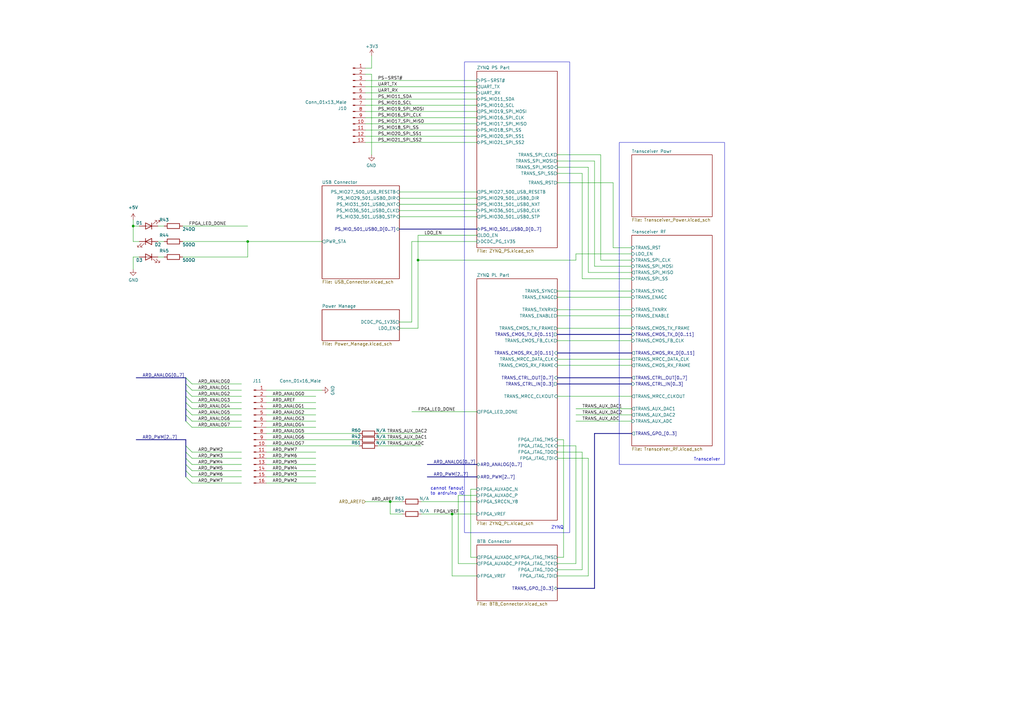
<source format=kicad_sch>
(kicad_sch (version 20220104) (generator eeschema)

  (uuid 637e4e63-d033-4d7f-95f7-ff13e08f74db)

  (paper "A3")

  (lib_symbols
    (symbol "Connector:Conn_01x13_Male" (pin_names (offset 1.016) hide) (in_bom yes) (on_board yes)
      (property "Reference" "J" (id 0) (at 0 17.78 0)
        (effects (font (size 1.27 1.27)))
      )
      (property "Value" "Conn_01x13_Male" (id 1) (at 0 -17.78 0)
        (effects (font (size 1.27 1.27)))
      )
      (property "Footprint" "" (id 2) (at 0 0 0)
        (effects (font (size 1.27 1.27)) hide)
      )
      (property "Datasheet" "~" (id 3) (at 0 0 0)
        (effects (font (size 1.27 1.27)) hide)
      )
      (property "ki_keywords" "connector" (id 4) (at 0 0 0)
        (effects (font (size 1.27 1.27)) hide)
      )
      (property "ki_description" "Generic connector, single row, 01x13, script generated (kicad-library-utils/schlib/autogen/connector/)" (id 5) (at 0 0 0)
        (effects (font (size 1.27 1.27)) hide)
      )
      (property "ki_fp_filters" "Connector*:*_1x??_*" (id 6) (at 0 0 0)
        (effects (font (size 1.27 1.27)) hide)
      )
      (symbol "Conn_01x13_Male_1_1"
        (polyline
          (pts
            (xy 1.27 -15.24)
            (xy 0.8636 -15.24)
          )
          (stroke (width 0.1524) (type default))
          (fill (type none))
        )
        (polyline
          (pts
            (xy 1.27 -12.7)
            (xy 0.8636 -12.7)
          )
          (stroke (width 0.1524) (type default))
          (fill (type none))
        )
        (polyline
          (pts
            (xy 1.27 -10.16)
            (xy 0.8636 -10.16)
          )
          (stroke (width 0.1524) (type default))
          (fill (type none))
        )
        (polyline
          (pts
            (xy 1.27 -7.62)
            (xy 0.8636 -7.62)
          )
          (stroke (width 0.1524) (type default))
          (fill (type none))
        )
        (polyline
          (pts
            (xy 1.27 -5.08)
            (xy 0.8636 -5.08)
          )
          (stroke (width 0.1524) (type default))
          (fill (type none))
        )
        (polyline
          (pts
            (xy 1.27 -2.54)
            (xy 0.8636 -2.54)
          )
          (stroke (width 0.1524) (type default))
          (fill (type none))
        )
        (polyline
          (pts
            (xy 1.27 0)
            (xy 0.8636 0)
          )
          (stroke (width 0.1524) (type default))
          (fill (type none))
        )
        (polyline
          (pts
            (xy 1.27 2.54)
            (xy 0.8636 2.54)
          )
          (stroke (width 0.1524) (type default))
          (fill (type none))
        )
        (polyline
          (pts
            (xy 1.27 5.08)
            (xy 0.8636 5.08)
          )
          (stroke (width 0.1524) (type default))
          (fill (type none))
        )
        (polyline
          (pts
            (xy 1.27 7.62)
            (xy 0.8636 7.62)
          )
          (stroke (width 0.1524) (type default))
          (fill (type none))
        )
        (polyline
          (pts
            (xy 1.27 10.16)
            (xy 0.8636 10.16)
          )
          (stroke (width 0.1524) (type default))
          (fill (type none))
        )
        (polyline
          (pts
            (xy 1.27 12.7)
            (xy 0.8636 12.7)
          )
          (stroke (width 0.1524) (type default))
          (fill (type none))
        )
        (polyline
          (pts
            (xy 1.27 15.24)
            (xy 0.8636 15.24)
          )
          (stroke (width 0.1524) (type default))
          (fill (type none))
        )
        (rectangle (start 0.8636 -15.113) (end 0 -15.367)
          (stroke (width 0.1524) (type default))
          (fill (type outline))
        )
        (rectangle (start 0.8636 -12.573) (end 0 -12.827)
          (stroke (width 0.1524) (type default))
          (fill (type outline))
        )
        (rectangle (start 0.8636 -10.033) (end 0 -10.287)
          (stroke (width 0.1524) (type default))
          (fill (type outline))
        )
        (rectangle (start 0.8636 -7.493) (end 0 -7.747)
          (stroke (width 0.1524) (type default))
          (fill (type outline))
        )
        (rectangle (start 0.8636 -4.953) (end 0 -5.207)
          (stroke (width 0.1524) (type default))
          (fill (type outline))
        )
        (rectangle (start 0.8636 -2.413) (end 0 -2.667)
          (stroke (width 0.1524) (type default))
          (fill (type outline))
        )
        (rectangle (start 0.8636 0.127) (end 0 -0.127)
          (stroke (width 0.1524) (type default))
          (fill (type outline))
        )
        (rectangle (start 0.8636 2.667) (end 0 2.413)
          (stroke (width 0.1524) (type default))
          (fill (type outline))
        )
        (rectangle (start 0.8636 5.207) (end 0 4.953)
          (stroke (width 0.1524) (type default))
          (fill (type outline))
        )
        (rectangle (start 0.8636 7.747) (end 0 7.493)
          (stroke (width 0.1524) (type default))
          (fill (type outline))
        )
        (rectangle (start 0.8636 10.287) (end 0 10.033)
          (stroke (width 0.1524) (type default))
          (fill (type outline))
        )
        (rectangle (start 0.8636 12.827) (end 0 12.573)
          (stroke (width 0.1524) (type default))
          (fill (type outline))
        )
        (rectangle (start 0.8636 15.367) (end 0 15.113)
          (stroke (width 0.1524) (type default))
          (fill (type outline))
        )
        (pin passive line (at 5.08 15.24 180) (length 3.81)
          (name "Pin_1" (effects (font (size 1.27 1.27))))
          (number "1" (effects (font (size 1.27 1.27))))
        )
        (pin passive line (at 5.08 -7.62 180) (length 3.81)
          (name "Pin_10" (effects (font (size 1.27 1.27))))
          (number "10" (effects (font (size 1.27 1.27))))
        )
        (pin passive line (at 5.08 -10.16 180) (length 3.81)
          (name "Pin_11" (effects (font (size 1.27 1.27))))
          (number "11" (effects (font (size 1.27 1.27))))
        )
        (pin passive line (at 5.08 -12.7 180) (length 3.81)
          (name "Pin_12" (effects (font (size 1.27 1.27))))
          (number "12" (effects (font (size 1.27 1.27))))
        )
        (pin passive line (at 5.08 -15.24 180) (length 3.81)
          (name "Pin_13" (effects (font (size 1.27 1.27))))
          (number "13" (effects (font (size 1.27 1.27))))
        )
        (pin passive line (at 5.08 12.7 180) (length 3.81)
          (name "Pin_2" (effects (font (size 1.27 1.27))))
          (number "2" (effects (font (size 1.27 1.27))))
        )
        (pin passive line (at 5.08 10.16 180) (length 3.81)
          (name "Pin_3" (effects (font (size 1.27 1.27))))
          (number "3" (effects (font (size 1.27 1.27))))
        )
        (pin passive line (at 5.08 7.62 180) (length 3.81)
          (name "Pin_4" (effects (font (size 1.27 1.27))))
          (number "4" (effects (font (size 1.27 1.27))))
        )
        (pin passive line (at 5.08 5.08 180) (length 3.81)
          (name "Pin_5" (effects (font (size 1.27 1.27))))
          (number "5" (effects (font (size 1.27 1.27))))
        )
        (pin passive line (at 5.08 2.54 180) (length 3.81)
          (name "Pin_6" (effects (font (size 1.27 1.27))))
          (number "6" (effects (font (size 1.27 1.27))))
        )
        (pin passive line (at 5.08 0 180) (length 3.81)
          (name "Pin_7" (effects (font (size 1.27 1.27))))
          (number "7" (effects (font (size 1.27 1.27))))
        )
        (pin passive line (at 5.08 -2.54 180) (length 3.81)
          (name "Pin_8" (effects (font (size 1.27 1.27))))
          (number "8" (effects (font (size 1.27 1.27))))
        )
        (pin passive line (at 5.08 -5.08 180) (length 3.81)
          (name "Pin_9" (effects (font (size 1.27 1.27))))
          (number "9" (effects (font (size 1.27 1.27))))
        )
      )
    )
    (symbol "Connector:Conn_01x16_Male" (pin_names (offset 1.016) hide) (in_bom yes) (on_board yes)
      (property "Reference" "J" (id 0) (at 0 20.32 0)
        (effects (font (size 1.27 1.27)))
      )
      (property "Value" "Conn_01x16_Male" (id 1) (at 0 -22.86 0)
        (effects (font (size 1.27 1.27)))
      )
      (property "Footprint" "" (id 2) (at 0 0 0)
        (effects (font (size 1.27 1.27)) hide)
      )
      (property "Datasheet" "~" (id 3) (at 0 0 0)
        (effects (font (size 1.27 1.27)) hide)
      )
      (property "ki_keywords" "connector" (id 4) (at 0 0 0)
        (effects (font (size 1.27 1.27)) hide)
      )
      (property "ki_description" "Generic connector, single row, 01x16, script generated (kicad-library-utils/schlib/autogen/connector/)" (id 5) (at 0 0 0)
        (effects (font (size 1.27 1.27)) hide)
      )
      (property "ki_fp_filters" "Connector*:*_1x??_*" (id 6) (at 0 0 0)
        (effects (font (size 1.27 1.27)) hide)
      )
      (symbol "Conn_01x16_Male_1_1"
        (polyline
          (pts
            (xy 1.27 -20.32)
            (xy 0.8636 -20.32)
          )
          (stroke (width 0.1524) (type default))
          (fill (type none))
        )
        (polyline
          (pts
            (xy 1.27 -17.78)
            (xy 0.8636 -17.78)
          )
          (stroke (width 0.1524) (type default))
          (fill (type none))
        )
        (polyline
          (pts
            (xy 1.27 -15.24)
            (xy 0.8636 -15.24)
          )
          (stroke (width 0.1524) (type default))
          (fill (type none))
        )
        (polyline
          (pts
            (xy 1.27 -12.7)
            (xy 0.8636 -12.7)
          )
          (stroke (width 0.1524) (type default))
          (fill (type none))
        )
        (polyline
          (pts
            (xy 1.27 -10.16)
            (xy 0.8636 -10.16)
          )
          (stroke (width 0.1524) (type default))
          (fill (type none))
        )
        (polyline
          (pts
            (xy 1.27 -7.62)
            (xy 0.8636 -7.62)
          )
          (stroke (width 0.1524) (type default))
          (fill (type none))
        )
        (polyline
          (pts
            (xy 1.27 -5.08)
            (xy 0.8636 -5.08)
          )
          (stroke (width 0.1524) (type default))
          (fill (type none))
        )
        (polyline
          (pts
            (xy 1.27 -2.54)
            (xy 0.8636 -2.54)
          )
          (stroke (width 0.1524) (type default))
          (fill (type none))
        )
        (polyline
          (pts
            (xy 1.27 0)
            (xy 0.8636 0)
          )
          (stroke (width 0.1524) (type default))
          (fill (type none))
        )
        (polyline
          (pts
            (xy 1.27 2.54)
            (xy 0.8636 2.54)
          )
          (stroke (width 0.1524) (type default))
          (fill (type none))
        )
        (polyline
          (pts
            (xy 1.27 5.08)
            (xy 0.8636 5.08)
          )
          (stroke (width 0.1524) (type default))
          (fill (type none))
        )
        (polyline
          (pts
            (xy 1.27 7.62)
            (xy 0.8636 7.62)
          )
          (stroke (width 0.1524) (type default))
          (fill (type none))
        )
        (polyline
          (pts
            (xy 1.27 10.16)
            (xy 0.8636 10.16)
          )
          (stroke (width 0.1524) (type default))
          (fill (type none))
        )
        (polyline
          (pts
            (xy 1.27 12.7)
            (xy 0.8636 12.7)
          )
          (stroke (width 0.1524) (type default))
          (fill (type none))
        )
        (polyline
          (pts
            (xy 1.27 15.24)
            (xy 0.8636 15.24)
          )
          (stroke (width 0.1524) (type default))
          (fill (type none))
        )
        (polyline
          (pts
            (xy 1.27 17.78)
            (xy 0.8636 17.78)
          )
          (stroke (width 0.1524) (type default))
          (fill (type none))
        )
        (rectangle (start 0.8636 -20.193) (end 0 -20.447)
          (stroke (width 0.1524) (type default))
          (fill (type outline))
        )
        (rectangle (start 0.8636 -17.653) (end 0 -17.907)
          (stroke (width 0.1524) (type default))
          (fill (type outline))
        )
        (rectangle (start 0.8636 -15.113) (end 0 -15.367)
          (stroke (width 0.1524) (type default))
          (fill (type outline))
        )
        (rectangle (start 0.8636 -12.573) (end 0 -12.827)
          (stroke (width 0.1524) (type default))
          (fill (type outline))
        )
        (rectangle (start 0.8636 -10.033) (end 0 -10.287)
          (stroke (width 0.1524) (type default))
          (fill (type outline))
        )
        (rectangle (start 0.8636 -7.493) (end 0 -7.747)
          (stroke (width 0.1524) (type default))
          (fill (type outline))
        )
        (rectangle (start 0.8636 -4.953) (end 0 -5.207)
          (stroke (width 0.1524) (type default))
          (fill (type outline))
        )
        (rectangle (start 0.8636 -2.413) (end 0 -2.667)
          (stroke (width 0.1524) (type default))
          (fill (type outline))
        )
        (rectangle (start 0.8636 0.127) (end 0 -0.127)
          (stroke (width 0.1524) (type default))
          (fill (type outline))
        )
        (rectangle (start 0.8636 2.667) (end 0 2.413)
          (stroke (width 0.1524) (type default))
          (fill (type outline))
        )
        (rectangle (start 0.8636 5.207) (end 0 4.953)
          (stroke (width 0.1524) (type default))
          (fill (type outline))
        )
        (rectangle (start 0.8636 7.747) (end 0 7.493)
          (stroke (width 0.1524) (type default))
          (fill (type outline))
        )
        (rectangle (start 0.8636 10.287) (end 0 10.033)
          (stroke (width 0.1524) (type default))
          (fill (type outline))
        )
        (rectangle (start 0.8636 12.827) (end 0 12.573)
          (stroke (width 0.1524) (type default))
          (fill (type outline))
        )
        (rectangle (start 0.8636 15.367) (end 0 15.113)
          (stroke (width 0.1524) (type default))
          (fill (type outline))
        )
        (rectangle (start 0.8636 17.907) (end 0 17.653)
          (stroke (width 0.1524) (type default))
          (fill (type outline))
        )
        (pin passive line (at 5.08 17.78 180) (length 3.81)
          (name "Pin_1" (effects (font (size 1.27 1.27))))
          (number "1" (effects (font (size 1.27 1.27))))
        )
        (pin passive line (at 5.08 -5.08 180) (length 3.81)
          (name "Pin_10" (effects (font (size 1.27 1.27))))
          (number "10" (effects (font (size 1.27 1.27))))
        )
        (pin passive line (at 5.08 -7.62 180) (length 3.81)
          (name "Pin_11" (effects (font (size 1.27 1.27))))
          (number "11" (effects (font (size 1.27 1.27))))
        )
        (pin passive line (at 5.08 -10.16 180) (length 3.81)
          (name "Pin_12" (effects (font (size 1.27 1.27))))
          (number "12" (effects (font (size 1.27 1.27))))
        )
        (pin passive line (at 5.08 -12.7 180) (length 3.81)
          (name "Pin_13" (effects (font (size 1.27 1.27))))
          (number "13" (effects (font (size 1.27 1.27))))
        )
        (pin passive line (at 5.08 -15.24 180) (length 3.81)
          (name "Pin_14" (effects (font (size 1.27 1.27))))
          (number "14" (effects (font (size 1.27 1.27))))
        )
        (pin passive line (at 5.08 -17.78 180) (length 3.81)
          (name "Pin_15" (effects (font (size 1.27 1.27))))
          (number "15" (effects (font (size 1.27 1.27))))
        )
        (pin passive line (at 5.08 -20.32 180) (length 3.81)
          (name "Pin_16" (effects (font (size 1.27 1.27))))
          (number "16" (effects (font (size 1.27 1.27))))
        )
        (pin passive line (at 5.08 15.24 180) (length 3.81)
          (name "Pin_2" (effects (font (size 1.27 1.27))))
          (number "2" (effects (font (size 1.27 1.27))))
        )
        (pin passive line (at 5.08 12.7 180) (length 3.81)
          (name "Pin_3" (effects (font (size 1.27 1.27))))
          (number "3" (effects (font (size 1.27 1.27))))
        )
        (pin passive line (at 5.08 10.16 180) (length 3.81)
          (name "Pin_4" (effects (font (size 1.27 1.27))))
          (number "4" (effects (font (size 1.27 1.27))))
        )
        (pin passive line (at 5.08 7.62 180) (length 3.81)
          (name "Pin_5" (effects (font (size 1.27 1.27))))
          (number "5" (effects (font (size 1.27 1.27))))
        )
        (pin passive line (at 5.08 5.08 180) (length 3.81)
          (name "Pin_6" (effects (font (size 1.27 1.27))))
          (number "6" (effects (font (size 1.27 1.27))))
        )
        (pin passive line (at 5.08 2.54 180) (length 3.81)
          (name "Pin_7" (effects (font (size 1.27 1.27))))
          (number "7" (effects (font (size 1.27 1.27))))
        )
        (pin passive line (at 5.08 0 180) (length 3.81)
          (name "Pin_8" (effects (font (size 1.27 1.27))))
          (number "8" (effects (font (size 1.27 1.27))))
        )
        (pin passive line (at 5.08 -2.54 180) (length 3.81)
          (name "Pin_9" (effects (font (size 1.27 1.27))))
          (number "9" (effects (font (size 1.27 1.27))))
        )
      )
    )
    (symbol "Device:LED" (pin_numbers hide) (pin_names (offset 1.016) hide) (in_bom yes) (on_board yes)
      (property "Reference" "D" (id 0) (at 0 2.54 0)
        (effects (font (size 1.27 1.27)))
      )
      (property "Value" "LED" (id 1) (at 0 -2.54 0)
        (effects (font (size 1.27 1.27)))
      )
      (property "Footprint" "" (id 2) (at 0 0 0)
        (effects (font (size 1.27 1.27)) hide)
      )
      (property "Datasheet" "~" (id 3) (at 0 0 0)
        (effects (font (size 1.27 1.27)) hide)
      )
      (property "ki_keywords" "LED diode" (id 4) (at 0 0 0)
        (effects (font (size 1.27 1.27)) hide)
      )
      (property "ki_description" "Light emitting diode" (id 5) (at 0 0 0)
        (effects (font (size 1.27 1.27)) hide)
      )
      (property "ki_fp_filters" "LED* LED_SMD:* LED_THT:*" (id 6) (at 0 0 0)
        (effects (font (size 1.27 1.27)) hide)
      )
      (symbol "LED_0_1"
        (polyline
          (pts
            (xy -1.27 -1.27)
            (xy -1.27 1.27)
          )
          (stroke (width 0.254) (type default))
          (fill (type none))
        )
        (polyline
          (pts
            (xy -1.27 0)
            (xy 1.27 0)
          )
          (stroke (width 0) (type default))
          (fill (type none))
        )
        (polyline
          (pts
            (xy 1.27 -1.27)
            (xy 1.27 1.27)
            (xy -1.27 0)
            (xy 1.27 -1.27)
          )
          (stroke (width 0.254) (type default))
          (fill (type none))
        )
        (polyline
          (pts
            (xy -3.048 -0.762)
            (xy -4.572 -2.286)
            (xy -3.81 -2.286)
            (xy -4.572 -2.286)
            (xy -4.572 -1.524)
          )
          (stroke (width 0) (type default))
          (fill (type none))
        )
        (polyline
          (pts
            (xy -1.778 -0.762)
            (xy -3.302 -2.286)
            (xy -2.54 -2.286)
            (xy -3.302 -2.286)
            (xy -3.302 -1.524)
          )
          (stroke (width 0) (type default))
          (fill (type none))
        )
      )
      (symbol "LED_1_1"
        (pin passive line (at -3.81 0 0) (length 2.54)
          (name "K" (effects (font (size 1.27 1.27))))
          (number "1" (effects (font (size 1.27 1.27))))
        )
        (pin passive line (at 3.81 0 180) (length 2.54)
          (name "A" (effects (font (size 1.27 1.27))))
          (number "2" (effects (font (size 1.27 1.27))))
        )
      )
    )
    (symbol "Device:R" (pin_numbers hide) (pin_names (offset 0)) (in_bom yes) (on_board yes)
      (property "Reference" "R" (id 0) (at 2.032 0 90)
        (effects (font (size 1.27 1.27)))
      )
      (property "Value" "R" (id 1) (at 0 0 90)
        (effects (font (size 1.27 1.27)))
      )
      (property "Footprint" "" (id 2) (at -1.778 0 90)
        (effects (font (size 1.27 1.27)) hide)
      )
      (property "Datasheet" "~" (id 3) (at 0 0 0)
        (effects (font (size 1.27 1.27)) hide)
      )
      (property "ki_keywords" "R res resistor" (id 4) (at 0 0 0)
        (effects (font (size 1.27 1.27)) hide)
      )
      (property "ki_description" "Resistor" (id 5) (at 0 0 0)
        (effects (font (size 1.27 1.27)) hide)
      )
      (property "ki_fp_filters" "R_*" (id 6) (at 0 0 0)
        (effects (font (size 1.27 1.27)) hide)
      )
      (symbol "R_0_1"
        (rectangle (start -1.016 -2.54) (end 1.016 2.54)
          (stroke (width 0.254) (type default))
          (fill (type none))
        )
      )
      (symbol "R_1_1"
        (pin passive line (at 0 3.81 270) (length 1.27)
          (name "~" (effects (font (size 1.27 1.27))))
          (number "1" (effects (font (size 1.27 1.27))))
        )
        (pin passive line (at 0 -3.81 90) (length 1.27)
          (name "~" (effects (font (size 1.27 1.27))))
          (number "2" (effects (font (size 1.27 1.27))))
        )
      )
    )
    (symbol "power:+3.3V" (power) (pin_names (offset 0)) (in_bom yes) (on_board yes)
      (property "Reference" "#PWR" (id 0) (at 0 -3.81 0)
        (effects (font (size 1.27 1.27)) hide)
      )
      (property "Value" "+3.3V" (id 1) (at 0 3.556 0)
        (effects (font (size 1.27 1.27)))
      )
      (property "Footprint" "" (id 2) (at 0 0 0)
        (effects (font (size 1.27 1.27)) hide)
      )
      (property "Datasheet" "" (id 3) (at 0 0 0)
        (effects (font (size 1.27 1.27)) hide)
      )
      (property "ki_keywords" "power-flag" (id 4) (at 0 0 0)
        (effects (font (size 1.27 1.27)) hide)
      )
      (property "ki_description" "Power symbol creates a global label with name \"+3.3V\"" (id 5) (at 0 0 0)
        (effects (font (size 1.27 1.27)) hide)
      )
      (symbol "+3.3V_0_1"
        (polyline
          (pts
            (xy -0.762 1.27)
            (xy 0 2.54)
          )
          (stroke (width 0) (type default))
          (fill (type none))
        )
        (polyline
          (pts
            (xy 0 0)
            (xy 0 2.54)
          )
          (stroke (width 0) (type default))
          (fill (type none))
        )
        (polyline
          (pts
            (xy 0 2.54)
            (xy 0.762 1.27)
          )
          (stroke (width 0) (type default))
          (fill (type none))
        )
      )
      (symbol "+3.3V_1_1"
        (pin power_in line (at 0 0 90) (length 0) hide
          (name "+3V3" (effects (font (size 1.27 1.27))))
          (number "1" (effects (font (size 1.27 1.27))))
        )
      )
    )
    (symbol "power:+5V" (power) (pin_names (offset 0)) (in_bom yes) (on_board yes)
      (property "Reference" "#PWR" (id 0) (at 0 -3.81 0)
        (effects (font (size 1.27 1.27)) hide)
      )
      (property "Value" "+5V" (id 1) (at 0 3.556 0)
        (effects (font (size 1.27 1.27)))
      )
      (property "Footprint" "" (id 2) (at 0 0 0)
        (effects (font (size 1.27 1.27)) hide)
      )
      (property "Datasheet" "" (id 3) (at 0 0 0)
        (effects (font (size 1.27 1.27)) hide)
      )
      (property "ki_keywords" "power-flag" (id 4) (at 0 0 0)
        (effects (font (size 1.27 1.27)) hide)
      )
      (property "ki_description" "Power symbol creates a global label with name \"+5V\"" (id 5) (at 0 0 0)
        (effects (font (size 1.27 1.27)) hide)
      )
      (symbol "+5V_0_1"
        (polyline
          (pts
            (xy -0.762 1.27)
            (xy 0 2.54)
          )
          (stroke (width 0) (type default))
          (fill (type none))
        )
        (polyline
          (pts
            (xy 0 0)
            (xy 0 2.54)
          )
          (stroke (width 0) (type default))
          (fill (type none))
        )
        (polyline
          (pts
            (xy 0 2.54)
            (xy 0.762 1.27)
          )
          (stroke (width 0) (type default))
          (fill (type none))
        )
      )
      (symbol "+5V_1_1"
        (pin power_in line (at 0 0 90) (length 0) hide
          (name "+5V" (effects (font (size 1.27 1.27))))
          (number "1" (effects (font (size 1.27 1.27))))
        )
      )
    )
    (symbol "power:GND" (power) (pin_names (offset 0)) (in_bom yes) (on_board yes)
      (property "Reference" "#PWR" (id 0) (at 0 -6.35 0)
        (effects (font (size 1.27 1.27)) hide)
      )
      (property "Value" "GND" (id 1) (at 0 -3.81 0)
        (effects (font (size 1.27 1.27)))
      )
      (property "Footprint" "" (id 2) (at 0 0 0)
        (effects (font (size 1.27 1.27)) hide)
      )
      (property "Datasheet" "" (id 3) (at 0 0 0)
        (effects (font (size 1.27 1.27)) hide)
      )
      (property "ki_keywords" "power-flag" (id 4) (at 0 0 0)
        (effects (font (size 1.27 1.27)) hide)
      )
      (property "ki_description" "Power symbol creates a global label with name \"GND\" , ground" (id 5) (at 0 0 0)
        (effects (font (size 1.27 1.27)) hide)
      )
      (symbol "GND_0_1"
        (polyline
          (pts
            (xy 0 0)
            (xy 0 -1.27)
            (xy 1.27 -1.27)
            (xy 0 -2.54)
            (xy -1.27 -1.27)
            (xy 0 -1.27)
          )
          (stroke (width 0) (type default))
          (fill (type none))
        )
      )
      (symbol "GND_1_1"
        (pin power_in line (at 0 0 270) (length 0) hide
          (name "GND" (effects (font (size 1.27 1.27))))
          (number "1" (effects (font (size 1.27 1.27))))
        )
      )
    )
  )

  (junction (at 54.61 92.71) (diameter 0) (color 0 0 0 0)
    (uuid 0894e3d5-8a72-48b6-be12-c543b6a01840)
  )
  (junction (at 171.45 106.68) (diameter 0) (color 0 0 0 0)
    (uuid 52ae57ef-6604-4430-8b5c-0edc04cf505b)
  )
  (junction (at 160.02 205.74) (diameter 0) (color 0 0 0 0)
    (uuid b559d868-9e62-4de9-9d4e-0c9354b828de)
  )
  (junction (at 185.42 210.82) (diameter 0) (color 0 0 0 0)
    (uuid d4e39604-bf61-41d4-949a-b74eef9860ef)
  )
  (junction (at 101.6 99.06) (diameter 0) (color 0 0 0 0)
    (uuid d9f39311-dcdf-4458-8ccc-95efe1d18c37)
  )

  (bus_entry (at 76.2 154.94) (size 2.54 2.54)
    (stroke (width 0) (type default))
    (uuid 15e9051c-c462-4241-80b9-8c45fafd40ed)
  )
  (bus_entry (at 76.2 187.96) (size 2.54 2.54)
    (stroke (width 0) (type default))
    (uuid 35fe8735-916e-4c73-b215-99daa6b90b11)
  )
  (bus_entry (at 76.2 170.18) (size 2.54 2.54)
    (stroke (width 0) (type default))
    (uuid 37ebb3dc-714e-4fe1-bb2a-14bcff872f10)
  )
  (bus_entry (at 76.2 193.04) (size 2.54 2.54)
    (stroke (width 0) (type default))
    (uuid 4de1058f-4d73-4f3d-a031-827025f5b4d5)
  )
  (bus_entry (at 76.2 182.88) (size 2.54 2.54)
    (stroke (width 0) (type default))
    (uuid 51a0b0b5-c91a-4f29-8ad9-a7087f228de0)
  )
  (bus_entry (at 76.2 190.5) (size 2.54 2.54)
    (stroke (width 0) (type default))
    (uuid 6e473f8e-aa27-4887-b9d5-698534487f75)
  )
  (bus_entry (at 76.2 157.48) (size 2.54 2.54)
    (stroke (width 0) (type default))
    (uuid 761489be-49d9-4ce5-a1d4-118f56c3863d)
  )
  (bus_entry (at 76.2 195.58) (size 2.54 2.54)
    (stroke (width 0) (type default))
    (uuid 83bd3b3c-fdd8-406a-8fee-aeff22ed1414)
  )
  (bus_entry (at 76.2 167.64) (size 2.54 2.54)
    (stroke (width 0) (type default))
    (uuid 84d9f26e-fee1-47c5-95e2-8f7317d32435)
  )
  (bus_entry (at 76.2 172.72) (size 2.54 2.54)
    (stroke (width 0) (type default))
    (uuid 86e7b903-a105-407a-b12f-ed15cd7fb4ed)
  )
  (bus_entry (at 76.2 162.56) (size 2.54 2.54)
    (stroke (width 0) (type default))
    (uuid 8734524d-93b8-4e8d-a8bd-2a11b69bf645)
  )
  (bus_entry (at 76.2 165.1) (size 2.54 2.54)
    (stroke (width 0) (type default))
    (uuid c54ce3d6-bf81-4cb7-ad17-bdcc3df95914)
  )
  (bus_entry (at 76.2 185.42) (size 2.54 2.54)
    (stroke (width 0) (type default))
    (uuid cbb5a125-01c2-4678-97bd-114b92863845)
  )
  (bus_entry (at 76.2 160.02) (size 2.54 2.54)
    (stroke (width 0) (type default))
    (uuid ebe4e0d1-2708-4368-acbd-54ebbe5529d6)
  )

  (wire (pts (xy 64.77 99.06) (xy 67.31 99.06))
    (stroke (width 0) (type default))
    (uuid 004a5966-c0ec-40ab-b2ce-1e03a78d3968)
  )
  (bus (pts (xy 55.88 180.34) (xy 76.2 180.34))
    (stroke (width 0) (type default))
    (uuid 01a536e2-b736-4097-96ce-e62fc969e2a8)
  )

  (wire (pts (xy 236.22 167.64) (xy 259.08 167.64))
    (stroke (width 0) (type default))
    (uuid 020c3e0d-82cd-4af3-813f-a291dceaee2d)
  )
  (wire (pts (xy 185.42 236.22) (xy 195.58 236.22))
    (stroke (width 0) (type default))
    (uuid 0282ffbb-2ffd-41a7-b68c-535eceab6894)
  )
  (wire (pts (xy 228.6 228.6) (xy 231.14 228.6))
    (stroke (width 0) (type default))
    (uuid 02eed313-22c1-45e1-82f3-719ad7532704)
  )
  (wire (pts (xy 172.72 210.82) (xy 185.42 210.82))
    (stroke (width 0) (type default))
    (uuid 0363b902-fe6f-4ae0-814d-98a73042327e)
  )
  (wire (pts (xy 228.6 182.88) (xy 236.22 182.88))
    (stroke (width 0) (type default))
    (uuid 0437e8de-1621-4715-9c01-84f0912195c0)
  )
  (wire (pts (xy 149.86 40.64) (xy 195.58 40.64))
    (stroke (width 0) (type default))
    (uuid 06c17f02-f419-455d-af83-a39ff60c2205)
  )
  (wire (pts (xy 228.6 147.32) (xy 259.08 147.32))
    (stroke (width 0) (type default))
    (uuid 074d7b78-5707-478a-afff-3ed73203e2d7)
  )
  (wire (pts (xy 78.74 185.42) (xy 99.06 185.42))
    (stroke (width 0) (type default))
    (uuid 08e3e764-d87e-486d-90df-76a861036a4b)
  )
  (wire (pts (xy 236.22 182.88) (xy 236.22 231.14))
    (stroke (width 0) (type default))
    (uuid 09ccd329-7c5c-4394-baa9-ccf2523c98c5)
  )
  (wire (pts (xy 228.6 139.7) (xy 259.08 139.7))
    (stroke (width 0) (type default))
    (uuid 0b69f644-9bec-4776-aed0-e28fcea60d34)
  )
  (wire (pts (xy 193.04 200.66) (xy 193.04 228.6))
    (stroke (width 0) (type default))
    (uuid 0c7f3d6c-ddb9-4949-ba16-34f18a9bb6e8)
  )
  (wire (pts (xy 236.22 231.14) (xy 228.6 231.14))
    (stroke (width 0) (type default))
    (uuid 0ca9f9c3-2ef4-47c5-ae70-c1defcc4c1dc)
  )
  (wire (pts (xy 99.06 160.02) (xy 78.74 160.02))
    (stroke (width 0) (type default))
    (uuid 0e32c583-a140-491c-9f1b-4e165a380861)
  )
  (wire (pts (xy 228.6 162.56) (xy 259.08 162.56))
    (stroke (width 0) (type default))
    (uuid 143e7792-eb96-4a0d-acc2-8bd9ea3e30a9)
  )
  (wire (pts (xy 149.86 58.42) (xy 195.58 58.42))
    (stroke (width 0) (type default))
    (uuid 15616369-376e-4a96-89de-04ae1ee8f7d4)
  )
  (bus (pts (xy 76.2 185.42) (xy 76.2 182.88))
    (stroke (width 0) (type default))
    (uuid 1848ec61-7144-4187-9ddb-a450669cca7a)
  )
  (bus (pts (xy 76.2 157.48) (xy 76.2 154.94))
    (stroke (width 0) (type default))
    (uuid 189e3a26-f141-4ece-bbe7-568436ea3ba1)
  )

  (wire (pts (xy 187.96 203.2) (xy 195.58 203.2))
    (stroke (width 0) (type default))
    (uuid 19f4bf24-90e3-4c4a-b0e9-fbc15863d5f4)
  )
  (wire (pts (xy 154.94 180.34) (xy 172.72 180.34))
    (stroke (width 0) (type default))
    (uuid 1bba1378-d832-4876-b391-e0bb9a6ae654)
  )
  (wire (pts (xy 259.08 101.6) (xy 251.46 101.6))
    (stroke (width 0) (type default))
    (uuid 24de0451-f16d-43b3-bdcf-68a3ec9e333d)
  )
  (wire (pts (xy 149.86 27.94) (xy 152.4 27.94))
    (stroke (width 0) (type default))
    (uuid 2535c151-61e5-450e-bd88-6a915dcee59b)
  )
  (wire (pts (xy 241.3 111.76) (xy 259.08 111.76))
    (stroke (width 0) (type default))
    (uuid 2703f4be-2724-4f40-a94d-1082bfffb21d)
  )
  (wire (pts (xy 195.58 96.52) (xy 171.45 96.52))
    (stroke (width 0) (type default))
    (uuid 272b4a14-d0bd-4d53-a04b-d682d33962fb)
  )
  (wire (pts (xy 243.84 109.22) (xy 259.08 109.22))
    (stroke (width 0) (type default))
    (uuid 2a77254a-1160-48d8-a02e-7eced6c94daa)
  )
  (wire (pts (xy 78.74 190.5) (xy 99.06 190.5))
    (stroke (width 0) (type default))
    (uuid 2abf4f8e-9870-4500-b642-c663d23074b7)
  )
  (wire (pts (xy 168.91 132.08) (xy 168.91 99.06))
    (stroke (width 0) (type default))
    (uuid 2be088b4-478e-4461-9dc2-7a7b4597bd18)
  )
  (wire (pts (xy 129.54 187.96) (xy 109.22 187.96))
    (stroke (width 0) (type default))
    (uuid 2c5feac5-7f8d-40f1-b594-1b265e4e305d)
  )
  (wire (pts (xy 193.04 228.6) (xy 195.58 228.6))
    (stroke (width 0) (type default))
    (uuid 2ddd9154-81ba-46de-ad7e-d8a6a6864d3b)
  )
  (wire (pts (xy 129.54 185.42) (xy 109.22 185.42))
    (stroke (width 0) (type default))
    (uuid 2f87438f-b18b-4553-adee-dfe71884f52a)
  )
  (wire (pts (xy 149.86 45.72) (xy 195.58 45.72))
    (stroke (width 0) (type default))
    (uuid 2fcc8a62-6b30-4ab3-b920-792e116a6748)
  )
  (wire (pts (xy 238.76 233.68) (xy 228.6 233.68))
    (stroke (width 0) (type default))
    (uuid 32d89244-0437-4170-846e-7a03aa8ec7b7)
  )
  (wire (pts (xy 109.22 182.88) (xy 147.32 182.88))
    (stroke (width 0) (type default))
    (uuid 339f15d8-23e1-42a8-902c-55b9f62f4843)
  )
  (wire (pts (xy 129.54 167.64) (xy 109.22 167.64))
    (stroke (width 0) (type default))
    (uuid 35cb2136-47f9-492c-9f52-49782027643b)
  )
  (wire (pts (xy 236.22 104.14) (xy 259.08 104.14))
    (stroke (width 0) (type default))
    (uuid 3e8300e4-ce7f-41b4-b86d-5103f9766c3b)
  )
  (wire (pts (xy 129.54 172.72) (xy 109.22 172.72))
    (stroke (width 0) (type default))
    (uuid 42085a8d-5c5d-45c9-9127-1055dcff48ef)
  )
  (wire (pts (xy 152.4 27.94) (xy 152.4 22.86))
    (stroke (width 0) (type default))
    (uuid 42ea92a6-3e25-4ac1-b1b4-451aee4ab266)
  )
  (wire (pts (xy 171.45 96.52) (xy 171.45 106.68))
    (stroke (width 0) (type default))
    (uuid 462200d1-633e-4c7f-9e2d-5de07903807e)
  )
  (wire (pts (xy 243.84 66.04) (xy 243.84 109.22))
    (stroke (width 0) (type default))
    (uuid 484c7d03-507f-428b-bed1-afbb3d63a414)
  )
  (wire (pts (xy 236.22 172.72) (xy 259.08 172.72))
    (stroke (width 0) (type default))
    (uuid 49208def-ebe0-4307-94ca-2eec32c99873)
  )
  (wire (pts (xy 160.02 205.74) (xy 160.02 210.82))
    (stroke (width 0) (type default))
    (uuid 495dfd93-4003-4eca-b02a-fe2b9b6e9c53)
  )
  (wire (pts (xy 163.83 86.36) (xy 195.58 86.36))
    (stroke (width 0) (type default))
    (uuid 4e3104fd-5a1e-496c-b523-30958a299a9c)
  )
  (wire (pts (xy 57.15 92.71) (xy 54.61 92.71))
    (stroke (width 0) (type default))
    (uuid 4f2796b0-c263-488f-9309-6503ad4b1192)
  )
  (bus (pts (xy 76.2 193.04) (xy 76.2 190.5))
    (stroke (width 0) (type default))
    (uuid 5714c7a2-c94a-494a-8875-e6d3f5d255c7)
  )

  (wire (pts (xy 163.83 78.74) (xy 195.58 78.74))
    (stroke (width 0) (type default))
    (uuid 58270c81-29b3-4942-9bae-6ef30bef1bc9)
  )
  (wire (pts (xy 99.06 165.1) (xy 78.74 165.1))
    (stroke (width 0) (type default))
    (uuid 583c5420-a4bb-4575-adc4-2dc870eb3e6a)
  )
  (wire (pts (xy 129.54 195.58) (xy 109.22 195.58))
    (stroke (width 0) (type default))
    (uuid 58987ffa-a768-4e7a-86a7-540507a3e408)
  )
  (wire (pts (xy 54.61 105.41) (xy 57.15 105.41))
    (stroke (width 0) (type default))
    (uuid 5c566a79-10f2-477d-affe-250c2b6aeaf5)
  )
  (wire (pts (xy 195.58 200.66) (xy 193.04 200.66))
    (stroke (width 0) (type default))
    (uuid 5d2f3e95-5ad2-4253-a8d5-e2f71836dae5)
  )
  (wire (pts (xy 195.58 231.14) (xy 187.96 231.14))
    (stroke (width 0) (type default))
    (uuid 5e26f4f3-0351-4e74-bf95-5ba244a9ff1f)
  )
  (wire (pts (xy 172.72 205.74) (xy 195.58 205.74))
    (stroke (width 0) (type default))
    (uuid 5ed39315-21ac-4493-96b7-12a83fa7783b)
  )
  (wire (pts (xy 154.94 182.88) (xy 172.72 182.88))
    (stroke (width 0) (type default))
    (uuid 60678083-95ea-4756-bb79-5656fec0305c)
  )
  (wire (pts (xy 109.22 177.8) (xy 147.32 177.8))
    (stroke (width 0) (type default))
    (uuid 6607750e-adf2-45df-8c77-a69d60c811b3)
  )
  (wire (pts (xy 163.83 134.62) (xy 171.45 134.62))
    (stroke (width 0) (type default))
    (uuid 6695f46f-def6-4256-b71e-cb27903303f9)
  )
  (wire (pts (xy 241.3 68.58) (xy 241.3 111.76))
    (stroke (width 0) (type default))
    (uuid 694b3889-255f-4269-8586-ab8b9ace3d70)
  )
  (wire (pts (xy 64.77 105.41) (xy 67.31 105.41))
    (stroke (width 0) (type default))
    (uuid 699aa7ff-8e59-4953-ae79-ec90b7824a00)
  )
  (bus (pts (xy 243.84 177.8) (xy 259.08 177.8))
    (stroke (width 0) (type default))
    (uuid 699df03e-8887-4994-868f-098989f4c1b9)
  )

  (wire (pts (xy 99.06 157.48) (xy 78.74 157.48))
    (stroke (width 0) (type default))
    (uuid 6bf304aa-b36c-412b-bfa5-5f686cec62b3)
  )
  (wire (pts (xy 78.74 193.04) (xy 99.06 193.04))
    (stroke (width 0) (type default))
    (uuid 6cc2edfb-e270-48d9-8fb1-f23eeca34075)
  )
  (wire (pts (xy 149.86 53.34) (xy 195.58 53.34))
    (stroke (width 0) (type default))
    (uuid 6d93acc3-93e0-4c22-945c-98afd3c98495)
  )
  (bus (pts (xy 76.2 167.64) (xy 76.2 165.1))
    (stroke (width 0) (type default))
    (uuid 6e13f8c4-51de-4aff-9290-9fa63ba9af1d)
  )

  (wire (pts (xy 54.61 105.41) (xy 54.61 110.49))
    (stroke (width 0) (type default))
    (uuid 6f4feea5-7968-4d3d-a938-c58d9d9a0394)
  )
  (wire (pts (xy 99.06 167.64) (xy 78.74 167.64))
    (stroke (width 0) (type default))
    (uuid 6fcca6d9-ebf9-44b7-8781-dd6162a32138)
  )
  (bus (pts (xy 228.6 241.3) (xy 243.84 241.3))
    (stroke (width 0) (type default))
    (uuid 70762ca5-54ba-4279-89f8-248406d21d5f)
  )

  (wire (pts (xy 101.6 99.06) (xy 132.08 99.06))
    (stroke (width 0) (type default))
    (uuid 7182ac03-d859-4f90-88ec-a89602b6886c)
  )
  (wire (pts (xy 228.6 63.5) (xy 246.38 63.5))
    (stroke (width 0) (type default))
    (uuid 71b6891c-cd0f-49ba-8e3c-3f78820dfeb8)
  )
  (wire (pts (xy 228.6 119.38) (xy 259.08 119.38))
    (stroke (width 0) (type default))
    (uuid 71c7ac9b-7bc7-4e9a-9178-f608be0a259a)
  )
  (wire (pts (xy 228.6 185.42) (xy 238.76 185.42))
    (stroke (width 0) (type default))
    (uuid 7392dc30-d73c-4e70-907b-2ce86e1dfc84)
  )
  (wire (pts (xy 241.3 236.22) (xy 228.6 236.22))
    (stroke (width 0) (type default))
    (uuid 751a754f-67e8-4341-bf07-c2ece9605e3b)
  )
  (wire (pts (xy 109.22 180.34) (xy 147.32 180.34))
    (stroke (width 0) (type default))
    (uuid 76ab3e7a-7d6a-4aa1-a2f2-2fe3938a507b)
  )
  (wire (pts (xy 64.77 92.71) (xy 67.31 92.71))
    (stroke (width 0) (type default))
    (uuid 7a31c569-6d6b-4c9e-a15b-62bc254bd83e)
  )
  (wire (pts (xy 163.83 88.9) (xy 195.58 88.9))
    (stroke (width 0) (type default))
    (uuid 7bd62a46-9d69-494a-9f59-c772ca379ee3)
  )
  (wire (pts (xy 163.83 83.82) (xy 195.58 83.82))
    (stroke (width 0) (type default))
    (uuid 7bf7f509-c7a7-4aa0-9dc7-853fa832d535)
  )
  (wire (pts (xy 228.6 129.54) (xy 259.08 129.54))
    (stroke (width 0) (type default))
    (uuid 7e03993d-5e9f-4a19-a078-04e32654e888)
  )
  (wire (pts (xy 187.96 203.2) (xy 187.96 231.14))
    (stroke (width 0) (type default))
    (uuid 7fff9bcf-75ca-42a0-a7db-4feb4871d680)
  )
  (bus (pts (xy 76.2 160.02) (xy 76.2 157.48))
    (stroke (width 0) (type default))
    (uuid 80d85f24-695a-41b1-bdd8-b424a4cb229f)
  )

  (wire (pts (xy 129.54 193.04) (xy 109.22 193.04))
    (stroke (width 0) (type default))
    (uuid 81adf446-6fe0-4f50-9adb-21c760be05c8)
  )
  (wire (pts (xy 149.86 50.8) (xy 195.58 50.8))
    (stroke (width 0) (type default))
    (uuid 820b2773-c66d-4325-b5af-6643c48344cf)
  )
  (bus (pts (xy 76.2 154.94) (xy 55.88 154.94))
    (stroke (width 0) (type default))
    (uuid 83ed3325-163c-4afa-93c5-49baeb4cd081)
  )

  (wire (pts (xy 163.83 132.08) (xy 168.91 132.08))
    (stroke (width 0) (type default))
    (uuid 85c06f7d-b31b-469b-8af1-0fd4cfd0740e)
  )
  (wire (pts (xy 57.15 99.06) (xy 54.61 99.06))
    (stroke (width 0) (type default))
    (uuid 88e24268-4a41-4712-a11f-c63e65313d3d)
  )
  (wire (pts (xy 152.4 30.48) (xy 149.86 30.48))
    (stroke (width 0) (type default))
    (uuid 89abb119-7076-4cae-964e-dea70520cf80)
  )
  (bus (pts (xy 228.6 157.48) (xy 259.08 157.48))
    (stroke (width 0) (type default))
    (uuid 89ef935c-af29-4370-be19-ba75d0d24fe5)
  )
  (bus (pts (xy 76.2 167.64) (xy 76.2 170.18))
    (stroke (width 0) (type default))
    (uuid 8a8a3c7c-41b8-4f7c-a1a6-e9842f20c198)
  )

  (wire (pts (xy 152.4 30.48) (xy 152.4 63.5))
    (stroke (width 0) (type default))
    (uuid 8abca3c8-940a-4490-a2ff-c8263776c7a6)
  )
  (bus (pts (xy 243.84 177.8) (xy 243.84 241.3))
    (stroke (width 0) (type default))
    (uuid 8e265e64-5939-4599-af4f-0c429f90f48a)
  )
  (bus (pts (xy 228.6 144.78) (xy 259.08 144.78))
    (stroke (width 0) (type default))
    (uuid 8f356b3a-b19f-49f8-bdb6-e010aaf281f8)
  )
  (bus (pts (xy 76.2 170.18) (xy 76.2 172.72))
    (stroke (width 0) (type default))
    (uuid 90ee47e8-e3e2-4a0f-9467-c23454b14039)
  )

  (wire (pts (xy 228.6 68.58) (xy 241.3 68.58))
    (stroke (width 0) (type default))
    (uuid 952bde66-b772-45fb-92e5-ee4a66332909)
  )
  (wire (pts (xy 109.22 160.02) (xy 132.08 160.02))
    (stroke (width 0) (type default))
    (uuid 9562af4d-3da0-4474-a7a8-0c92968daf8b)
  )
  (wire (pts (xy 129.54 198.12) (xy 109.22 198.12))
    (stroke (width 0) (type default))
    (uuid 96f20686-f4ea-4204-9aaa-84cd8b08ec89)
  )
  (wire (pts (xy 101.6 99.06) (xy 101.6 105.41))
    (stroke (width 0) (type default))
    (uuid 9b18e899-1387-47fc-b6fc-d6674ded5c3c)
  )
  (wire (pts (xy 99.06 172.72) (xy 78.74 172.72))
    (stroke (width 0) (type default))
    (uuid 9be7284e-0292-402e-9ed3-0c51d57c26a7)
  )
  (wire (pts (xy 149.86 43.18) (xy 195.58 43.18))
    (stroke (width 0) (type default))
    (uuid 9c10aca0-8fc7-4bc2-9074-df6554a9151b)
  )
  (bus (pts (xy 76.2 195.58) (xy 76.2 193.04))
    (stroke (width 0) (type default))
    (uuid 9c7352db-90cb-43c2-bd24-e49edbfb0248)
  )

  (wire (pts (xy 129.54 170.18) (xy 109.22 170.18))
    (stroke (width 0) (type default))
    (uuid 9e8e7710-2ed2-4fcf-bb19-88605523df42)
  )
  (wire (pts (xy 54.61 90.17) (xy 54.61 92.71))
    (stroke (width 0) (type default))
    (uuid a040fa33-3431-4c50-9562-56333380a326)
  )
  (bus (pts (xy 228.6 154.94) (xy 259.08 154.94))
    (stroke (width 0) (type default))
    (uuid a0fc01d3-3d87-4ff6-8bd4-f5dad9c5ab41)
  )

  (wire (pts (xy 228.6 71.12) (xy 238.76 71.12))
    (stroke (width 0) (type default))
    (uuid a11af6ed-fc33-4a83-9397-9860971d1dc4)
  )
  (wire (pts (xy 129.54 162.56) (xy 109.22 162.56))
    (stroke (width 0) (type default))
    (uuid a11f32a5-6010-4ff9-9f07-9137f9c71152)
  )
  (wire (pts (xy 231.14 228.6) (xy 231.14 180.34))
    (stroke (width 0) (type default))
    (uuid a2b68938-91dd-4af3-8cff-201ca4ea64a5)
  )
  (wire (pts (xy 168.91 168.91) (xy 195.58 168.91))
    (stroke (width 0) (type default))
    (uuid a589e931-3c58-4742-b198-a35f019f6787)
  )
  (wire (pts (xy 163.83 81.28) (xy 195.58 81.28))
    (stroke (width 0) (type default))
    (uuid a779dcc9-e061-4c9a-928c-31a54ef0a159)
  )
  (wire (pts (xy 149.86 205.74) (xy 160.02 205.74))
    (stroke (width 0) (type default))
    (uuid a8a2a039-e3e8-4e2e-bacd-a18efb1b445c)
  )
  (bus (pts (xy 76.2 190.5) (xy 76.2 187.96))
    (stroke (width 0) (type default))
    (uuid a97ba33e-f48f-4d9a-b5bd-dbaad09bac4d)
  )

  (wire (pts (xy 238.76 185.42) (xy 238.76 233.68))
    (stroke (width 0) (type default))
    (uuid abedc31f-99b0-4e9d-92a9-f1d0c428d9fd)
  )
  (wire (pts (xy 228.6 74.93) (xy 251.46 74.93))
    (stroke (width 0) (type default))
    (uuid abfab84c-9424-4ba2-a3e3-81c84c885e25)
  )
  (wire (pts (xy 99.06 162.56) (xy 78.74 162.56))
    (stroke (width 0) (type default))
    (uuid b188e57a-db1d-4660-b28c-d0ddfd4d31d3)
  )
  (wire (pts (xy 185.42 210.82) (xy 195.58 210.82))
    (stroke (width 0) (type default))
    (uuid b3be240c-1a6d-41ca-a150-be5c51c746e9)
  )
  (wire (pts (xy 168.91 99.06) (xy 195.58 99.06))
    (stroke (width 0) (type default))
    (uuid b4dcb7fb-87ab-442b-96ae-e838c08ae21c)
  )
  (wire (pts (xy 228.6 134.62) (xy 259.08 134.62))
    (stroke (width 0) (type default))
    (uuid b4efcc0d-9f04-4c99-b0d7-214fd0da46f7)
  )
  (wire (pts (xy 78.74 187.96) (xy 99.06 187.96))
    (stroke (width 0) (type default))
    (uuid b6ad4fa9-b2df-4433-9edb-f11fb1aa57cb)
  )
  (wire (pts (xy 246.38 63.5) (xy 246.38 106.68))
    (stroke (width 0) (type default))
    (uuid ba5d9046-ef09-4e7a-9769-9f34ab9e5494)
  )
  (wire (pts (xy 54.61 92.71) (xy 54.61 99.06))
    (stroke (width 0) (type default))
    (uuid bfce0bbd-fb8d-4ee5-ae17-c65453c2bc37)
  )
  (wire (pts (xy 149.86 48.26) (xy 195.58 48.26))
    (stroke (width 0) (type default))
    (uuid c8c24a61-8d81-425d-beb7-0ed652929dee)
  )
  (wire (pts (xy 74.93 92.71) (xy 101.6 92.71))
    (stroke (width 0) (type default))
    (uuid ca367789-f733-465d-939c-18c0af6f5f7a)
  )
  (wire (pts (xy 129.54 190.5) (xy 109.22 190.5))
    (stroke (width 0) (type default))
    (uuid ca5fa31d-98aa-40ea-8d67-8d3db548938a)
  )
  (bus (pts (xy 163.83 93.98) (xy 195.58 93.98))
    (stroke (width 0) (type default))
    (uuid cbc21adc-a1b3-47cb-89d9-128aa7241985)
  )

  (wire (pts (xy 74.93 99.06) (xy 101.6 99.06))
    (stroke (width 0) (type default))
    (uuid cf665c5f-101b-4dbc-888f-c3621bc1b975)
  )
  (bus (pts (xy 228.6 137.16) (xy 259.08 137.16))
    (stroke (width 0) (type default))
    (uuid d0f2cfd3-6ab0-4899-b7a2-efc07cdbbe01)
  )

  (wire (pts (xy 228.6 187.96) (xy 241.3 187.96))
    (stroke (width 0) (type default))
    (uuid d20486f1-5fb7-4c71-a06f-59f7df9514a2)
  )
  (wire (pts (xy 109.22 165.1) (xy 129.54 165.1))
    (stroke (width 0) (type default))
    (uuid d247c5f7-2773-47e4-82c7-d126725281a6)
  )
  (wire (pts (xy 160.02 210.82) (xy 165.1 210.82))
    (stroke (width 0) (type default))
    (uuid d51137c1-68bc-4776-b2f6-e83ba833f267)
  )
  (wire (pts (xy 238.76 71.12) (xy 238.76 114.3))
    (stroke (width 0) (type default))
    (uuid d524a88a-07ba-4fa7-b108-341d6e7a31c8)
  )
  (bus (pts (xy 76.2 182.88) (xy 76.2 180.34))
    (stroke (width 0) (type default))
    (uuid d636bf12-a316-42f9-8247-c6ac758d7211)
  )

  (wire (pts (xy 171.45 106.68) (xy 171.45 134.62))
    (stroke (width 0) (type default))
    (uuid d9f72fb8-d2c3-4e55-962a-bd457b3c34e0)
  )
  (wire (pts (xy 228.6 127) (xy 259.08 127))
    (stroke (width 0) (type default))
    (uuid da098589-fd1f-4762-8f55-0c3433db0940)
  )
  (wire (pts (xy 78.74 198.12) (xy 99.06 198.12))
    (stroke (width 0) (type default))
    (uuid dcec61f1-37da-4116-a4aa-61ec67e36ef8)
  )
  (bus (pts (xy 76.2 165.1) (xy 76.2 162.56))
    (stroke (width 0) (type default))
    (uuid dd4fd1fd-d55a-4ce2-a996-5082c38a9d53)
  )

  (wire (pts (xy 154.94 177.8) (xy 172.72 177.8))
    (stroke (width 0) (type default))
    (uuid df2a4912-ae86-4eed-b13e-126af96d5729)
  )
  (wire (pts (xy 149.86 33.02) (xy 195.58 33.02))
    (stroke (width 0) (type default))
    (uuid e2581081-8f0c-499d-9f32-e66c628b7996)
  )
  (wire (pts (xy 228.6 149.86) (xy 259.08 149.86))
    (stroke (width 0) (type default))
    (uuid e30b5845-d4ee-4dce-83a8-b2377d11d43f)
  )
  (wire (pts (xy 231.14 180.34) (xy 228.6 180.34))
    (stroke (width 0) (type default))
    (uuid e56d785a-fda1-42c6-8767-45baeedc9769)
  )
  (bus (pts (xy 76.2 187.96) (xy 76.2 185.42))
    (stroke (width 0) (type default))
    (uuid e645b7e8-df6f-4cc3-8351-5ff943ec9700)
  )
  (bus (pts (xy 76.2 162.56) (xy 76.2 160.02))
    (stroke (width 0) (type default))
    (uuid e75732cc-f531-47f4-acaa-40544fbbb848)
  )
  (bus (pts (xy 175.26 190.5) (xy 195.58 190.5))
    (stroke (width 0) (type default))
    (uuid e7e64023-cf5a-4e19-a267-fea1d7654407)
  )

  (wire (pts (xy 238.76 114.3) (xy 259.08 114.3))
    (stroke (width 0) (type default))
    (uuid e7ea5e98-c82d-49ec-a0f6-be25ded031b3)
  )
  (wire (pts (xy 251.46 101.6) (xy 251.46 74.93))
    (stroke (width 0) (type default))
    (uuid e98f3f9d-3dd5-41a3-a45c-1b7294c43180)
  )
  (wire (pts (xy 160.02 205.74) (xy 165.1 205.74))
    (stroke (width 0) (type default))
    (uuid eb0daca6-0014-41cd-a323-a30b7951d310)
  )
  (wire (pts (xy 149.86 38.1) (xy 195.58 38.1))
    (stroke (width 0) (type default))
    (uuid ecd63ce6-348a-4d08-a108-e78013fb5aef)
  )
  (wire (pts (xy 236.22 170.18) (xy 259.08 170.18))
    (stroke (width 0) (type default))
    (uuid ed1f205c-f6ff-49af-bb9d-fb5c5b7d49c2)
  )
  (wire (pts (xy 74.93 105.41) (xy 101.6 105.41))
    (stroke (width 0) (type default))
    (uuid ee36c737-9174-46bf-b631-2170fc3f506a)
  )
  (wire (pts (xy 185.42 210.82) (xy 185.42 236.22))
    (stroke (width 0) (type default))
    (uuid f0419740-7cb5-4969-8aa0-56fc1396aab1)
  )
  (wire (pts (xy 241.3 187.96) (xy 241.3 236.22))
    (stroke (width 0) (type default))
    (uuid f0747240-ad74-4a52-91c9-062fffa05456)
  )
  (wire (pts (xy 149.86 35.56) (xy 195.58 35.56))
    (stroke (width 0) (type default))
    (uuid f3021278-22d1-44bf-87df-79c5cf9f21cd)
  )
  (wire (pts (xy 149.86 55.88) (xy 195.58 55.88))
    (stroke (width 0) (type default))
    (uuid f3f8ad40-1967-4c02-b93c-b4b6d7fe58ce)
  )
  (wire (pts (xy 129.54 175.26) (xy 109.22 175.26))
    (stroke (width 0) (type default))
    (uuid f4efe912-eb19-4d43-9d65-1f268f1f41ee)
  )
  (wire (pts (xy 171.45 106.68) (xy 236.22 106.68))
    (stroke (width 0) (type default))
    (uuid f52bda01-31f1-4d7a-a9f5-5bdfe0f7ce86)
  )
  (wire (pts (xy 236.22 106.68) (xy 236.22 104.14))
    (stroke (width 0) (type default))
    (uuid f5492fc4-0638-4917-9ada-25de22cbb4f8)
  )
  (bus (pts (xy 175.26 195.58) (xy 195.58 195.58))
    (stroke (width 0) (type default))
    (uuid f6473ec3-36e8-45e4-8bca-582def0d19be)
  )

  (wire (pts (xy 78.74 195.58) (xy 99.06 195.58))
    (stroke (width 0) (type default))
    (uuid f81bd701-db33-43f4-b6f2-dff92497c650)
  )
  (wire (pts (xy 228.6 121.92) (xy 259.08 121.92))
    (stroke (width 0) (type default))
    (uuid f8b79fcd-5c38-4104-a9bc-da57307dc4c4)
  )
  (wire (pts (xy 99.06 170.18) (xy 78.74 170.18))
    (stroke (width 0) (type default))
    (uuid f9e99b2f-7475-4e90-af06-0893f4a99012)
  )
  (wire (pts (xy 99.06 175.26) (xy 78.74 175.26))
    (stroke (width 0) (type default))
    (uuid fa55ceda-eadf-4aff-8093-b0869ebc2234)
  )
  (wire (pts (xy 246.38 106.68) (xy 259.08 106.68))
    (stroke (width 0) (type default))
    (uuid fcac5525-fcaa-4b9b-b065-e37d10c24aee)
  )
  (wire (pts (xy 228.6 66.04) (xy 243.84 66.04))
    (stroke (width 0) (type default))
    (uuid fe70b705-d574-4d79-9a2c-01c8d7062e6e)
  )

  (rectangle (start 254 58.42) (end 297.18 190.5)
    (stroke (width 0.1524) (type default))
    (fill (type none))
    (uuid 0710c016-7247-42d6-bf0e-e922d6856588)
  )
  (rectangle (start 190.5 25.4) (end 233.68 218.44)
    (stroke (width 0.1524) (type default))
    (fill (type none))
    (uuid c528e0a1-979f-4c41-bd85-ef6fce060073)
  )

  (text "Transceiver" (at 284.48 189.23 0)
    (effects (font (size 1.27 1.27)) (justify left bottom))
    (uuid 4f4b555a-2dc6-4e2a-872b-c0a46bd2d203)
  )
  (text "ZYNQ" (at 226.06 217.17 0)
    (effects (font (size 1.27 1.27)) (justify left bottom))
    (uuid 68e5a034-a3f2-4eb9-90e2-edfb7cf60b36)
  )
  (text "cannot fanout\nto ardruino IO\n" (at 176.53 203.2 0)
    (effects (font (size 1.27 1.27)) (justify left bottom))
    (uuid c9bad3ee-97ab-4dce-989b-fc740cfe2993)
  )

  (label "ARD_ANALOG[0..7]" (at 177.8 190.5 0) (fields_autoplaced)
    (effects (font (size 1.27 1.27)) (justify left bottom))
    (uuid 00415d32-e1cf-4c8f-8f67-68fd6006a994)
  )
  (label "PS_MIO19_SPI_MOSI" (at 154.94 45.72 0) (fields_autoplaced)
    (effects (font (size 1.27 1.27)) (justify left bottom))
    (uuid 00dcde1d-fef6-46e7-8937-dd1277b48671)
  )
  (label "TRANS_AUX_DAC2" (at 158.75 177.8 0) (fields_autoplaced)
    (effects (font (size 1.27 1.27)) (justify left bottom))
    (uuid 060b0a9f-358c-4945-b834-e61eef5984b0)
  )
  (label "ARD_ANALOG[0..7]" (at 58.42 154.94 0) (fields_autoplaced)
    (effects (font (size 1.27 1.27)) (justify left bottom))
    (uuid 1878eb37-04b0-414f-8ea2-19faf8d04730)
  )
  (label "ARD_ANALOG6" (at 81.28 172.72 0) (fields_autoplaced)
    (effects (font (size 1.27 1.27)) (justify left bottom))
    (uuid 19f416d8-2f91-45c0-9b26-62e70e21cb18)
  )
  (label "ARD_ANALOG2" (at 81.28 162.56 0) (fields_autoplaced)
    (effects (font (size 1.27 1.27)) (justify left bottom))
    (uuid 1a9f316c-6634-464b-ae4e-3866a9a4cafb)
  )
  (label "ARD_PWM7" (at 111.76 185.42 0) (fields_autoplaced)
    (effects (font (size 1.27 1.27)) (justify left bottom))
    (uuid 232dc225-baff-43e8-940c-a1bbacf1e99e)
  )
  (label "PS_MIO17_SPI_MISO" (at 154.94 50.8 0) (fields_autoplaced)
    (effects (font (size 1.27 1.27)) (justify left bottom))
    (uuid 2e9750e5-fd0d-4cf2-9dfb-2a0cc37697e9)
  )
  (label "ARD_PWM[2..7]" (at 58.42 180.34 0) (fields_autoplaced)
    (effects (font (size 1.27 1.27)) (justify left bottom))
    (uuid 30ecaedd-2d1c-4488-8e52-9dd6391ce5a1)
  )
  (label "ARD_PWM5" (at 111.76 190.5 0) (fields_autoplaced)
    (effects (font (size 1.27 1.27)) (justify left bottom))
    (uuid 362676f8-e26b-4ad0-918e-79141cb5ee7b)
  )
  (label "TRANS_AUX_DAC1" (at 158.75 180.34 0) (fields_autoplaced)
    (effects (font (size 1.27 1.27)) (justify left bottom))
    (uuid 363aff78-e788-4cbf-82ea-94013e8ea3aa)
  )
  (label "ARD_PWM[2..7]" (at 177.8 195.58 0) (fields_autoplaced)
    (effects (font (size 1.27 1.27)) (justify left bottom))
    (uuid 3ac80a8f-b02d-4082-bf18-27a9c8c67c4e)
  )
  (label "LDO_EN" (at 173.99 96.52 0) (fields_autoplaced)
    (effects (font (size 1.27 1.27)) (justify left bottom))
    (uuid 3b9ba609-eb54-4a2f-9212-d5bb65426af8)
  )
  (label "ARD_PWM6" (at 81.28 195.58 0) (fields_autoplaced)
    (effects (font (size 1.27 1.27)) (justify left bottom))
    (uuid 4584b6e4-7d87-4be1-915a-e1f503669e54)
  )
  (label "ARD_AREF" (at 111.76 165.1 0) (fields_autoplaced)
    (effects (font (size 1.27 1.27)) (justify left bottom))
    (uuid 4793bb5a-5936-4cf7-9b81-c6be4bb7310e)
  )
  (label "ARD_ANALOG2" (at 111.76 170.18 0) (fields_autoplaced)
    (effects (font (size 1.27 1.27)) (justify left bottom))
    (uuid 4be224b0-10f6-456a-b370-512109d1ada0)
  )
  (label "FPGA_VREF" (at 177.8 210.82 0) (fields_autoplaced)
    (effects (font (size 1.27 1.27)) (justify left bottom))
    (uuid 4e0cee86-eafa-432e-86db-2435dbf0c8af)
  )
  (label "UART_RX" (at 154.94 38.1 0) (fields_autoplaced)
    (effects (font (size 1.27 1.27)) (justify left bottom))
    (uuid 4f007182-1ee3-423e-8dda-9c02325e64bb)
  )
  (label "ARD_ANALOG7" (at 111.76 182.88 0) (fields_autoplaced)
    (effects (font (size 1.27 1.27)) (justify left bottom))
    (uuid 4fe6d583-13ae-4e6b-b34e-2cbfc28f59a5)
  )
  (label "ARD_PWM2" (at 111.76 198.12 0) (fields_autoplaced)
    (effects (font (size 1.27 1.27)) (justify left bottom))
    (uuid 5156b7f6-ea54-43de-a050-edd5c72f86ac)
  )
  (label "ARD_PWM2" (at 81.28 185.42 0) (fields_autoplaced)
    (effects (font (size 1.27 1.27)) (justify left bottom))
    (uuid 5370f5e0-a3df-42c4-8bde-a1c4304478ac)
  )
  (label "ARD_ANALOG6" (at 111.76 180.34 0) (fields_autoplaced)
    (effects (font (size 1.27 1.27)) (justify left bottom))
    (uuid 572380e4-53eb-414e-a44c-eafe8f3c7718)
  )
  (label "ARD_ANALOG3" (at 111.76 172.72 0) (fields_autoplaced)
    (effects (font (size 1.27 1.27)) (justify left bottom))
    (uuid 58c7b02c-4b35-453a-880e-e5bdbf947eae)
  )
  (label "ARD_ANALOG4" (at 111.76 175.26 0) (fields_autoplaced)
    (effects (font (size 1.27 1.27)) (justify left bottom))
    (uuid 5b2bad30-09e3-46fe-bcc7-82d3aaf1fb93)
  )
  (label "TRANS_AUX_DAC1" (at 238.76 167.64 0) (fields_autoplaced)
    (effects (font (size 1.27 1.27)) (justify left bottom))
    (uuid 625ff702-bd85-4c98-8893-83942a1908aa)
  )
  (label "ARD_ANALOG0" (at 111.76 162.56 0) (fields_autoplaced)
    (effects (font (size 1.27 1.27)) (justify left bottom))
    (uuid 679b09d5-ab24-463e-9dac-ea38be44e247)
  )
  (label "ARD_ANALOG1" (at 81.28 160.02 0) (fields_autoplaced)
    (effects (font (size 1.27 1.27)) (justify left bottom))
    (uuid 68a0481d-8b7a-4685-b57b-776592cf2da4)
  )
  (label "ARD_PWM4" (at 81.28 190.5 0) (fields_autoplaced)
    (effects (font (size 1.27 1.27)) (justify left bottom))
    (uuid 69166598-cf89-4599-a995-e3cfe4de3e5d)
  )
  (label "ARD_AREF" (at 152.4 205.74 0) (fields_autoplaced)
    (effects (font (size 1.27 1.27)) (justify left bottom))
    (uuid 6ef356eb-3c11-4069-a0fd-cfff6d9ee0c0)
  )
  (label "ARD_PWM7" (at 81.28 198.12 0) (fields_autoplaced)
    (effects (font (size 1.27 1.27)) (justify left bottom))
    (uuid 6f5bc3fa-c0eb-455e-9017-13ad57e70c1d)
  )
  (label "PS_MIO21_SPI_SS2" (at 154.94 58.42 0) (fields_autoplaced)
    (effects (font (size 1.27 1.27)) (justify left bottom))
    (uuid 6fee2337-91b9-4188-a45b-e6738f472283)
  )
  (label "ARD_PWM3" (at 111.76 195.58 0) (fields_autoplaced)
    (effects (font (size 1.27 1.27)) (justify left bottom))
    (uuid 73500cdf-d960-4f4b-a428-9302b3567de8)
  )
  (label "ARD_ANALOG7" (at 81.28 175.26 0) (fields_autoplaced)
    (effects (font (size 1.27 1.27)) (justify left bottom))
    (uuid 7392a3a1-f47c-4006-a713-b67365cce724)
  )
  (label "TRANS_AUX_ADC" (at 158.75 182.88 0) (fields_autoplaced)
    (effects (font (size 1.27 1.27)) (justify left bottom))
    (uuid 74ce0a51-a82f-4374-b613-0e30c9c12ed2)
  )
  (label "PS_MIO10_SCL" (at 154.94 43.18 0) (fields_autoplaced)
    (effects (font (size 1.27 1.27)) (justify left bottom))
    (uuid 7ccdf24a-8d8f-46a9-9ef1-f91cccd2f738)
  )
  (label "ARD_ANALOG1" (at 111.76 167.64 0) (fields_autoplaced)
    (effects (font (size 1.27 1.27)) (justify left bottom))
    (uuid 827d8aff-6339-40fa-ba77-f6ea2b7585f3)
  )
  (label "PS_MIO18_SPI_SS" (at 154.94 53.34 0) (fields_autoplaced)
    (effects (font (size 1.27 1.27)) (justify left bottom))
    (uuid 8cdb6786-8047-4004-986c-7fb7b169a608)
  )
  (label "ARD_ANALOG3" (at 81.28 165.1 0) (fields_autoplaced)
    (effects (font (size 1.27 1.27)) (justify left bottom))
    (uuid 97ae288b-a786-46af-9ff1-cc9fe61026db)
  )
  (label "FPGA_LED_DONE" (at 77.47 92.71 0) (fields_autoplaced)
    (effects (font (size 1.27 1.27)) (justify left bottom))
    (uuid 9d84831a-04dc-4c11-9545-d82adac2cb49)
  )
  (label "PS_MIO16_SPI_CLK" (at 154.94 48.26 0) (fields_autoplaced)
    (effects (font (size 1.27 1.27)) (justify left bottom))
    (uuid a91b2a35-676f-46e6-9396-4bdf4d809396)
  )
  (label "ARD_PWM6" (at 111.76 187.96 0) (fields_autoplaced)
    (effects (font (size 1.27 1.27)) (justify left bottom))
    (uuid a9cdf1fb-eadb-4b92-a9df-510f80706123)
  )
  (label "PS_MIO20_SPI_SS1" (at 154.94 55.88 0) (fields_autoplaced)
    (effects (font (size 1.27 1.27)) (justify left bottom))
    (uuid afc4bdd3-afd3-4dd2-8a52-b99904da5e82)
  )
  (label "ARD_ANALOG4" (at 81.28 167.64 0) (fields_autoplaced)
    (effects (font (size 1.27 1.27)) (justify left bottom))
    (uuid bd082113-6dda-4e03-802a-2ac1cbce5899)
  )
  (label "TRANS_AUX_ADC" (at 238.76 172.72 0) (fields_autoplaced)
    (effects (font (size 1.27 1.27)) (justify left bottom))
    (uuid c044e949-b9ab-44af-a3b2-e2b4ab435ae4)
  )
  (label "UART_TX" (at 154.94 35.56 0) (fields_autoplaced)
    (effects (font (size 1.27 1.27)) (justify left bottom))
    (uuid c1279b64-4e05-4b7b-9b38-52bb898bdf36)
  )
  (label "PS-SRST#" (at 154.94 33.02 0) (fields_autoplaced)
    (effects (font (size 1.27 1.27)) (justify left bottom))
    (uuid c1a5a196-29d0-4e6d-88b7-9bf1c881d1d1)
  )
  (label "ARD_PWM5" (at 81.28 193.04 0) (fields_autoplaced)
    (effects (font (size 1.27 1.27)) (justify left bottom))
    (uuid c1a71b23-7ca9-4475-902b-9638a7d89926)
  )
  (label "FPGA_LED_DONE" (at 171.45 168.91 0) (fields_autoplaced)
    (effects (font (size 1.27 1.27)) (justify left bottom))
    (uuid c281c386-1d42-4bbe-bd42-c71026ac8909)
  )
  (label "PS_MIO11_SDA" (at 154.94 40.64 0) (fields_autoplaced)
    (effects (font (size 1.27 1.27)) (justify left bottom))
    (uuid c79f1431-90fc-4419-bbc3-9630e589fef8)
  )
  (label "ARD_ANALOG5" (at 111.76 177.8 0) (fields_autoplaced)
    (effects (font (size 1.27 1.27)) (justify left bottom))
    (uuid dd82ffd2-d03f-4029-a98d-092f001e99f0)
  )
  (label "ARD_PWM4" (at 111.76 193.04 0) (fields_autoplaced)
    (effects (font (size 1.27 1.27)) (justify left bottom))
    (uuid de0676bd-41b3-43f1-a1b9-a25e24c950c2)
  )
  (label "TRANS_AUX_DAC2" (at 238.76 170.18 0) (fields_autoplaced)
    (effects (font (size 1.27 1.27)) (justify left bottom))
    (uuid de176524-2de5-40a9-bfdd-3f90a0a160db)
  )
  (label "ARD_ANALOG0" (at 81.28 157.48 0) (fields_autoplaced)
    (effects (font (size 1.27 1.27)) (justify left bottom))
    (uuid e1528311-da9b-44ae-97d9-437e7e7bd5e4)
  )
  (label "ARD_PWM3" (at 81.28 187.96 0) (fields_autoplaced)
    (effects (font (size 1.27 1.27)) (justify left bottom))
    (uuid e4a4e4eb-424a-4043-a5b2-19af80b501c6)
  )
  (label "ARD_ANALOG5" (at 81.28 170.18 0) (fields_autoplaced)
    (effects (font (size 1.27 1.27)) (justify left bottom))
    (uuid e7b2994c-28a9-49ca-916d-a5c6009a4fd2)
  )

  (hierarchical_label "ARD_AREF" (shape input) (at 149.86 205.74 180) (fields_autoplaced)
    (effects (font (size 1.27 1.27)) (justify right))
    (uuid 3fe302ba-6895-49ff-867e-3d48d848f6d8)
  )

  (symbol (lib_id "Device:R") (at 71.12 92.71 270) (unit 1)
    (in_bom yes) (on_board yes)
    (uuid 08286c25-2b17-4abb-9501-c28b5dd1755c)
    (property "Reference" "R43" (id 0) (at 67.31 90.17 90)
      (effects (font (size 1.27 1.27)))
    )
    (property "Value" "240Ω" (id 1) (at 77.47 93.98 90)
      (effects (font (size 1.27 1.27)))
    )
    (property "Footprint" "Resistor_SMD:R_0201_0603Metric" (id 2) (at 71.12 90.932 90)
      (effects (font (size 1.27 1.27)) hide)
    )
    (property "Datasheet" "~" (id 3) (at 71.12 92.71 0)
      (effects (font (size 1.27 1.27)) hide)
    )
    (pin "1" (uuid 957f884c-7d0f-4135-a4f2-1358fe7a8d6d))
    (pin "2" (uuid 0ddd438a-aeb3-4c1a-81f4-0e22ee1a2d15))
  )

  (symbol (lib_id "Device:LED") (at 60.96 92.71 180) (unit 1)
    (in_bom yes) (on_board yes)
    (uuid 0b010742-e3c2-4399-ab30-3f6a5ff7488a)
    (property "Reference" "D1" (id 0) (at 57.15 91.44 0)
      (effects (font (size 1.27 1.27)))
    )
    (property "Value" "LED" (id 1) (at 60.96 88.9 0)
      (effects (font (size 1.27 1.27)) hide)
    )
    (property "Footprint" "LED_SMD:LED_0201_0603Metric" (id 2) (at 60.96 92.71 0)
      (effects (font (size 1.27 1.27)) hide)
    )
    (property "Datasheet" "~" (id 3) (at 60.96 92.71 0)
      (effects (font (size 1.27 1.27)) hide)
    )
    (pin "1" (uuid 4d558cd1-65b6-4b96-9482-5309a0604d64))
    (pin "2" (uuid b01077c4-7e8c-44da-8719-c81831593e56))
  )

  (symbol (lib_id "Device:R") (at 151.13 180.34 90) (mirror x) (unit 1)
    (in_bom yes) (on_board yes)
    (uuid 117739c6-d4ea-4e83-9310-0cadcbf64854)
    (property "Reference" "R42" (id 0) (at 146.05 179.07 90)
      (effects (font (size 1.27 1.27)))
    )
    (property "Value" "N/A" (id 1) (at 156.21 179.07 90)
      (effects (font (size 1.27 1.27)))
    )
    (property "Footprint" "Resistor_SMD:R_0201_0603Metric" (id 2) (at 151.13 178.562 90)
      (effects (font (size 1.27 1.27)) hide)
    )
    (property "Datasheet" "~" (id 3) (at 151.13 180.34 0)
      (effects (font (size 1.27 1.27)) hide)
    )
    (pin "1" (uuid 8b5e112a-fe03-4003-a98d-f4b1253cb335))
    (pin "2" (uuid 9032a013-7547-416d-8db6-5b4096423dfb))
  )

  (symbol (lib_id "power:GND") (at 54.61 110.49 0) (unit 1)
    (in_bom yes) (on_board yes)
    (uuid 3eeb2a9b-f673-435b-b6d1-9b5a217d95e3)
    (property "Reference" "#PWR0227" (id 0) (at 54.61 116.84 0)
      (effects (font (size 1.27 1.27)) hide)
    )
    (property "Value" "GND" (id 1) (at 54.737 114.8842 0)
      (effects (font (size 1.27 1.27)))
    )
    (property "Footprint" "" (id 2) (at 54.61 110.49 0)
      (effects (font (size 1.27 1.27)) hide)
    )
    (property "Datasheet" "" (id 3) (at 54.61 110.49 0)
      (effects (font (size 1.27 1.27)) hide)
    )
    (pin "1" (uuid c2f2ce26-695c-48af-bd68-ab0b763cb3af))
  )

  (symbol (lib_id "power:GND") (at 132.08 160.02 90) (mirror x) (unit 1)
    (in_bom yes) (on_board yes)
    (uuid 5dccd170-c146-4d3c-b536-f7fa53b2a54a)
    (property "Reference" "#PWR0114" (id 0) (at 138.43 160.02 0)
      (effects (font (size 1.27 1.27)) hide)
    )
    (property "Value" "GND" (id 1) (at 136.4742 160.147 0)
      (effects (font (size 1.27 1.27)))
    )
    (property "Footprint" "" (id 2) (at 132.08 160.02 0)
      (effects (font (size 1.27 1.27)) hide)
    )
    (property "Datasheet" "" (id 3) (at 132.08 160.02 0)
      (effects (font (size 1.27 1.27)) hide)
    )
    (pin "1" (uuid a552ed35-eeca-4221-acc6-4948535cebea))
  )

  (symbol (lib_id "Device:LED") (at 60.96 105.41 0) (mirror y) (unit 1)
    (in_bom yes) (on_board yes)
    (uuid 61bf0258-5265-488b-8c18-9e29a33cb857)
    (property "Reference" "D3" (id 0) (at 57.15 106.68 0)
      (effects (font (size 1.27 1.27)))
    )
    (property "Value" "LED" (id 1) (at 60.96 109.22 0)
      (effects (font (size 1.27 1.27)) hide)
    )
    (property "Footprint" "LED_SMD:LED_0201_0603Metric" (id 2) (at 60.96 105.41 0)
      (effects (font (size 1.27 1.27)) hide)
    )
    (property "Datasheet" "~" (id 3) (at 60.96 105.41 0)
      (effects (font (size 1.27 1.27)) hide)
    )
    (pin "1" (uuid c61dcf37-5599-461d-ab97-a80a4f75c552))
    (pin "2" (uuid 4f2cc42b-03de-4342-9768-21df1fca1d80))
  )

  (symbol (lib_id "Device:R") (at 168.91 205.74 270) (unit 1)
    (in_bom yes) (on_board yes)
    (uuid 647b154c-854f-48cc-972f-64ae1a4fc4db)
    (property "Reference" "R63" (id 0) (at 163.83 204.47 90)
      (effects (font (size 1.27 1.27)))
    )
    (property "Value" "N/A" (id 1) (at 173.99 204.47 90)
      (effects (font (size 1.27 1.27)))
    )
    (property "Footprint" "Resistor_SMD:R_0201_0603Metric" (id 2) (at 168.91 203.962 90)
      (effects (font (size 1.27 1.27)) hide)
    )
    (property "Datasheet" "~" (id 3) (at 168.91 205.74 0)
      (effects (font (size 1.27 1.27)) hide)
    )
    (pin "1" (uuid 66a6659d-2a17-4181-bf2f-b20bd7cc8557))
    (pin "2" (uuid a8b357af-4c65-4cf3-beba-465dadfe230e))
  )

  (symbol (lib_id "power:+5V") (at 54.61 90.17 0) (unit 1)
    (in_bom yes) (on_board yes) (fields_autoplaced)
    (uuid 74a78955-8012-4ddb-ae43-91295fcfde9e)
    (property "Reference" "#PWR0203" (id 0) (at 54.61 93.98 0)
      (effects (font (size 1.27 1.27)) hide)
    )
    (property "Value" "+5V" (id 1) (at 54.61 85.09 0)
      (effects (font (size 1.27 1.27)))
    )
    (property "Footprint" "" (id 2) (at 54.61 90.17 0)
      (effects (font (size 1.27 1.27)) hide)
    )
    (property "Datasheet" "" (id 3) (at 54.61 90.17 0)
      (effects (font (size 1.27 1.27)) hide)
    )
    (pin "1" (uuid 21fd0507-6c8e-46f9-9ff4-9b23bbc42258))
  )

  (symbol (lib_id "Device:R") (at 151.13 177.8 90) (mirror x) (unit 1)
    (in_bom yes) (on_board yes)
    (uuid 77e05508-7613-4faa-a12a-ec2962b3ed96)
    (property "Reference" "R60" (id 0) (at 146.05 176.53 90)
      (effects (font (size 1.27 1.27)))
    )
    (property "Value" "N/A" (id 1) (at 156.21 176.53 90)
      (effects (font (size 1.27 1.27)))
    )
    (property "Footprint" "Resistor_SMD:R_0201_0603Metric" (id 2) (at 151.13 176.022 90)
      (effects (font (size 1.27 1.27)) hide)
    )
    (property "Datasheet" "~" (id 3) (at 151.13 177.8 0)
      (effects (font (size 1.27 1.27)) hide)
    )
    (pin "1" (uuid df2cfda6-f67c-4eaa-a215-3c694d013225))
    (pin "2" (uuid f6c8715f-a033-443f-bdbc-37a91a9b0d57))
  )

  (symbol (lib_id "Device:R") (at 71.12 105.41 270) (unit 1)
    (in_bom yes) (on_board yes)
    (uuid 7e9ad23a-c66b-44f1-9cb6-22a62bd8cc7f)
    (property "Reference" "R45" (id 0) (at 67.31 102.87 90)
      (effects (font (size 1.27 1.27)))
    )
    (property "Value" "500Ω" (id 1) (at 77.47 106.68 90)
      (effects (font (size 1.27 1.27)))
    )
    (property "Footprint" "Resistor_SMD:R_0201_0603Metric" (id 2) (at 71.12 103.632 90)
      (effects (font (size 1.27 1.27)) hide)
    )
    (property "Datasheet" "~" (id 3) (at 71.12 105.41 0)
      (effects (font (size 1.27 1.27)) hide)
    )
    (pin "1" (uuid 31882679-3b85-4f11-9d95-c13bfdac6458))
    (pin "2" (uuid 9c605350-aa2c-42d2-a5ab-6774f0b2d637))
  )

  (symbol (lib_id "Device:LED") (at 60.96 99.06 0) (unit 1)
    (in_bom yes) (on_board yes)
    (uuid 94a001b7-a365-4ece-be31-bc45b0a64c1c)
    (property "Reference" "D2" (id 0) (at 64.77 100.33 0)
      (effects (font (size 1.27 1.27)))
    )
    (property "Value" "LED" (id 1) (at 60.96 102.87 0)
      (effects (font (size 1.27 1.27)) hide)
    )
    (property "Footprint" "LED_SMD:LED_0201_0603Metric" (id 2) (at 60.96 99.06 0)
      (effects (font (size 1.27 1.27)) hide)
    )
    (property "Datasheet" "~" (id 3) (at 60.96 99.06 0)
      (effects (font (size 1.27 1.27)) hide)
    )
    (pin "1" (uuid b02cfd56-d7df-4d17-8ee3-caaf950f1930))
    (pin "2" (uuid 6e5698ec-4f5c-4979-9115-0d7e54b7d333))
  )

  (symbol (lib_id "power:+3.3V") (at 152.4 22.86 0) (mirror y) (unit 1)
    (in_bom yes) (on_board yes)
    (uuid a10eccf9-73b1-4815-a650-095462ef8d3b)
    (property "Reference" "#PWR0207" (id 0) (at 152.4 26.67 0)
      (effects (font (size 1.27 1.27)) hide)
    )
    (property "Value" "+3.3V" (id 1) (at 149.86 19.05 0)
      (effects (font (size 1.27 1.27)) (justify right))
    )
    (property "Footprint" "" (id 2) (at 152.4 22.86 0)
      (effects (font (size 1.27 1.27)) hide)
    )
    (property "Datasheet" "" (id 3) (at 152.4 22.86 0)
      (effects (font (size 1.27 1.27)) hide)
    )
    (pin "1" (uuid fe0e374c-a6f3-4256-aa1f-15048a94e15d))
  )

  (symbol (lib_id "power:GND") (at 152.4 63.5 0) (mirror y) (unit 1)
    (in_bom yes) (on_board yes)
    (uuid b32e0712-e50d-411e-b986-d31d0db3f62f)
    (property "Reference" "#PWR01" (id 0) (at 152.4 69.85 0)
      (effects (font (size 1.27 1.27)) hide)
    )
    (property "Value" "GND" (id 1) (at 152.273 67.8942 0)
      (effects (font (size 1.27 1.27)))
    )
    (property "Footprint" "" (id 2) (at 152.4 63.5 0)
      (effects (font (size 1.27 1.27)) hide)
    )
    (property "Datasheet" "" (id 3) (at 152.4 63.5 0)
      (effects (font (size 1.27 1.27)) hide)
    )
    (pin "1" (uuid e6620ef4-0cfa-4e70-a7e8-6c1270681200))
  )

  (symbol (lib_id "Device:R") (at 168.91 210.82 270) (unit 1)
    (in_bom yes) (on_board yes)
    (uuid cfe06942-6006-4f8e-9cf9-7fae973592dd)
    (property "Reference" "R54" (id 0) (at 163.83 209.55 90)
      (effects (font (size 1.27 1.27)))
    )
    (property "Value" "N/A" (id 1) (at 173.99 209.55 90)
      (effects (font (size 1.27 1.27)))
    )
    (property "Footprint" "Resistor_SMD:R_0201_0603Metric" (id 2) (at 168.91 209.042 90)
      (effects (font (size 1.27 1.27)) hide)
    )
    (property "Datasheet" "~" (id 3) (at 168.91 210.82 0)
      (effects (font (size 1.27 1.27)) hide)
    )
    (pin "1" (uuid f784c57d-9e9c-4626-a8b4-3666f4972b5a))
    (pin "2" (uuid f5a36e74-ea6f-4e16-8e91-585b70a9fa50))
  )

  (symbol (lib_id "Connector:Conn_01x13_Male") (at 144.78 43.18 0) (unit 1)
    (in_bom yes) (on_board yes)
    (uuid e248275c-ee7b-4641-aaba-6f05358087ce)
    (property "Reference" "J10" (id 0) (at 142.24 44.45 0)
      (effects (font (size 1.27 1.27)) (justify right))
    )
    (property "Value" "Conn_01x13_Male" (id 1) (at 142.24 41.91 0)
      (effects (font (size 1.27 1.27)) (justify right))
    )
    (property "Footprint" "Connector_PinHeader_2.54mm:PinHeader_1x13_P2.54mm_Vertical" (id 2) (at 144.78 43.18 0)
      (effects (font (size 1.27 1.27)) hide)
    )
    (property "Datasheet" "~" (id 3) (at 144.78 43.18 0)
      (effects (font (size 1.27 1.27)) hide)
    )
    (pin "1" (uuid 9817a9c1-2248-4f91-b13f-86f26b14c4de))
    (pin "10" (uuid 9b2bfe33-f2ba-495b-ac7d-8a4ef181e1d3))
    (pin "11" (uuid fb631303-b1b3-4f28-867d-c7df09e6c0a1))
    (pin "12" (uuid bd9b165d-f776-4506-8154-3c30a9f6e530))
    (pin "13" (uuid 385e7db3-ab40-41a8-b2a9-0b2fd8b985e3))
    (pin "2" (uuid 5f949a7e-fb67-49a8-8da9-01ae986f4531))
    (pin "3" (uuid 29eaf435-f651-47b1-897a-8dfb992f7d1d))
    (pin "4" (uuid c2d6b70b-01eb-4c49-b786-f1b8f027a6a8))
    (pin "5" (uuid f42c4308-fc23-46cb-89a4-722bf27bce52))
    (pin "6" (uuid b6d29b09-221c-45e2-ba38-694e9472bb4a))
    (pin "7" (uuid fd2b6ba8-986c-4249-9e4d-063c0b884488))
    (pin "8" (uuid 661500af-fd98-46bf-bb32-2869b53c8a64))
    (pin "9" (uuid cd1b8d33-45ae-47a1-bca3-7838947a6b15))
  )

  (symbol (lib_id "Connector:Conn_01x16_Male") (at 104.14 177.8 0) (unit 1)
    (in_bom yes) (on_board yes)
    (uuid e9b03690-fade-4cfe-b9c6-71672084520c)
    (property "Reference" "J11" (id 0) (at 105.41 156.21 0)
      (effects (font (size 1.27 1.27)))
    )
    (property "Value" "Conn_01x16_Male" (id 1) (at 123.19 156.21 0)
      (effects (font (size 1.27 1.27)))
    )
    (property "Footprint" "Connector_PinHeader_2.54mm:PinHeader_1x16_P2.54mm_Vertical" (id 2) (at 104.14 177.8 0)
      (effects (font (size 1.27 1.27)) hide)
    )
    (property "Datasheet" "~" (id 3) (at 104.14 177.8 0)
      (effects (font (size 1.27 1.27)) hide)
    )
    (property "PN" "DNP" (id 4) (at 104.14 177.8 0)
      (effects (font (size 1.27 1.27)) hide)
    )
    (pin "1" (uuid 01351a52-d03e-4102-991d-711d0161ae59))
    (pin "10" (uuid 2067f6f5-d36c-4931-ab27-be477f4cbe90))
    (pin "11" (uuid 555eb397-7200-470b-83f7-d3a63c749fe1))
    (pin "12" (uuid 4e173b68-7637-4a17-9fcc-ee112a2dc129))
    (pin "13" (uuid ae91ac58-7c84-4340-97cb-9917ebc5ca5c))
    (pin "14" (uuid 084793da-ca44-4612-8496-8bc2b92aa3f5))
    (pin "15" (uuid e9442c28-0d73-43c9-8dab-72361abff19f))
    (pin "16" (uuid ef6f7e33-5119-4ac0-850f-d29114839cfb))
    (pin "2" (uuid e84d2768-cc9b-48d1-ab7b-7eef1d29c139))
    (pin "3" (uuid 71231364-d0a8-4ec9-8f93-3ef7f7db072b))
    (pin "4" (uuid f8ff9100-3e3c-4fa7-bf78-d24b5d0be9f3))
    (pin "5" (uuid 9b17e041-bed3-4842-a3cf-4666b99563e5))
    (pin "6" (uuid 20d8c242-1f7b-4dad-860b-b84f4578b6fb))
    (pin "7" (uuid 8259ed54-ab35-410a-8d37-2b673d4fc8b9))
    (pin "8" (uuid d2a039bc-2c9e-437a-902f-39a88f116fd9))
    (pin "9" (uuid ba20fbb8-1bb3-406e-9e88-1ae87c7de11f))
  )

  (symbol (lib_id "Device:R") (at 71.12 99.06 270) (unit 1)
    (in_bom yes) (on_board yes)
    (uuid edf37855-b03c-4d92-94bc-46c2de291164)
    (property "Reference" "R44" (id 0) (at 67.31 96.52 90)
      (effects (font (size 1.27 1.27)))
    )
    (property "Value" "500Ω" (id 1) (at 77.47 100.33 90)
      (effects (font (size 1.27 1.27)))
    )
    (property "Footprint" "Resistor_SMD:R_0201_0603Metric" (id 2) (at 71.12 97.282 90)
      (effects (font (size 1.27 1.27)) hide)
    )
    (property "Datasheet" "~" (id 3) (at 71.12 99.06 0)
      (effects (font (size 1.27 1.27)) hide)
    )
    (pin "1" (uuid a71a8e0c-05cd-4933-a5bf-9963b7803a49))
    (pin "2" (uuid 6eaabf42-0f51-43d5-8c72-de71fe929e0f))
  )

  (symbol (lib_id "Device:R") (at 151.13 182.88 90) (mirror x) (unit 1)
    (in_bom yes) (on_board yes)
    (uuid f5720309-6cb8-4fa6-a70b-d796a8ccea53)
    (property "Reference" "R61" (id 0) (at 146.05 181.61 90)
      (effects (font (size 1.27 1.27)))
    )
    (property "Value" "N/A" (id 1) (at 156.21 181.61 90)
      (effects (font (size 1.27 1.27)))
    )
    (property "Footprint" "Resistor_SMD:R_0201_0603Metric" (id 2) (at 151.13 181.102 90)
      (effects (font (size 1.27 1.27)) hide)
    )
    (property "Datasheet" "~" (id 3) (at 151.13 182.88 0)
      (effects (font (size 1.27 1.27)) hide)
    )
    (pin "1" (uuid d18b1189-0a5f-465c-966f-c93d8695cf6f))
    (pin "2" (uuid ec35d0ff-6781-45d6-bb49-0da1bb7b5f2d))
  )

  (sheet (at 132.08 127) (size 31.75 12.7) (fields_autoplaced)
    (stroke (width 0.1524) (type solid))
    (fill (color 0 0 0 0.0000))
    (uuid 048e1ae9-e0b6-40ad-ad10-0b910f122731)
    (property "Sheetname" "Power Manage" (id 0) (at 132.08 126.2884 0)
      (effects (font (size 1.27 1.27)) (justify left bottom))
    )
    (property "Sheetfile" "Power_Manage.kicad_sch" (id 1) (at 132.08 140.2846 0)
      (effects (font (size 1.27 1.27)) (justify left top))
    )
    (pin "DCDC_PG_1V35" output (at 163.83 132.08 0)
      (effects (font (size 1.27 1.27)) (justify right))
      (uuid 891bba37-cad2-4941-8463-bd9fdc0906eb)
    )
    (pin "LDO_EN" input (at 163.83 134.62 0)
      (effects (font (size 1.27 1.27)) (justify right))
      (uuid 5abeaf5e-448b-4c62-83a3-278b17f8c0c9)
    )
  )

  (sheet (at 132.08 76.2) (size 31.75 38.1) (fields_autoplaced)
    (stroke (width 0.1524) (type solid))
    (fill (color 0 0 0 0.0000))
    (uuid 124a4c74-97ca-4e15-8d45-36265a6975a9)
    (property "Sheetname" "USB Connector" (id 0) (at 132.08 75.4884 0)
      (effects (font (size 1.27 1.27)) (justify left bottom))
    )
    (property "Sheetfile" "USB_Connector.kicad_sch" (id 1) (at 132.08 114.8846 0)
      (effects (font (size 1.27 1.27)) (justify left top))
    )
    (pin "PS_MIO29_501_USB0_DIR" input (at 163.83 81.28 0)
      (effects (font (size 1.27 1.27)) (justify right))
      (uuid 67602862-48f7-4fa4-8c82-37912bb0ccbb)
    )
    (pin "PS_MIO31_501_USB0_NXT" input (at 163.83 83.82 0)
      (effects (font (size 1.27 1.27)) (justify right))
      (uuid e399f606-53ed-499f-ad9d-eb1c395484b0)
    )
    (pin "PS_MIO36_501_USB0_CLK" output (at 163.83 86.36 0)
      (effects (font (size 1.27 1.27)) (justify right))
      (uuid f0bea773-7dd9-478e-8e91-f794e0677f89)
    )
    (pin "PS_MIO30_501_USB0_STP" input (at 163.83 88.9 0)
      (effects (font (size 1.27 1.27)) (justify right))
      (uuid 425580d4-45a7-48fb-9e49-b16f89f814f5)
    )
    (pin "PWR_STA" output (at 132.08 99.06 180)
      (effects (font (size 1.27 1.27)) (justify left))
      (uuid 42d80044-2343-4a03-9646-8b60245b2804)
    )
    (pin "PS_MIO27_500_USB_RESETB" input (at 163.83 78.74 0)
      (effects (font (size 1.27 1.27)) (justify right))
      (uuid eb40e394-587f-46bd-8e04-5d307cff142e)
    )
    (pin "PS_MIO_501_USB0_D[0..7]" bidirectional (at 163.83 93.98 0)
      (effects (font (size 1.27 1.27)) (justify right))
      (uuid ec6dd513-13c5-48c1-b437-292d7cd17d44)
    )
  )

  (sheet (at 259.08 96.52) (size 33.02 86.36) (fields_autoplaced)
    (stroke (width 0.1524) (type solid))
    (fill (color 0 0 0 0.0000))
    (uuid 2e492126-6191-42ba-8e02-c3a9e141c50a)
    (property "Sheetname" "Transceiver RF" (id 0) (at 259.08 95.8084 0)
      (effects (font (size 1.27 1.27)) (justify left bottom))
    )
    (property "Sheetfile" "Transceiver_RF.kicad_sch" (id 1) (at 259.08 183.4646 0)
      (effects (font (size 1.27 1.27)) (justify left top))
    )
    (pin "TRANS_MRCC_DATA_CLK" output (at 259.08 147.32 180)
      (effects (font (size 1.27 1.27)) (justify left))
      (uuid d3f08cb9-805d-4a80-b276-0b22e544d93c)
    )
    (pin "TRANS_CMOS_RX_D[0..11]" output (at 259.08 144.78 180)
      (effects (font (size 1.27 1.27)) (justify left))
      (uuid ff3e5f41-7002-44a1-8206-3466c153df21)
    )
    (pin "TRANS_CTRL_IN[0..3]" input (at 259.08 157.48 180)
      (effects (font (size 1.27 1.27)) (justify left))
      (uuid fc623cd8-c658-46f7-8409-efb8dd6f232c)
    )
    (pin "TRANS_CMOS_RX_FRAME" output (at 259.08 149.86 180)
      (effects (font (size 1.27 1.27)) (justify left))
      (uuid 68627de2-d440-4905-b895-00dec0e834bc)
    )
    (pin "TRANS_CTRL_OUT[0..7]" output (at 259.08 154.94 180)
      (effects (font (size 1.27 1.27)) (justify left))
      (uuid abe0e2df-40e7-42f9-9231-300e2a4c701b)
    )
    (pin "TRANS_ENAGC" input (at 259.08 121.92 180)
      (effects (font (size 1.27 1.27)) (justify left))
      (uuid 9da9abf9-a5f4-41e0-b5d0-122889a385da)
    )
    (pin "TRANS_SYNC" input (at 259.08 119.38 180)
      (effects (font (size 1.27 1.27)) (justify left))
      (uuid 57547289-1d02-4799-9a0a-4aa2857232ee)
    )
    (pin "TRANS_ENABLE" input (at 259.08 129.54 180)
      (effects (font (size 1.27 1.27)) (justify left))
      (uuid 1bb37d0f-4208-411e-8bc6-39bc1b307138)
    )
    (pin "TRANS_TXNRX" input (at 259.08 127 180)
      (effects (font (size 1.27 1.27)) (justify left))
      (uuid 64aa8fe4-835c-4259-9ffe-665d752f534c)
    )
    (pin "TRANS_CMOS_FB_CLK" input (at 259.08 139.7 180)
      (effects (font (size 1.27 1.27)) (justify left))
      (uuid c06e613e-6433-412d-9d57-224beda08c88)
    )
    (pin "TRANS_CMOS_TX_FRAME" input (at 259.08 134.62 180)
      (effects (font (size 1.27 1.27)) (justify left))
      (uuid efa93833-2049-4fa5-9882-86f7998ce997)
    )
    (pin "TRANS_CMOS_TX_D[0..11]" input (at 259.08 137.16 180)
      (effects (font (size 1.27 1.27)) (justify left))
      (uuid 25d10476-c315-4026-9dd0-48bfbf8c95ad)
    )
    (pin "TRANS_MRCC_CLKOUT" output (at 259.08 162.56 180)
      (effects (font (size 1.27 1.27)) (justify left))
      (uuid bb98b2ae-a5ca-4d6b-aa32-d45ae13ba667)
    )
    (pin "TRANS_SPI_MOSI" input (at 259.08 109.22 180)
      (effects (font (size 1.27 1.27)) (justify left))
      (uuid f840bad3-3a9f-4fe5-8cb7-c861728dc580)
    )
    (pin "TRANS_SPI_CLK" input (at 259.08 106.68 180)
      (effects (font (size 1.27 1.27)) (justify left))
      (uuid a02705d4-b485-496f-bdad-4b176340793f)
    )
    (pin "TRANS_SPI_MISO" output (at 259.08 111.76 180)
      (effects (font (size 1.27 1.27)) (justify left))
      (uuid 6029eb7b-b5f1-424c-9e13-26c1fa138383)
    )
    (pin "TRANS_SPI_SS" input (at 259.08 114.3 180)
      (effects (font (size 1.27 1.27)) (justify left))
      (uuid 5f1c3e0b-f43a-48ec-8c79-c011322ee281)
    )
    (pin "TRANS_AUX_DAC2" output (at 259.08 170.18 180)
      (effects (font (size 1.27 1.27)) (justify left))
      (uuid 90fb86f6-c431-47c3-899e-67456d168ba6)
    )
    (pin "TRANS_AUX_DAC1" output (at 259.08 167.64 180)
      (effects (font (size 1.27 1.27)) (justify left))
      (uuid 6874b0d4-43bd-4c53-8875-23c8d67fa870)
    )
    (pin "TRANS_AUX_ADC" input (at 259.08 172.72 180)
      (effects (font (size 1.27 1.27)) (justify left))
      (uuid 103e8327-41ce-42ec-a712-7899466d6bb5)
    )
    (pin "TRANS_GPO_[0..3]" output (at 259.08 177.8 180)
      (effects (font (size 1.27 1.27)) (justify left))
      (uuid 73ee1638-dd43-43ab-8c86-8c205af60809)
    )
    (pin "TRANS_RST" input (at 259.08 101.6 180)
      (effects (font (size 1.27 1.27)) (justify left))
      (uuid 91cbc022-7ddf-4c9b-823e-40e31f289755)
    )
    (pin "LDO_EN" input (at 259.08 104.14 180)
      (effects (font (size 1.27 1.27)) (justify left))
      (uuid 19b8f1c1-fa6c-49b3-83a6-701dfc39c882)
    )
  )

  (sheet (at 259.08 63.5) (size 33.02 25.4) (fields_autoplaced)
    (stroke (width 0.1524) (type solid))
    (fill (color 0 0 0 0.0000))
    (uuid 639f24e7-f472-4c97-971a-e363c3f9fd3c)
    (property "Sheetname" "Transceiver Powr" (id 0) (at 259.08 62.7884 0)
      (effects (font (size 1.27 1.27)) (justify left bottom))
    )
    (property "Sheetfile" "Transceiver_Power.kicad_sch" (id 1) (at 259.08 89.4846 0)
      (effects (font (size 1.27 1.27)) (justify left top))
    )
  )

  (sheet (at 195.58 114.3) (size 33.02 99.06) (fields_autoplaced)
    (stroke (width 0.1524) (type solid))
    (fill (color 0 0 0 0.0000))
    (uuid 80cf8f80-54a9-45b6-909c-03f864e74323)
    (property "Sheetname" "ZYNQ PL Part" (id 0) (at 195.58 113.5884 0)
      (effects (font (size 1.27 1.27)) (justify left bottom))
    )
    (property "Sheetfile" "ZYNQ_PL.kicad_sch" (id 1) (at 195.58 213.9446 0)
      (effects (font (size 1.27 1.27)) (justify left top))
    )
    (pin "TRANS_SYNC" output (at 228.6 119.38 0)
      (effects (font (size 1.27 1.27)) (justify right))
      (uuid 1edd3c66-af82-418d-9765-c3a870000abc)
    )
    (pin "TRANS_ENAGC" output (at 228.6 121.92 0)
      (effects (font (size 1.27 1.27)) (justify right))
      (uuid 841e571a-395f-4072-965f-e2f7b7e6dd54)
    )
    (pin "TRANS_TXNRX" output (at 228.6 127 0)
      (effects (font (size 1.27 1.27)) (justify right))
      (uuid 8793fe61-0e74-4b4f-b8f4-f3b4a280b615)
    )
    (pin "TRANS_CMOS_FB_CLK" output (at 228.6 139.7 0)
      (effects (font (size 1.27 1.27)) (justify right))
      (uuid 20255144-b856-470f-b880-ae9972020e7e)
    )
    (pin "TRANS_MRCC_CLKOUT" input (at 228.6 162.56 0)
      (effects (font (size 1.27 1.27)) (justify right))
      (uuid cf82037c-8dc4-414b-9738-5bf3f94a9a64)
    )
    (pin "TRANS_ENABLE" output (at 228.6 129.54 0)
      (effects (font (size 1.27 1.27)) (justify right))
      (uuid 75af2fb2-2f85-4b90-9b90-b9a263258243)
    )
    (pin "TRANS_CMOS_TX_FRAME" output (at 228.6 134.62 0)
      (effects (font (size 1.27 1.27)) (justify right))
      (uuid dc996d2f-f57e-4530-b8d5-2d0835ed08ae)
    )
    (pin "TRANS_CMOS_TX_D[0..11]" output (at 228.6 137.16 0)
      (effects (font (size 1.27 1.27)) (justify right))
      (uuid d4446d16-5d36-43a4-9a44-58ac991e11b5)
    )
    (pin "TRANS_CMOS_RX_D[0..11]" input (at 228.6 144.78 0)
      (effects (font (size 1.27 1.27)) (justify right))
      (uuid d3278691-0c51-4913-8dc6-f82334d0a08a)
    )
    (pin "TRANS_CMOS_RX_FRAME" input (at 228.6 149.86 0)
      (effects (font (size 1.27 1.27)) (justify right))
      (uuid 700f533f-db07-49cd-8dcc-ed1a04cd05e0)
    )
    (pin "TRANS_MRCC_DATA_CLK" input (at 228.6 147.32 0)
      (effects (font (size 1.27 1.27)) (justify right))
      (uuid edc2ba51-38ea-4395-9adc-1b0892cd88cb)
    )
    (pin "TRANS_CTRL_OUT[0..7]" input (at 228.6 154.94 0)
      (effects (font (size 1.27 1.27)) (justify right))
      (uuid d73b48c7-8eb9-4887-8edb-e3a8530556a5)
    )
    (pin "TRANS_CTRL_IN[0..3]" output (at 228.6 157.48 0)
      (effects (font (size 1.27 1.27)) (justify right))
      (uuid 5035c5f2-0228-4c8d-8306-473c861f3e20)
    )
    (pin "FPGA_LED_DONE" output (at 195.58 168.91 180)
      (effects (font (size 1.27 1.27)) (justify left))
      (uuid ca523b87-708c-4389-a83b-8277bde5e6bb)
    )
    (pin "FPGA_AUXADC_P" input (at 195.58 203.2 180)
      (effects (font (size 1.27 1.27)) (justify left))
      (uuid 534bddf7-97d0-4afc-b557-0a6389c69e55)
    )
    (pin "FPGA_AUXADC_N" input (at 195.58 200.66 180)
      (effects (font (size 1.27 1.27)) (justify left))
      (uuid 4b0fa2ff-b9c4-42d0-a21e-550f56e1e868)
    )
    (pin "FPGA_JTAG_TMS" input (at 228.6 180.34 0)
      (effects (font (size 1.27 1.27)) (justify right))
      (uuid 5d9ea61d-4925-43cd-9c1c-555ca2281102)
    )
    (pin "FPGA_JTAG_TCK" input (at 228.6 182.88 0)
      (effects (font (size 1.27 1.27)) (justify right))
      (uuid fb809238-efec-42b3-a596-0e88a56155dd)
    )
    (pin "FPGA_JTAG_TDO" output (at 228.6 185.42 0)
      (effects (font (size 1.27 1.27)) (justify right))
      (uuid 75dab547-2f17-46eb-ae07-72e3c8802efe)
    )
    (pin "FPGA_JTAG_TDI" input (at 228.6 187.96 0)
      (effects (font (size 1.27 1.27)) (justify right))
      (uuid e0d9baa5-4b8f-448d-b14a-13831d1a7e64)
    )
    (pin "FPGA_VREF" input (at 195.58 210.82 180)
      (effects (font (size 1.27 1.27)) (justify left))
      (uuid 6a64d137-7f0b-461a-9b76-11cf1ae85931)
    )
    (pin "ARD_ANALOG[0..7]" bidirectional (at 195.58 190.5 180)
      (effects (font (size 1.27 1.27)) (justify left))
      (uuid b0ab2acc-a514-4355-9131-e31cb82c0984)
    )
    (pin "ARD_PWM[2..7]" bidirectional (at 195.58 195.58 180)
      (effects (font (size 1.27 1.27)) (justify left))
      (uuid cbcffbdd-5171-40b4-b37e-0fe0d9db995f)
    )
    (pin "FPGA_SRCCN_Y8" bidirectional (at 195.58 205.74 180)
      (effects (font (size 1.27 1.27)) (justify left))
      (uuid 739ee4f4-8c9e-4c1c-94a9-468051cae0b5)
    )
  )

  (sheet (at 195.58 223.52) (size 33.02 22.86) (fields_autoplaced)
    (stroke (width 0.1524) (type solid))
    (fill (color 0 0 0 0.0000))
    (uuid f2662591-5481-47ef-bf85-a1e4d3576a70)
    (property "Sheetname" "BTB Connector" (id 0) (at 195.58 222.8084 0)
      (effects (font (size 1.27 1.27)) (justify left bottom))
    )
    (property "Sheetfile" "BTB_Connector.kicad_sch" (id 1) (at 195.58 246.9646 0)
      (effects (font (size 1.27 1.27)) (justify left top))
    )
    (pin "FPGA_VREF" bidirectional (at 195.58 236.22 180)
      (effects (font (size 1.27 1.27)) (justify left))
      (uuid 2a71b932-925d-414a-abfd-07b4d1dd849c)
    )
    (pin "TRANS_GPO_[0..3]" bidirectional (at 228.6 241.3 0)
      (effects (font (size 1.27 1.27)) (justify right))
      (uuid 439474ca-f2a2-4ac1-aa13-24e7d62640dd)
    )
    (pin "FPGA_JTAG_TMS" output (at 228.6 228.6 0)
      (effects (font (size 1.27 1.27)) (justify right))
      (uuid 9ae8452d-0414-492b-b28a-72fc2f619246)
    )
    (pin "FPGA_JTAG_TDO" input (at 228.6 233.68 0)
      (effects (font (size 1.27 1.27)) (justify right))
      (uuid 2262886e-724f-4eda-aa45-6e9be714ed4f)
    )
    (pin "FPGA_JTAG_TDI" output (at 228.6 236.22 0)
      (effects (font (size 1.27 1.27)) (justify right))
      (uuid 6ba058ea-b55a-4419-a1e7-78b8a6860e03)
    )
    (pin "FPGA_AUXADC_P" output (at 195.58 231.14 180)
      (effects (font (size 1.27 1.27)) (justify left))
      (uuid 797c3c20-4d4d-41c6-8872-ce8e1effac78)
    )
    (pin "FPGA_JTAG_TCK" output (at 228.6 231.14 0)
      (effects (font (size 1.27 1.27)) (justify right))
      (uuid f7f6f80a-084b-46c8-be35-8b876e3da571)
    )
    (pin "FPGA_AUXADC_N" output (at 195.58 228.6 180)
      (effects (font (size 1.27 1.27)) (justify left))
      (uuid a863908b-098a-43bf-a7c2-f1dec97dcdd4)
    )
  )

  (sheet (at 195.58 29.21) (size 33.02 72.39) (fields_autoplaced)
    (stroke (width 0.1524) (type solid))
    (fill (color 0 0 0 0.0000))
    (uuid f2fd7566-1c55-48f1-b9cf-73bb6d17f3a6)
    (property "Sheetname" "ZYNQ PS Part" (id 0) (at 195.58 28.4984 0)
      (effects (font (size 1.27 1.27)) (justify left bottom))
    )
    (property "Sheetfile" "ZYNQ_PS.kicad_sch" (id 1) (at 195.58 102.1846 0)
      (effects (font (size 1.27 1.27)) (justify left top))
    )
    (pin "PS_MIO36_501_USB0_CLK" input (at 195.58 86.36 180)
      (effects (font (size 1.27 1.27)) (justify left))
      (uuid c0d5d187-aec2-484e-a6df-e34e455d6d86)
    )
    (pin "PS_MIO30_501_USB0_STP" output (at 195.58 88.9 180)
      (effects (font (size 1.27 1.27)) (justify left))
      (uuid 9df38ff0-cde5-4440-9422-d19cffcd9540)
    )
    (pin "PS_MIO27_500_USB_RESETB" output (at 195.58 78.74 180)
      (effects (font (size 1.27 1.27)) (justify left))
      (uuid 0bdf2d39-3a37-472c-80f4-8b685fc480b1)
    )
    (pin "PS_MIO29_501_USB0_DIR" output (at 195.58 81.28 180)
      (effects (font (size 1.27 1.27)) (justify left))
      (uuid 293cd33f-1ed2-476d-bfab-60cad1574184)
    )
    (pin "PS_MIO31_501_USB0_NXT" output (at 195.58 83.82 180)
      (effects (font (size 1.27 1.27)) (justify left))
      (uuid 8b2078bf-f38d-4b80-9eac-0cf1bb683b5b)
    )
    (pin "DCDC_PG_1V35" input (at 195.58 99.06 180)
      (effects (font (size 1.27 1.27)) (justify left))
      (uuid c48ae1b1-f8b9-4b22-80d8-b6a832b25604)
    )
    (pin "PS_MIO16_SPI_CLK" output (at 195.58 48.26 180)
      (effects (font (size 1.27 1.27)) (justify left))
      (uuid 1352cb09-884c-4c33-af70-35675be3fbb1)
    )
    (pin "PS_MIO18_SPI_SS" bidirectional (at 195.58 53.34 180)
      (effects (font (size 1.27 1.27)) (justify left))
      (uuid 0a3dd497-c323-4841-a26c-15ceba43f7aa)
    )
    (pin "PS_MIO20_SPI_SS1" bidirectional (at 195.58 55.88 180)
      (effects (font (size 1.27 1.27)) (justify left))
      (uuid 7ef4d7d5-2e33-4e3d-ac78-2cb61b701807)
    )
    (pin "PS_MIO19_SPI_MOSI" output (at 195.58 45.72 180)
      (effects (font (size 1.27 1.27)) (justify left))
      (uuid 379a6899-db76-402c-a1d7-c99c65cbd043)
    )
    (pin "PS_MIO21_SPI_SS2" bidirectional (at 195.58 58.42 180)
      (effects (font (size 1.27 1.27)) (justify left))
      (uuid 135b56db-b3ee-451d-abb9-d04626683bad)
    )
    (pin "PS_MIO17_SPI_MISO" input (at 195.58 50.8 180)
      (effects (font (size 1.27 1.27)) (justify left))
      (uuid 707d9ad3-c86b-41f1-934c-6425b3d32dbe)
    )
    (pin "UART_TX" output (at 195.58 35.56 180)
      (effects (font (size 1.27 1.27)) (justify left))
      (uuid 2ada3f02-ad6f-4a31-b041-85d416d5e91f)
    )
    (pin "PS_MIO11_SDA" bidirectional (at 195.58 40.64 180)
      (effects (font (size 1.27 1.27)) (justify left))
      (uuid 4bc46554-c98f-4585-9679-d8dad20c5d12)
    )
    (pin "PS_MIO10_SCL" bidirectional (at 195.58 43.18 180)
      (effects (font (size 1.27 1.27)) (justify left))
      (uuid 30377f56-9302-42a4-880f-2d63a0b6d27f)
    )
    (pin "UART_RX" input (at 195.58 38.1 180)
      (effects (font (size 1.27 1.27)) (justify left))
      (uuid 45b9cb40-dfaf-444c-8962-7408b5da52ce)
    )
    (pin "TRANS_SPI_SS" output (at 228.6 71.12 0)
      (effects (font (size 1.27 1.27)) (justify right))
      (uuid 6bd05a00-63ec-4e77-8982-9f5bfe9a0af9)
    )
    (pin "TRANS_SPI_MISO" input (at 228.6 68.58 0)
      (effects (font (size 1.27 1.27)) (justify right))
      (uuid 7fb819ee-2e91-44bc-969f-cfba292cd11e)
    )
    (pin "TRANS_SPI_CLK" output (at 228.6 63.5 0)
      (effects (font (size 1.27 1.27)) (justify right))
      (uuid 4291b77e-8e45-4f9b-9800-5948e1b6bdd6)
    )
    (pin "TRANS_SPI_MOSI" output (at 228.6 66.04 0)
      (effects (font (size 1.27 1.27)) (justify right))
      (uuid 5cfeb4b9-aabf-4fce-8da9-92a7ba5fe4da)
    )
    (pin "PS-SRST#" input (at 195.58 33.02 180)
      (effects (font (size 1.27 1.27)) (justify left))
      (uuid fbf66cd0-9e7c-4f9d-9753-1216f4791538)
    )
    (pin "LDO_EN" output (at 195.58 96.52 180)
      (effects (font (size 1.27 1.27)) (justify left))
      (uuid e488068d-0e70-4b65-947f-3a47fd48ff5c)
    )
    (pin "PS_MIO_501_USB0_D[0..7]" bidirectional (at 195.58 93.98 180)
      (effects (font (size 1.27 1.27)) (justify left))
      (uuid 49c79163-83d0-4d89-bcbb-c8fa61d0634d)
    )
    (pin "TRANS_RST" output (at 228.6 74.93 0)
      (effects (font (size 1.27 1.27)) (justify right))
      (uuid 87af373a-b082-4684-a856-8a61d41d69c7)
    )
  )

  (sheet_instances
    (path "/" (page "1"))
    (path "/048e1ae9-e0b6-40ad-ad10-0b910f122731" (page "2"))
    (path "/f2fd7566-1c55-48f1-b9cf-73bb6d17f3a6/87d5bad7-9677-46e4-90d9-9d7b66b6831a" (page "3"))
    (path "/f2fd7566-1c55-48f1-b9cf-73bb6d17f3a6/c13a3f82-5977-4125-9db0-4da7429e3b84" (page "4"))
    (path "/80cf8f80-54a9-45b6-909c-03f864e74323/54e6a0a5-865c-46d2-b731-112c43c9b63c" (page "5"))
    (path "/80cf8f80-54a9-45b6-909c-03f864e74323/3874c7a5-e2bb-45d7-9a24-d65977e62125" (page "6"))
    (path "/124a4c74-97ca-4e15-8d45-36265a6975a9" (page "7"))
    (path "/2e492126-6191-42ba-8e02-c3a9e141c50a" (page "8"))
    (path "/639f24e7-f472-4c97-971a-e363c3f9fd3c" (page "9"))
    (path "/f2fd7566-1c55-48f1-b9cf-73bb6d17f3a6" (page "11"))
    (path "/80cf8f80-54a9-45b6-909c-03f864e74323" (page "12"))
    (path "/80cf8f80-54a9-45b6-909c-03f864e74323/636a232a-9136-4ad1-9fb3-d6151f775c91" (page "13"))
    (path "/f2662591-5481-47ef-bf85-a1e4d3576a70" (page "14"))
  )

  (symbol_instances
    (path "/b32e0712-e50d-411e-b986-d31d0db3f62f"
      (reference "#PWR01") (unit 1) (value "GND") (footprint "")
    )
    (path "/f2fd7566-1c55-48f1-b9cf-73bb6d17f3a6/87d5bad7-9677-46e4-90d9-9d7b66b6831a/14565dcc-41e3-4d58-8e8d-df320840a297"
      (reference "#PWR02") (unit 1) (value "GND") (footprint "")
    )
    (path "/f2fd7566-1c55-48f1-b9cf-73bb6d17f3a6/87d5bad7-9677-46e4-90d9-9d7b66b6831a/2c8a3b5c-4706-42d9-87be-804aaccfab01"
      (reference "#PWR03") (unit 1) (value "+3.3V") (footprint "")
    )
    (path "/f2fd7566-1c55-48f1-b9cf-73bb6d17f3a6/c13a3f82-5977-4125-9db0-4da7429e3b84/b0d39633-c233-45dd-8486-58c74f2e0fe7"
      (reference "#PWR04") (unit 1) (value "VCC_DDR") (footprint "")
    )
    (path "/f2fd7566-1c55-48f1-b9cf-73bb6d17f3a6/c13a3f82-5977-4125-9db0-4da7429e3b84/7d23fa69-c469-4569-a767-a4105cb752c2"
      (reference "#PWR05") (unit 1) (value "GND") (footprint "")
    )
    (path "/f2fd7566-1c55-48f1-b9cf-73bb6d17f3a6/c13a3f82-5977-4125-9db0-4da7429e3b84/5c7f8d77-1fe9-4dd3-a09d-285b5d820150"
      (reference "#PWR06") (unit 1) (value "VCC_DDR") (footprint "")
    )
    (path "/f2fd7566-1c55-48f1-b9cf-73bb6d17f3a6/c13a3f82-5977-4125-9db0-4da7429e3b84/bd4c3461-4aca-4f90-ab2a-e410181a458c"
      (reference "#PWR07") (unit 1) (value "GND") (footprint "")
    )
    (path "/f2fd7566-1c55-48f1-b9cf-73bb6d17f3a6/c13a3f82-5977-4125-9db0-4da7429e3b84/1218ae28-58f0-4c24-baea-292408ecaea1"
      (reference "#PWR08") (unit 1) (value "VCC_DDR") (footprint "")
    )
    (path "/f2fd7566-1c55-48f1-b9cf-73bb6d17f3a6/c13a3f82-5977-4125-9db0-4da7429e3b84/2934973f-d29e-4d93-9152-63164be2bb53"
      (reference "#PWR09") (unit 1) (value "GND") (footprint "")
    )
    (path "/f2fd7566-1c55-48f1-b9cf-73bb6d17f3a6/87d5bad7-9677-46e4-90d9-9d7b66b6831a/308030d5-6957-4cb8-9600-f6fa9d6dfd01"
      (reference "#PWR010") (unit 1) (value "GND") (footprint "")
    )
    (path "/f2fd7566-1c55-48f1-b9cf-73bb6d17f3a6/87d5bad7-9677-46e4-90d9-9d7b66b6831a/d20eb1e5-5140-4fca-89d9-70fccd807ed6"
      (reference "#PWR011") (unit 1) (value "+1V8") (footprint "")
    )
    (path "/f2fd7566-1c55-48f1-b9cf-73bb6d17f3a6/c13a3f82-5977-4125-9db0-4da7429e3b84/3ca2a5b2-a7fb-4e68-9463-066a2c9fc99d"
      (reference "#PWR012") (unit 1) (value "GND") (footprint "")
    )
    (path "/f2fd7566-1c55-48f1-b9cf-73bb6d17f3a6/c13a3f82-5977-4125-9db0-4da7429e3b84/4ea3d095-666c-4e59-9db9-36aac6abea51"
      (reference "#PWR013") (unit 1) (value "GND") (footprint "")
    )
    (path "/f2fd7566-1c55-48f1-b9cf-73bb6d17f3a6/87d5bad7-9677-46e4-90d9-9d7b66b6831a/c5c0caac-5f81-4ca1-b8ce-a764f5e26677"
      (reference "#PWR014") (unit 1) (value "+1V8") (footprint "")
    )
    (path "/f2fd7566-1c55-48f1-b9cf-73bb6d17f3a6/c13a3f82-5977-4125-9db0-4da7429e3b84/2abf2e46-cbbc-4b22-8c7c-52124427a247"
      (reference "#PWR015") (unit 1) (value "GND") (footprint "")
    )
    (path "/f2fd7566-1c55-48f1-b9cf-73bb6d17f3a6/c13a3f82-5977-4125-9db0-4da7429e3b84/e4cc9614-707b-419d-98aa-907c3737baa9"
      (reference "#PWR016") (unit 1) (value "GND") (footprint "")
    )
    (path "/f2fd7566-1c55-48f1-b9cf-73bb6d17f3a6/c13a3f82-5977-4125-9db0-4da7429e3b84/45b4040d-7a7e-45bf-a9f7-c689768595b7"
      (reference "#PWR017") (unit 1) (value "VCC_DDR") (footprint "")
    )
    (path "/f2fd7566-1c55-48f1-b9cf-73bb6d17f3a6/c13a3f82-5977-4125-9db0-4da7429e3b84/baa647de-b901-4c5e-9b64-2d552f3f975d"
      (reference "#PWR018") (unit 1) (value "GND") (footprint "")
    )
    (path "/2e492126-6191-42ba-8e02-c3a9e141c50a/6c5254e5-0c35-4cea-be9f-38dc3ec4d8e2"
      (reference "#PWR019") (unit 1) (value "GND") (footprint "")
    )
    (path "/2e492126-6191-42ba-8e02-c3a9e141c50a/aa2ec8f7-c059-4c6c-b31a-643dc23dcf4e"
      (reference "#PWR020") (unit 1) (value "GND") (footprint "")
    )
    (path "/f2fd7566-1c55-48f1-b9cf-73bb6d17f3a6/c13a3f82-5977-4125-9db0-4da7429e3b84/42268eca-049a-4831-851c-ab04c4f8adca"
      (reference "#PWR021") (unit 1) (value "VCC_DDR") (footprint "")
    )
    (path "/80cf8f80-54a9-45b6-909c-03f864e74323/636a232a-9136-4ad1-9fb3-d6151f775c91/6011e3fb-22ab-4160-b653-abdd7e933f00"
      (reference "#PWR022") (unit 1) (value "GND") (footprint "")
    )
    (path "/f2662591-5481-47ef-bf85-a1e4d3576a70/d444eb56-6b5e-460a-ac84-5e7aa2fac110"
      (reference "#PWR023") (unit 1) (value "+1V8") (footprint "")
    )
    (path "/f2662591-5481-47ef-bf85-a1e4d3576a70/4de88936-c7ea-4c90-9577-c9af5202b192"
      (reference "#PWR024") (unit 1) (value "GND") (footprint "")
    )
    (path "/f2662591-5481-47ef-bf85-a1e4d3576a70/09c98107-ed4e-4109-ac69-fa21c8fc6ae4"
      (reference "#PWR025") (unit 1) (value "GND") (footprint "")
    )
    (path "/f2662591-5481-47ef-bf85-a1e4d3576a70/375aecf0-5c0e-460a-8ffc-553d9dc674ef"
      (reference "#PWR026") (unit 1) (value "+1V0") (footprint "")
    )
    (path "/80cf8f80-54a9-45b6-909c-03f864e74323/3874c7a5-e2bb-45d7-9a24-d65977e62125/c0564627-fdbd-4cbb-b7b6-f2b5d17c88da"
      (reference "#PWR0101") (unit 1) (value "GND") (footprint "")
    )
    (path "/f2fd7566-1c55-48f1-b9cf-73bb6d17f3a6/87d5bad7-9677-46e4-90d9-9d7b66b6831a/a97e9f35-0c5f-4114-8bf5-74e5250f9c60"
      (reference "#PWR0102") (unit 1) (value "GND") (footprint "")
    )
    (path "/048e1ae9-e0b6-40ad-ad10-0b910f122731/0a221a11-130d-46ad-9c7a-269f7cb21beb"
      (reference "#PWR0103") (unit 1) (value "GND") (footprint "")
    )
    (path "/80cf8f80-54a9-45b6-909c-03f864e74323/3874c7a5-e2bb-45d7-9a24-d65977e62125/1d97c749-b763-45e2-ad87-b7fb77a70521"
      (reference "#PWR0104") (unit 1) (value "+1V0") (footprint "")
    )
    (path "/80cf8f80-54a9-45b6-909c-03f864e74323/3874c7a5-e2bb-45d7-9a24-d65977e62125/89b444ce-f58f-462a-8b6d-7850c49a0c61"
      (reference "#PWR0105") (unit 1) (value "+1V8") (footprint "")
    )
    (path "/639f24e7-f472-4c97-971a-e363c3f9fd3c/f353507d-7e6d-4140-8994-4557d421a69e"
      (reference "#PWR0106") (unit 1) (value "GND") (footprint "")
    )
    (path "/2e492126-6191-42ba-8e02-c3a9e141c50a/85e13d65-3e24-494e-ae3e-cc0515878ca1"
      (reference "#PWR0107") (unit 1) (value "GND") (footprint "")
    )
    (path "/124a4c74-97ca-4e15-8d45-36265a6975a9/b318e7b2-eff2-4b47-8fbf-f22223d2e516"
      (reference "#PWR0108") (unit 1) (value "GND") (footprint "")
    )
    (path "/f2fd7566-1c55-48f1-b9cf-73bb6d17f3a6/87d5bad7-9677-46e4-90d9-9d7b66b6831a/1b89ef47-c6de-4804-8f87-0a10f075da38"
      (reference "#PWR0109") (unit 1) (value "GND") (footprint "")
    )
    (path "/80cf8f80-54a9-45b6-909c-03f864e74323/3874c7a5-e2bb-45d7-9a24-d65977e62125/2afec88e-80c4-4f99-9c6b-a2b373bb4944"
      (reference "#PWR0110") (unit 1) (value "GND") (footprint "")
    )
    (path "/124a4c74-97ca-4e15-8d45-36265a6975a9/38cca56b-e36d-4183-a8dd-575991058690"
      (reference "#PWR0111") (unit 1) (value "GND") (footprint "")
    )
    (path "/80cf8f80-54a9-45b6-909c-03f864e74323/3874c7a5-e2bb-45d7-9a24-d65977e62125/fa774b92-e3a6-464f-82fc-b70c26757419"
      (reference "#PWR0112") (unit 1) (value "+1V0") (footprint "")
    )
    (path "/f2fd7566-1c55-48f1-b9cf-73bb6d17f3a6/87d5bad7-9677-46e4-90d9-9d7b66b6831a/1e4c71b5-3462-496c-80c8-04a4f321b106"
      (reference "#PWR0113") (unit 1) (value "+1V8") (footprint "")
    )
    (path "/5dccd170-c146-4d3c-b536-f7fa53b2a54a"
      (reference "#PWR0114") (unit 1) (value "GND") (footprint "")
    )
    (path "/124a4c74-97ca-4e15-8d45-36265a6975a9/1c33a79e-6258-4ebc-b900-35d8bec8a398"
      (reference "#PWR0115") (unit 1) (value "GND") (footprint "")
    )
    (path "/2e492126-6191-42ba-8e02-c3a9e141c50a/ce650a96-1385-40a1-a7dd-07d2f5052ddf"
      (reference "#PWR0116") (unit 1) (value "GND") (footprint "")
    )
    (path "/2e492126-6191-42ba-8e02-c3a9e141c50a/64dba6b6-d4ae-4b7a-8016-9dd51f816f23"
      (reference "#PWR0117") (unit 1) (value "GND") (footprint "")
    )
    (path "/2e492126-6191-42ba-8e02-c3a9e141c50a/1f52dd51-24c8-42a2-b258-1892a4c1618a"
      (reference "#PWR0118") (unit 1) (value "GND") (footprint "")
    )
    (path "/2e492126-6191-42ba-8e02-c3a9e141c50a/92a7fe56-23b3-499d-bb61-cbcbfe72c184"
      (reference "#PWR0119") (unit 1) (value "GND") (footprint "")
    )
    (path "/2e492126-6191-42ba-8e02-c3a9e141c50a/b65dc26e-e57a-4399-959e-9cd6d012ee88"
      (reference "#PWR0120") (unit 1) (value "GND") (footprint "")
    )
    (path "/2e492126-6191-42ba-8e02-c3a9e141c50a/4ede2e8f-16d2-44f0-983a-dd8090c3ee96"
      (reference "#PWR0121") (unit 1) (value "GND") (footprint "")
    )
    (path "/2e492126-6191-42ba-8e02-c3a9e141c50a/592d6425-69ff-4aa5-89bc-d2e17394ac61"
      (reference "#PWR0122") (unit 1) (value "GND") (footprint "")
    )
    (path "/2e492126-6191-42ba-8e02-c3a9e141c50a/5a991212-a195-4b23-9ec1-ab38367f1f8e"
      (reference "#PWR0123") (unit 1) (value "GND") (footprint "")
    )
    (path "/639f24e7-f472-4c97-971a-e363c3f9fd3c/cbf78521-2dbb-4a8f-adf0-3e2a83a028a5"
      (reference "#PWR0124") (unit 1) (value "GND") (footprint "")
    )
    (path "/639f24e7-f472-4c97-971a-e363c3f9fd3c/f4f1563c-b7e2-4c36-a5b8-bd456ee90d19"
      (reference "#PWR0125") (unit 1) (value "GND") (footprint "")
    )
    (path "/639f24e7-f472-4c97-971a-e363c3f9fd3c/cea6c44d-e62a-4830-8e89-d9f311e425b1"
      (reference "#PWR0126") (unit 1) (value "GND") (footprint "")
    )
    (path "/639f24e7-f472-4c97-971a-e363c3f9fd3c/d66cf1f1-ba0f-4d37-aaf8-0396bd825afa"
      (reference "#PWR0127") (unit 1) (value "GND") (footprint "")
    )
    (path "/2e492126-6191-42ba-8e02-c3a9e141c50a/81cd2b79-729c-4064-a477-99f001e724e3"
      (reference "#PWR0128") (unit 1) (value "GND") (footprint "")
    )
    (path "/2e492126-6191-42ba-8e02-c3a9e141c50a/b1b12691-7597-4898-a262-14a2077d865d"
      (reference "#PWR0129") (unit 1) (value "GND") (footprint "")
    )
    (path "/048e1ae9-e0b6-40ad-ad10-0b910f122731/c070c287-2157-43a8-b4bf-4f31bcdbf8c3"
      (reference "#PWR0130") (unit 1) (value "GND") (footprint "")
    )
    (path "/80cf8f80-54a9-45b6-909c-03f864e74323/3874c7a5-e2bb-45d7-9a24-d65977e62125/ed0cc7cd-1d64-475c-a3a0-2a50d7cf3e14"
      (reference "#PWR0131") (unit 1) (value "GND") (footprint "")
    )
    (path "/80cf8f80-54a9-45b6-909c-03f864e74323/3874c7a5-e2bb-45d7-9a24-d65977e62125/da756795-3fbd-4c71-9d72-b943d0c62fc6"
      (reference "#PWR0132") (unit 1) (value "+1V0") (footprint "")
    )
    (path "/639f24e7-f472-4c97-971a-e363c3f9fd3c/2e3e7b48-2d97-4878-9cd6-7df786bd9016"
      (reference "#PWR0133") (unit 1) (value "+1V8") (footprint "")
    )
    (path "/124a4c74-97ca-4e15-8d45-36265a6975a9/57c4b61d-12c5-46ca-bb11-86aa5715d367"
      (reference "#PWR0134") (unit 1) (value "GND") (footprint "")
    )
    (path "/2e492126-6191-42ba-8e02-c3a9e141c50a/b6e5b36c-5e4a-487c-8956-fc2d13985a94"
      (reference "#PWR0135") (unit 1) (value "GND") (footprint "")
    )
    (path "/048e1ae9-e0b6-40ad-ad10-0b910f122731/442d5c65-bd0b-47cf-8045-3cb58f411695"
      (reference "#PWR0136") (unit 1) (value "VCC_BANK34") (footprint "")
    )
    (path "/048e1ae9-e0b6-40ad-ad10-0b910f122731/ab0d679f-f273-4323-9dd7-f55b2b9a9ed1"
      (reference "#PWR0137") (unit 1) (value "GND") (footprint "")
    )
    (path "/f2fd7566-1c55-48f1-b9cf-73bb6d17f3a6/87d5bad7-9677-46e4-90d9-9d7b66b6831a/793789ae-e3e1-453a-b02b-e4b1682ed533"
      (reference "#PWR0138") (unit 1) (value "GND") (footprint "")
    )
    (path "/048e1ae9-e0b6-40ad-ad10-0b910f122731/b8b99359-ba17-45bb-834b-2a340627dc3d"
      (reference "#PWR0139") (unit 1) (value "GND") (footprint "")
    )
    (path "/80cf8f80-54a9-45b6-909c-03f864e74323/636a232a-9136-4ad1-9fb3-d6151f775c91/2218e245-da28-43ed-b2be-469715aa439d"
      (reference "#PWR0140") (unit 1) (value "VCC_BANK34") (footprint "")
    )
    (path "/124a4c74-97ca-4e15-8d45-36265a6975a9/5bb09ead-95cb-439a-890d-984746b30767"
      (reference "#PWR0141") (unit 1) (value "GND") (footprint "")
    )
    (path "/80cf8f80-54a9-45b6-909c-03f864e74323/3874c7a5-e2bb-45d7-9a24-d65977e62125/4d3d7a88-0f54-4c76-8835-73707408057b"
      (reference "#PWR0142") (unit 1) (value "GND") (footprint "")
    )
    (path "/2e492126-6191-42ba-8e02-c3a9e141c50a/23bdc5c4-d6a3-4133-bd0f-dd1529dff36f"
      (reference "#PWR0143") (unit 1) (value "GND") (footprint "")
    )
    (path "/80cf8f80-54a9-45b6-909c-03f864e74323/54e6a0a5-865c-46d2-b731-112c43c9b63c/a43b1b44-5b12-4205-ae80-76b09a41a325"
      (reference "#PWR0144") (unit 1) (value "+1V8") (footprint "")
    )
    (path "/048e1ae9-e0b6-40ad-ad10-0b910f122731/68351ad6-f7ac-42f5-9cb4-ce4005ebf0f9"
      (reference "#PWR0145") (unit 1) (value "GND") (footprint "")
    )
    (path "/048e1ae9-e0b6-40ad-ad10-0b910f122731/63538483-78a5-4688-847e-eb877376db93"
      (reference "#PWR0146") (unit 1) (value "GND") (footprint "")
    )
    (path "/048e1ae9-e0b6-40ad-ad10-0b910f122731/2ad7b9b3-f7f1-4c73-92f1-c35a6dac0a0a"
      (reference "#PWR0147") (unit 1) (value "+1V8") (footprint "")
    )
    (path "/048e1ae9-e0b6-40ad-ad10-0b910f122731/d7af14e4-9a4e-4244-8c22-1e3c74247126"
      (reference "#PWR0148") (unit 1) (value "+1V8") (footprint "")
    )
    (path "/048e1ae9-e0b6-40ad-ad10-0b910f122731/5c82711f-8ef1-49b1-a618-38aefad021de"
      (reference "#PWR0149") (unit 1) (value "GND") (footprint "")
    )
    (path "/048e1ae9-e0b6-40ad-ad10-0b910f122731/7bfa6386-ddbd-4bb4-a3df-3ffd002c4e74"
      (reference "#PWR0150") (unit 1) (value "GND") (footprint "")
    )
    (path "/048e1ae9-e0b6-40ad-ad10-0b910f122731/1fad8c4a-eb70-456f-b6cc-b86d463846c2"
      (reference "#PWR0151") (unit 1) (value "GND") (footprint "")
    )
    (path "/048e1ae9-e0b6-40ad-ad10-0b910f122731/335a79c9-60f7-4d03-9104-a915660882b2"
      (reference "#PWR0152") (unit 1) (value "GND") (footprint "")
    )
    (path "/048e1ae9-e0b6-40ad-ad10-0b910f122731/69162574-24fb-41d7-959e-ca9b958f60a0"
      (reference "#PWR0153") (unit 1) (value "+1V8") (footprint "")
    )
    (path "/048e1ae9-e0b6-40ad-ad10-0b910f122731/437ddf84-b810-4cdb-acce-5bd5425d80d9"
      (reference "#PWR0154") (unit 1) (value "+1V8") (footprint "")
    )
    (path "/80cf8f80-54a9-45b6-909c-03f864e74323/636a232a-9136-4ad1-9fb3-d6151f775c91/f2b49cbc-3b76-4b83-98f7-7c0d5a98f56b"
      (reference "#PWR0155") (unit 1) (value "VCC_BANK34") (footprint "")
    )
    (path "/124a4c74-97ca-4e15-8d45-36265a6975a9/520c8790-ab41-4af3-887a-840aca922350"
      (reference "#PWR0156") (unit 1) (value "GND") (footprint "")
    )
    (path "/048e1ae9-e0b6-40ad-ad10-0b910f122731/1ccc3923-a61e-43d1-b724-f6e82a7d68f9"
      (reference "#PWR0157") (unit 1) (value "GND") (footprint "")
    )
    (path "/048e1ae9-e0b6-40ad-ad10-0b910f122731/36ef43d0-4a7f-4c60-ae62-e5ba3e13abc7"
      (reference "#PWR0158") (unit 1) (value "+1V8") (footprint "")
    )
    (path "/048e1ae9-e0b6-40ad-ad10-0b910f122731/8ade2ff7-854b-4bc3-9675-9eead3bc1b54"
      (reference "#PWR0159") (unit 1) (value "GND") (footprint "")
    )
    (path "/048e1ae9-e0b6-40ad-ad10-0b910f122731/e26ff58a-126a-48aa-b8f5-1d6e226363fb"
      (reference "#PWR0160") (unit 1) (value "GND") (footprint "")
    )
    (path "/048e1ae9-e0b6-40ad-ad10-0b910f122731/ef744ca5-4218-470b-a83c-c6dabdde5d88"
      (reference "#PWR0161") (unit 1) (value "GND") (footprint "")
    )
    (path "/048e1ae9-e0b6-40ad-ad10-0b910f122731/9604ac9a-8144-48dc-a43d-f8b7d2f1b9a1"
      (reference "#PWR0162") (unit 1) (value "GND") (footprint "")
    )
    (path "/048e1ae9-e0b6-40ad-ad10-0b910f122731/f93502dc-0e6b-4c37-a99a-02b59e999cd8"
      (reference "#PWR0163") (unit 1) (value "VCC_DDR") (footprint "")
    )
    (path "/048e1ae9-e0b6-40ad-ad10-0b910f122731/c3b29856-eab3-422b-8930-6299446b538c"
      (reference "#PWR0164") (unit 1) (value "GND") (footprint "")
    )
    (path "/048e1ae9-e0b6-40ad-ad10-0b910f122731/e6bdd7a8-f8f3-430d-bce1-dad92cb8e067"
      (reference "#PWR0165") (unit 1) (value "GND") (footprint "")
    )
    (path "/048e1ae9-e0b6-40ad-ad10-0b910f122731/b8b28424-687e-43cc-966b-8feb1ee6991d"
      (reference "#PWR0166") (unit 1) (value "GND") (footprint "")
    )
    (path "/048e1ae9-e0b6-40ad-ad10-0b910f122731/6ffc524b-9351-444e-8496-8f58f3035485"
      (reference "#PWR0167") (unit 1) (value "GND") (footprint "")
    )
    (path "/048e1ae9-e0b6-40ad-ad10-0b910f122731/7ffb3b08-b784-4157-a62b-e0827d883c87"
      (reference "#PWR0168") (unit 1) (value "+1V0") (footprint "")
    )
    (path "/80cf8f80-54a9-45b6-909c-03f864e74323/3874c7a5-e2bb-45d7-9a24-d65977e62125/c0ab5352-2b26-47b0-bd9d-285a1e9d4a10"
      (reference "#PWR0169") (unit 1) (value "+1V0") (footprint "")
    )
    (path "/80cf8f80-54a9-45b6-909c-03f864e74323/3874c7a5-e2bb-45d7-9a24-d65977e62125/b4d4b807-f8bf-44a7-be8d-5e2cd1006ad6"
      (reference "#PWR0170") (unit 1) (value "+1V8") (footprint "")
    )
    (path "/80cf8f80-54a9-45b6-909c-03f864e74323/3874c7a5-e2bb-45d7-9a24-d65977e62125/259b9102-2fe4-4336-8630-d448abafd1f6"
      (reference "#PWR0171") (unit 1) (value "GND") (footprint "")
    )
    (path "/048e1ae9-e0b6-40ad-ad10-0b910f122731/737f7391-e23a-44e8-9232-56c1a08068e6"
      (reference "#PWR0172") (unit 1) (value "GND") (footprint "")
    )
    (path "/048e1ae9-e0b6-40ad-ad10-0b910f122731/ad1ae07b-eae3-4af7-b2a6-5233ec9411bd"
      (reference "#PWR0173") (unit 1) (value "+3.3V") (footprint "")
    )
    (path "/048e1ae9-e0b6-40ad-ad10-0b910f122731/3fa006c9-f4f9-4c43-a09b-06108dd368f4"
      (reference "#PWR0174") (unit 1) (value "GND") (footprint "")
    )
    (path "/048e1ae9-e0b6-40ad-ad10-0b910f122731/ad93f93b-b1e5-432a-b897-bcf31c215d46"
      (reference "#PWR0175") (unit 1) (value "GND") (footprint "")
    )
    (path "/048e1ae9-e0b6-40ad-ad10-0b910f122731/a200ec04-6431-41e1-9a38-5da063fbf3fe"
      (reference "#PWR0176") (unit 1) (value "GND") (footprint "")
    )
    (path "/048e1ae9-e0b6-40ad-ad10-0b910f122731/26cb727b-ea39-4a25-96e6-a7e05059d3d0"
      (reference "#PWR0177") (unit 1) (value "GND") (footprint "")
    )
    (path "/048e1ae9-e0b6-40ad-ad10-0b910f122731/03349a13-327f-49c2-b1c6-dfee40cda92e"
      (reference "#PWR0178") (unit 1) (value "+5V") (footprint "")
    )
    (path "/639f24e7-f472-4c97-971a-e363c3f9fd3c/a9a8fe1e-6aec-4de0-a75d-627f48e41446"
      (reference "#PWR0179") (unit 1) (value "GND") (footprint "")
    )
    (path "/639f24e7-f472-4c97-971a-e363c3f9fd3c/0507bd33-6657-472c-808f-c329bde5d05f"
      (reference "#PWR0180") (unit 1) (value "GND") (footprint "")
    )
    (path "/f2662591-5481-47ef-bf85-a1e4d3576a70/4237c213-deaa-4067-8516-1211b8d21cd5"
      (reference "#PWR0181") (unit 1) (value "VCC_BANK34") (footprint "")
    )
    (path "/639f24e7-f472-4c97-971a-e363c3f9fd3c/4b383825-a487-4ec4-9c99-a8cd8f7b5e82"
      (reference "#PWR0182") (unit 1) (value "GND") (footprint "")
    )
    (path "/639f24e7-f472-4c97-971a-e363c3f9fd3c/e6cca457-459b-4813-ac25-09bc2246fec8"
      (reference "#PWR0183") (unit 1) (value "GND") (footprint "")
    )
    (path "/124a4c74-97ca-4e15-8d45-36265a6975a9/b71a91a4-e0e5-40b7-89ec-e5488afcac9d"
      (reference "#PWR0184") (unit 1) (value "VCC_5V0_AUX") (footprint "")
    )
    (path "/639f24e7-f472-4c97-971a-e363c3f9fd3c/1aa5ff93-a608-48c7-9788-1de7ffa8b860"
      (reference "#PWR0185") (unit 1) (value "GND") (footprint "")
    )
    (path "/639f24e7-f472-4c97-971a-e363c3f9fd3c/9fd280b7-018e-4afd-a870-e17faa75a64b"
      (reference "#PWR0186") (unit 1) (value "GND") (footprint "")
    )
    (path "/639f24e7-f472-4c97-971a-e363c3f9fd3c/b0ea5e1b-92fe-47c0-9b38-f35f95d1643a"
      (reference "#PWR0187") (unit 1) (value "GND") (footprint "")
    )
    (path "/80cf8f80-54a9-45b6-909c-03f864e74323/3874c7a5-e2bb-45d7-9a24-d65977e62125/43b03cc7-012c-4fbe-a179-85c041fb28a4"
      (reference "#PWR0188") (unit 1) (value "+1V8") (footprint "")
    )
    (path "/639f24e7-f472-4c97-971a-e363c3f9fd3c/10a941ac-f378-4808-bd06-9429ac8e0350"
      (reference "#PWR0189") (unit 1) (value "GND") (footprint "")
    )
    (path "/124a4c74-97ca-4e15-8d45-36265a6975a9/07112449-4552-475e-9c9e-d48fcde67262"
      (reference "#PWR0190") (unit 1) (value "+5V") (footprint "")
    )
    (path "/124a4c74-97ca-4e15-8d45-36265a6975a9/e95a8ba6-c3af-4aa4-9daa-4d8da42a9ffb"
      (reference "#PWR0191") (unit 1) (value "GND") (footprint "")
    )
    (path "/639f24e7-f472-4c97-971a-e363c3f9fd3c/c8714ffe-020b-4109-be70-cf6ccfc0ea06"
      (reference "#PWR0192") (unit 1) (value "GND") (footprint "")
    )
    (path "/639f24e7-f472-4c97-971a-e363c3f9fd3c/00c526c7-dd52-41bb-a762-d9ab9cb6e532"
      (reference "#PWR0193") (unit 1) (value "GND") (footprint "")
    )
    (path "/639f24e7-f472-4c97-971a-e363c3f9fd3c/b1ef9dac-77d4-4e2e-a3d0-406bf5d2a92c"
      (reference "#PWR0194") (unit 1) (value "GND") (footprint "")
    )
    (path "/639f24e7-f472-4c97-971a-e363c3f9fd3c/9c4aeac9-5cb5-40a8-b8c8-6a1fec8f6d9a"
      (reference "#PWR0195") (unit 1) (value "GND") (footprint "")
    )
    (path "/124a4c74-97ca-4e15-8d45-36265a6975a9/3b71daf5-f250-46c4-bc43-d9d388fc9d96"
      (reference "#PWR0196") (unit 1) (value "GND") (footprint "")
    )
    (path "/124a4c74-97ca-4e15-8d45-36265a6975a9/77db4b7c-6df6-464a-831a-f7237f7550a5"
      (reference "#PWR0197") (unit 1) (value "+5V") (footprint "")
    )
    (path "/124a4c74-97ca-4e15-8d45-36265a6975a9/0070fce6-fa84-4e5b-8d5a-a75d0bf6a546"
      (reference "#PWR0198") (unit 1) (value "GND") (footprint "")
    )
    (path "/124a4c74-97ca-4e15-8d45-36265a6975a9/e182ce58-7dd9-4872-a9cc-da7ca4f210fb"
      (reference "#PWR0199") (unit 1) (value "GND") (footprint "")
    )
    (path "/124a4c74-97ca-4e15-8d45-36265a6975a9/10c5ea69-2139-4ef6-b1b0-4e8105e87666"
      (reference "#PWR0200") (unit 1) (value "GND") (footprint "")
    )
    (path "/f2fd7566-1c55-48f1-b9cf-73bb6d17f3a6/87d5bad7-9677-46e4-90d9-9d7b66b6831a/b7dff213-6553-4950-82d4-a258ebb0311f"
      (reference "#PWR0201") (unit 1) (value "+1V8") (footprint "")
    )
    (path "/f2fd7566-1c55-48f1-b9cf-73bb6d17f3a6/87d5bad7-9677-46e4-90d9-9d7b66b6831a/83ddb330-cd0a-4550-8fd3-19e27e215401"
      (reference "#PWR0202") (unit 1) (value "GND") (footprint "")
    )
    (path "/74a78955-8012-4ddb-ae43-91295fcfde9e"
      (reference "#PWR0203") (unit 1) (value "+5V") (footprint "")
    )
    (path "/124a4c74-97ca-4e15-8d45-36265a6975a9/f5dfb711-dced-4941-a39b-bc73f6310ea7"
      (reference "#PWR0204") (unit 1) (value "+5V") (footprint "")
    )
    (path "/124a4c74-97ca-4e15-8d45-36265a6975a9/ff5e19a0-f50d-4cd5-8e3a-0804d39d7c8b"
      (reference "#PWR0205") (unit 1) (value "GND") (footprint "")
    )
    (path "/124a4c74-97ca-4e15-8d45-36265a6975a9/cece7010-494b-4776-87e5-cd6f145b2e23"
      (reference "#PWR0206") (unit 1) (value "VBUS_5V0_USB") (footprint "")
    )
    (path "/a10eccf9-73b1-4815-a650-095462ef8d3b"
      (reference "#PWR0207") (unit 1) (value "+3.3V") (footprint "")
    )
    (path "/124a4c74-97ca-4e15-8d45-36265a6975a9/9953e642-43d9-4579-8c60-bb1a326b4e2e"
      (reference "#PWR0208") (unit 1) (value "VCC_5V0_AUX") (footprint "")
    )
    (path "/f2662591-5481-47ef-bf85-a1e4d3576a70/9c271384-1d1c-4767-8e27-7ddb107f8373"
      (reference "#PWR0209") (unit 1) (value "VCC_BANK34") (footprint "")
    )
    (path "/124a4c74-97ca-4e15-8d45-36265a6975a9/c5ac0766-5b71-4830-9381-2c205ef4c510"
      (reference "#PWR0210") (unit 1) (value "GND") (footprint "")
    )
    (path "/f2fd7566-1c55-48f1-b9cf-73bb6d17f3a6/c13a3f82-5977-4125-9db0-4da7429e3b84/5b5d3136-bd62-470f-9044-4bcf785dad52"
      (reference "#PWR0211") (unit 1) (value "VCC_DDR") (footprint "")
    )
    (path "/f2fd7566-1c55-48f1-b9cf-73bb6d17f3a6/c13a3f82-5977-4125-9db0-4da7429e3b84/7f8c1234-7b9f-4997-be47-09b41617d8e0"
      (reference "#PWR0212") (unit 1) (value "GND") (footprint "")
    )
    (path "/f2fd7566-1c55-48f1-b9cf-73bb6d17f3a6/87d5bad7-9677-46e4-90d9-9d7b66b6831a/27094313-e5b5-40ad-b655-830b2d044554"
      (reference "#PWR0213") (unit 1) (value "+1V8") (footprint "")
    )
    (path "/f2fd7566-1c55-48f1-b9cf-73bb6d17f3a6/c13a3f82-5977-4125-9db0-4da7429e3b84/52d32eb2-eb97-4a6f-b485-7ac62ae4a215"
      (reference "#PWR0214") (unit 1) (value "GND") (footprint "")
    )
    (path "/f2fd7566-1c55-48f1-b9cf-73bb6d17f3a6/c13a3f82-5977-4125-9db0-4da7429e3b84/4ccae4c8-792d-4bf6-a4f5-fc5332747443"
      (reference "#PWR0215") (unit 1) (value "VCC_DDR") (footprint "")
    )
    (path "/f2fd7566-1c55-48f1-b9cf-73bb6d17f3a6/c13a3f82-5977-4125-9db0-4da7429e3b84/c747c17f-34fa-4e3a-80e8-5ff82737dae3"
      (reference "#PWR0216") (unit 1) (value "GND") (footprint "")
    )
    (path "/f2fd7566-1c55-48f1-b9cf-73bb6d17f3a6/c13a3f82-5977-4125-9db0-4da7429e3b84/ae65666b-4722-4c60-b806-85b4020ca233"
      (reference "#PWR0217") (unit 1) (value "VCC_DDR") (footprint "")
    )
    (path "/124a4c74-97ca-4e15-8d45-36265a6975a9/e2815e79-cfdd-4dff-8673-22a2d8b06379"
      (reference "#PWR0218") (unit 1) (value "GND") (footprint "")
    )
    (path "/124a4c74-97ca-4e15-8d45-36265a6975a9/5880386f-2421-4d27-a98f-181b39ab0009"
      (reference "#PWR0219") (unit 1) (value "GND") (footprint "")
    )
    (path "/f2fd7566-1c55-48f1-b9cf-73bb6d17f3a6/87d5bad7-9677-46e4-90d9-9d7b66b6831a/f31bea5c-836d-4485-89c1-90fec5c00405"
      (reference "#PWR0220") (unit 1) (value "GND") (footprint "")
    )
    (path "/f2fd7566-1c55-48f1-b9cf-73bb6d17f3a6/87d5bad7-9677-46e4-90d9-9d7b66b6831a/2c62380c-d103-4d94-9121-51f9a27f773d"
      (reference "#PWR0221") (unit 1) (value "+1V8") (footprint "")
    )
    (path "/124a4c74-97ca-4e15-8d45-36265a6975a9/58c3a1ed-4cb6-426a-abf6-66082a5857d3"
      (reference "#PWR0222") (unit 1) (value "+5V") (footprint "")
    )
    (path "/124a4c74-97ca-4e15-8d45-36265a6975a9/252d7caa-59cc-41ac-999a-118f4320d433"
      (reference "#PWR0223") (unit 1) (value "GND") (footprint "")
    )
    (path "/124a4c74-97ca-4e15-8d45-36265a6975a9/5b07e9d4-1e07-462e-8293-6a17aa06451d"
      (reference "#PWR0224") (unit 1) (value "VBUS_5V0_USB") (footprint "")
    )
    (path "/048e1ae9-e0b6-40ad-ad10-0b910f122731/5357fb67-1a72-441b-9d44-4ddf4d122b64"
      (reference "#PWR0225") (unit 1) (value "+1V8") (footprint "")
    )
    (path "/124a4c74-97ca-4e15-8d45-36265a6975a9/bbef48d5-a152-4d39-9968-3a2ef765bcae"
      (reference "#PWR0226") (unit 1) (value "GND") (footprint "")
    )
    (path "/3eeb2a9b-f673-435b-b6d1-9b5a217d95e3"
      (reference "#PWR0227") (unit 1) (value "GND") (footprint "")
    )
    (path "/124a4c74-97ca-4e15-8d45-36265a6975a9/1d780cc5-27d0-45cc-bd4c-4c71d8b2bcba"
      (reference "#PWR0228") (unit 1) (value "GND") (footprint "")
    )
    (path "/124a4c74-97ca-4e15-8d45-36265a6975a9/30628386-915b-454e-9acc-947731cf5f81"
      (reference "#PWR0229") (unit 1) (value "+1V8") (footprint "")
    )
    (path "/124a4c74-97ca-4e15-8d45-36265a6975a9/17355769-9cdb-4439-8b43-8e57eeb83703"
      (reference "#PWR0230") (unit 1) (value "+1V8") (footprint "")
    )
    (path "/124a4c74-97ca-4e15-8d45-36265a6975a9/594c2650-52ad-48d3-a5ff-82c9087bbb6d"
      (reference "#PWR0231") (unit 1) (value "GND") (footprint "")
    )
    (path "/124a4c74-97ca-4e15-8d45-36265a6975a9/52382436-07f2-4166-8523-e672c320c939"
      (reference "#PWR0232") (unit 1) (value "+1V8") (footprint "")
    )
    (path "/124a4c74-97ca-4e15-8d45-36265a6975a9/00966559-0d13-44ae-8c66-1037a8963da4"
      (reference "#PWR0233") (unit 1) (value "GND") (footprint "")
    )
    (path "/f2fd7566-1c55-48f1-b9cf-73bb6d17f3a6/87d5bad7-9677-46e4-90d9-9d7b66b6831a/6c9b6c9b-5e72-4c0a-a0e6-71ac0fcfd05c"
      (reference "#PWR0234") (unit 1) (value "+1V8") (footprint "")
    )
    (path "/f2fd7566-1c55-48f1-b9cf-73bb6d17f3a6/87d5bad7-9677-46e4-90d9-9d7b66b6831a/40fc0424-b1e7-481a-bd6b-86c0ec9b3ba8"
      (reference "#PWR0235") (unit 1) (value "+1V8") (footprint "")
    )
    (path "/f2fd7566-1c55-48f1-b9cf-73bb6d17f3a6/87d5bad7-9677-46e4-90d9-9d7b66b6831a/5a7408de-9a0c-4e25-a2e2-e45e665d8c12"
      (reference "#PWR0236") (unit 1) (value "+1V8") (footprint "")
    )
    (path "/124a4c74-97ca-4e15-8d45-36265a6975a9/340bf51f-49c3-43ae-a555-87c05b15fa45"
      (reference "#PWR0237") (unit 1) (value "GND") (footprint "")
    )
    (path "/2e492126-6191-42ba-8e02-c3a9e141c50a/6311da68-6122-4903-be68-cdff269f6d29"
      (reference "#PWR0238") (unit 1) (value "GND") (footprint "")
    )
    (path "/2e492126-6191-42ba-8e02-c3a9e141c50a/a6f39143-8618-4dc1-9481-e0a08978eabf"
      (reference "#PWR0239") (unit 1) (value "+1V8") (footprint "")
    )
    (path "/639f24e7-f472-4c97-971a-e363c3f9fd3c/19b194a1-aaa8-4204-9d7a-386064fa933a"
      (reference "#PWR0240") (unit 1) (value "GND") (footprint "")
    )
    (path "/639f24e7-f472-4c97-971a-e363c3f9fd3c/458717a1-7753-4bb9-af8c-9624d04dc498"
      (reference "#PWR0241") (unit 1) (value "+1V8") (footprint "")
    )
    (path "/2e492126-6191-42ba-8e02-c3a9e141c50a/bbd64e2c-db7c-4421-915f-7df391f8ae0b"
      (reference "#PWR0242") (unit 1) (value "GND") (footprint "")
    )
    (path "/2e492126-6191-42ba-8e02-c3a9e141c50a/eed60e2f-621a-410a-ba00-24835e2e37dd"
      (reference "#PWR0243") (unit 1) (value "+1V8") (footprint "")
    )
    (path "/f2fd7566-1c55-48f1-b9cf-73bb6d17f3a6/87d5bad7-9677-46e4-90d9-9d7b66b6831a/670ceaae-9a86-4593-915c-915e86852b7b"
      (reference "#PWR0244") (unit 1) (value "GND") (footprint "")
    )
    (path "/f2fd7566-1c55-48f1-b9cf-73bb6d17f3a6/87d5bad7-9677-46e4-90d9-9d7b66b6831a/f3dfd37d-011d-42c6-b7f3-79f082dd788c"
      (reference "#PWR0245") (unit 1) (value "GND") (footprint "")
    )
    (path "/639f24e7-f472-4c97-971a-e363c3f9fd3c/bdc2aa82-26be-4ff5-91ce-5473a2d4160e"
      (reference "#PWR0246") (unit 1) (value "GND") (footprint "")
    )
    (path "/80cf8f80-54a9-45b6-909c-03f864e74323/3874c7a5-e2bb-45d7-9a24-d65977e62125/172e1e18-5725-4809-b23c-4e678acacaf5"
      (reference "#PWR0247") (unit 1) (value "GND") (footprint "")
    )
    (path "/80cf8f80-54a9-45b6-909c-03f864e74323/3874c7a5-e2bb-45d7-9a24-d65977e62125/bc1347e1-9666-455d-8c5a-e8dafee9a4bc"
      (reference "#PWR0248") (unit 1) (value "+1V8") (footprint "")
    )
    (path "/124a4c74-97ca-4e15-8d45-36265a6975a9/83961232-b1de-4705-a5a0-211d04d0b9f9"
      (reference "#PWR0249") (unit 1) (value "GND") (footprint "")
    )
    (path "/80cf8f80-54a9-45b6-909c-03f864e74323/3874c7a5-e2bb-45d7-9a24-d65977e62125/f6524d82-e079-4e0c-9cfc-a4b8fa62bcfc"
      (reference "#PWR0250") (unit 1) (value "+1V8") (footprint "")
    )
    (path "/2e492126-6191-42ba-8e02-c3a9e141c50a/bdb64169-57ef-41bc-a48a-2f6f94ee2a0c"
      (reference "#PWR0251") (unit 1) (value "GND") (footprint "")
    )
    (path "/124a4c74-97ca-4e15-8d45-36265a6975a9/023102d9-22dd-43fc-a6b6-9cfbb5630bcf"
      (reference "#PWR0252") (unit 1) (value "VBUS_5V0_USB") (footprint "")
    )
    (path "/80cf8f80-54a9-45b6-909c-03f864e74323/54e6a0a5-865c-46d2-b731-112c43c9b63c/95351cf7-5ccc-4d04-8f4f-b56dbfe5bdc7"
      (reference "#PWR0253") (unit 1) (value "+1V8") (footprint "")
    )
    (path "/80cf8f80-54a9-45b6-909c-03f864e74323/54e6a0a5-865c-46d2-b731-112c43c9b63c/e345c54d-0564-47d3-8b33-d73619bc071d"
      (reference "#PWR0254") (unit 1) (value "GND") (footprint "")
    )
    (path "/80cf8f80-54a9-45b6-909c-03f864e74323/54e6a0a5-865c-46d2-b731-112c43c9b63c/07e7cca6-2fd4-4756-8a58-1059f67c2b32"
      (reference "#PWR0255") (unit 1) (value "GND") (footprint "")
    )
    (path "/80cf8f80-54a9-45b6-909c-03f864e74323/54e6a0a5-865c-46d2-b731-112c43c9b63c/5e1c7841-a215-4878-aa29-c83411fcf7dd"
      (reference "#PWR0256") (unit 1) (value "+1V8") (footprint "")
    )
    (path "/80cf8f80-54a9-45b6-909c-03f864e74323/54e6a0a5-865c-46d2-b731-112c43c9b63c/312ecefa-7382-4b19-9867-563463356fa1"
      (reference "#PWR0257") (unit 1) (value "+1V8") (footprint "")
    )
    (path "/80cf8f80-54a9-45b6-909c-03f864e74323/54e6a0a5-865c-46d2-b731-112c43c9b63c/db300c07-106d-41f9-8b5f-998f59b89fa7"
      (reference "#PWR0258") (unit 1) (value "GND") (footprint "")
    )
    (path "/f2fd7566-1c55-48f1-b9cf-73bb6d17f3a6/87d5bad7-9677-46e4-90d9-9d7b66b6831a/e57db02c-e406-4246-b558-3145197a5d06"
      (reference "#PWR0259") (unit 1) (value "GND") (footprint "")
    )
    (path "/f2fd7566-1c55-48f1-b9cf-73bb6d17f3a6/87d5bad7-9677-46e4-90d9-9d7b66b6831a/6fffbcfc-c37e-4cdd-beb9-18060de4a5d0"
      (reference "#PWR0260") (unit 1) (value "+1V8") (footprint "")
    )
    (path "/f2fd7566-1c55-48f1-b9cf-73bb6d17f3a6/87d5bad7-9677-46e4-90d9-9d7b66b6831a/00cdd96a-0a8b-4579-8aac-e1f43cbfd133"
      (reference "#PWR0261") (unit 1) (value "+1V8") (footprint "")
    )
    (path "/f2fd7566-1c55-48f1-b9cf-73bb6d17f3a6/87d5bad7-9677-46e4-90d9-9d7b66b6831a/8cc1fbc4-5611-4428-9a3d-115b872fac69"
      (reference "#PWR0262") (unit 1) (value "GND") (footprint "")
    )
    (path "/f2fd7566-1c55-48f1-b9cf-73bb6d17f3a6/87d5bad7-9677-46e4-90d9-9d7b66b6831a/310d2724-6c6d-4c1a-b72d-1691fc5ddc1c"
      (reference "#PWR0263") (unit 1) (value "+1V8") (footprint "")
    )
    (path "/f2fd7566-1c55-48f1-b9cf-73bb6d17f3a6/87d5bad7-9677-46e4-90d9-9d7b66b6831a/4d6f4491-8c61-4215-81b1-5ca1177041f3"
      (reference "#PWR0264") (unit 1) (value "GND") (footprint "")
    )
    (path "/f2fd7566-1c55-48f1-b9cf-73bb6d17f3a6/87d5bad7-9677-46e4-90d9-9d7b66b6831a/079e0e5b-4990-42ef-a5b1-f36b37ba2012"
      (reference "#PWR0265") (unit 1) (value "GND") (footprint "")
    )
    (path "/f2fd7566-1c55-48f1-b9cf-73bb6d17f3a6/87d5bad7-9677-46e4-90d9-9d7b66b6831a/8d5969e2-e5b6-4c95-aa2e-1b863cf1d799"
      (reference "#PWR0266") (unit 1) (value "+1V8") (footprint "")
    )
    (path "/048e1ae9-e0b6-40ad-ad10-0b910f122731/05bb7dc4-c68c-4273-b69b-08feca8b8020"
      (reference "#PWR0267") (unit 1) (value "VCC_1V3_TRANS_0") (footprint "")
    )
    (path "/048e1ae9-e0b6-40ad-ad10-0b910f122731/fcf46837-0a54-4563-adf5-191e7c9a8aae"
      (reference "#PWR0268") (unit 1) (value "VCC_1V3_TRANS_1") (footprint "")
    )
    (path "/639f24e7-f472-4c97-971a-e363c3f9fd3c/d02d18c4-16b5-4537-92f7-a6614862b87c"
      (reference "#PWR0269") (unit 1) (value "VCC_1V3_TRANS_1") (footprint "")
    )
    (path "/639f24e7-f472-4c97-971a-e363c3f9fd3c/191cad16-5370-4ed7-961c-04c04641fd22"
      (reference "#PWR0270") (unit 1) (value "VCC_1V3_TRANS_0") (footprint "")
    )
    (path "/639f24e7-f472-4c97-971a-e363c3f9fd3c/7fe42403-ce6f-49aa-b004-80ff1610d0f6"
      (reference "#PWR0271") (unit 1) (value "VCC_1V3_TRANS_0") (footprint "")
    )
    (path "/639f24e7-f472-4c97-971a-e363c3f9fd3c/9d37783f-dff8-4051-a24c-1fea31d2756c"
      (reference "#PWR0272") (unit 1) (value "VCC_1V3_TRANS_1") (footprint "")
    )
    (path "/639f24e7-f472-4c97-971a-e363c3f9fd3c/10ced695-fa5c-4b1e-b8df-3ebc3fadc27e"
      (reference "#PWR0273") (unit 1) (value "VCC_1V3_TRANS_1") (footprint "")
    )
    (path "/2e492126-6191-42ba-8e02-c3a9e141c50a/6ef8b72f-b13e-4e28-99e7-37f2c9e478ad"
      (reference "#PWR0274") (unit 1) (value "VCC_1V3_TRANS_1") (footprint "")
    )
    (path "/2e492126-6191-42ba-8e02-c3a9e141c50a/4edcde51-6036-4fb1-800d-4a0914c6ff51"
      (reference "#PWR0275") (unit 1) (value "VCC_1V3_TRANS_0") (footprint "")
    )
    (path "/639f24e7-f472-4c97-971a-e363c3f9fd3c/21733900-448b-4a5e-ac0c-cf8a9a439580"
      (reference "C1") (unit 1) (value "18pF") (footprint "Capacitor_SMD:C_0201_0603Metric")
    )
    (path "/f2fd7566-1c55-48f1-b9cf-73bb6d17f3a6/c13a3f82-5977-4125-9db0-4da7429e3b84/84a8f6b1-88ef-4e54-b610-8ddd25e88ca2"
      (reference "C2") (unit 1) (value "0.1uF") (footprint "Capacitor_SMD:C_0402_1005Metric")
    )
    (path "/f2fd7566-1c55-48f1-b9cf-73bb6d17f3a6/c13a3f82-5977-4125-9db0-4da7429e3b84/94e354d7-9f2e-49f0-a4b0-329caab7e686"
      (reference "C3") (unit 1) (value "0.1uF") (footprint "Capacitor_SMD:C_0201_0603Metric")
    )
    (path "/f2fd7566-1c55-48f1-b9cf-73bb6d17f3a6/c13a3f82-5977-4125-9db0-4da7429e3b84/ff3b7f7a-4808-458e-8288-d4205a567319"
      (reference "C4") (unit 1) (value "0.1uF") (footprint "Capacitor_SMD:C_0201_0603Metric")
    )
    (path "/f2fd7566-1c55-48f1-b9cf-73bb6d17f3a6/c13a3f82-5977-4125-9db0-4da7429e3b84/f4f8afb8-cf6c-4e92-b377-0a7a2a0ff5e9"
      (reference "C5") (unit 1) (value "0.1uF") (footprint "Capacitor_SMD:C_0201_0603Metric")
    )
    (path "/639f24e7-f472-4c97-971a-e363c3f9fd3c/ae6badb7-e9d3-41e3-af8c-0486b43022e1"
      (reference "C6") (unit 1) (value "18pF") (footprint "Capacitor_SMD:C_0201_0603Metric")
    )
    (path "/f2fd7566-1c55-48f1-b9cf-73bb6d17f3a6/c13a3f82-5977-4125-9db0-4da7429e3b84/c1ed2e39-4d18-4b62-bb9b-0e7f140f44a2"
      (reference "C7") (unit 1) (value "0.1uF") (footprint "Capacitor_SMD:C_0201_0603Metric")
    )
    (path "/f2fd7566-1c55-48f1-b9cf-73bb6d17f3a6/c13a3f82-5977-4125-9db0-4da7429e3b84/0d3a35b0-34af-4036-aa7f-39b78c3cda0a"
      (reference "C8") (unit 1) (value "0.1uF") (footprint "Capacitor_SMD:C_0201_0603Metric")
    )
    (path "/639f24e7-f472-4c97-971a-e363c3f9fd3c/7e4f9f60-27b6-479a-bfb4-c624ab595aa9"
      (reference "C9") (unit 1) (value "18pF") (footprint "Capacitor_SMD:C_0201_0603Metric")
    )
    (path "/f2fd7566-1c55-48f1-b9cf-73bb6d17f3a6/c13a3f82-5977-4125-9db0-4da7429e3b84/4f3ccc21-b8e8-4055-989c-5f787ae2f347"
      (reference "C10") (unit 1) (value "0.1uF") (footprint "Capacitor_SMD:C_0402_1005Metric")
    )
    (path "/f2fd7566-1c55-48f1-b9cf-73bb6d17f3a6/c13a3f82-5977-4125-9db0-4da7429e3b84/a6c335ee-0619-4a5f-8570-d305b1078adc"
      (reference "C11") (unit 1) (value "0.1uF") (footprint "Capacitor_SMD:C_0201_0603Metric")
    )
    (path "/639f24e7-f472-4c97-971a-e363c3f9fd3c/4b70d7e1-4973-47ca-b0c5-2b721f954b4a"
      (reference "C12") (unit 1) (value "18pF") (footprint "Capacitor_SMD:C_0201_0603Metric")
    )
    (path "/f2fd7566-1c55-48f1-b9cf-73bb6d17f3a6/c13a3f82-5977-4125-9db0-4da7429e3b84/d4f1cf7a-0255-489a-9126-61dfa9476061"
      (reference "C13") (unit 1) (value "0.1uF") (footprint "Capacitor_SMD:C_0402_1005Metric")
    )
    (path "/f2fd7566-1c55-48f1-b9cf-73bb6d17f3a6/c13a3f82-5977-4125-9db0-4da7429e3b84/115d4b29-d9eb-4b0d-8fec-56d45e4ca85b"
      (reference "C14") (unit 1) (value "0.1uF") (footprint "Capacitor_SMD:C_0201_0603Metric")
    )
    (path "/f2fd7566-1c55-48f1-b9cf-73bb6d17f3a6/c13a3f82-5977-4125-9db0-4da7429e3b84/d9f3b9e5-52b7-464c-ba5f-99956a73ee15"
      (reference "C15") (unit 1) (value "0.1uF") (footprint "Capacitor_SMD:C_0201_0603Metric")
    )
    (path "/f2fd7566-1c55-48f1-b9cf-73bb6d17f3a6/c13a3f82-5977-4125-9db0-4da7429e3b84/2b330144-1190-4ec6-a951-d1d3457121e5"
      (reference "C16") (unit 1) (value "0.1uF") (footprint "Capacitor_SMD:C_0201_0603Metric")
    )
    (path "/2e492126-6191-42ba-8e02-c3a9e141c50a/0904af87-64de-4e43-a3f9-04a58eb78b79"
      (reference "C17") (unit 1) (value "0.1uF") (footprint "Capacitor_SMD:C_0201_0603Metric")
    )
    (path "/f2fd7566-1c55-48f1-b9cf-73bb6d17f3a6/c13a3f82-5977-4125-9db0-4da7429e3b84/a89013af-ff79-421f-ad3d-427cf23002fd"
      (reference "C18") (unit 1) (value "0.1uF") (footprint "Capacitor_SMD:C_0201_0603Metric")
    )
    (path "/f2fd7566-1c55-48f1-b9cf-73bb6d17f3a6/c13a3f82-5977-4125-9db0-4da7429e3b84/42dc3c18-acb7-4042-be16-22f033ef7b87"
      (reference "C19") (unit 1) (value "0.1uF") (footprint "Capacitor_SMD:C_0201_0603Metric")
    )
    (path "/2e492126-6191-42ba-8e02-c3a9e141c50a/bb406287-4a64-4061-8e77-c08728aa8dbd"
      (reference "C20") (unit 1) (value "0.1uF") (footprint "Capacitor_SMD:C_0201_0603Metric")
    )
    (path "/f2fd7566-1c55-48f1-b9cf-73bb6d17f3a6/c13a3f82-5977-4125-9db0-4da7429e3b84/e89791f1-a7f9-4e13-839e-a234313e7ab8"
      (reference "C21") (unit 1) (value "0.1uF") (footprint "Capacitor_SMD:C_0201_0603Metric")
    )
    (path "/f2fd7566-1c55-48f1-b9cf-73bb6d17f3a6/c13a3f82-5977-4125-9db0-4da7429e3b84/c4bc363d-81b0-4794-a646-847a72104edb"
      (reference "C22") (unit 1) (value "0.1uF") (footprint "Capacitor_SMD:C_0402_1005Metric")
    )
    (path "/048e1ae9-e0b6-40ad-ad10-0b910f122731/71cd54b5-0f52-4a48-a138-ea2f24ca524c"
      (reference "C23") (unit 1) (value "4.7uF") (footprint "Capacitor_SMD:C_0402_1005Metric")
    )
    (path "/f2fd7566-1c55-48f1-b9cf-73bb6d17f3a6/c13a3f82-5977-4125-9db0-4da7429e3b84/4b4402ba-d87e-4604-90cd-badf09894774"
      (reference "C24") (unit 1) (value "0.1uF") (footprint "Capacitor_SMD:C_0201_0603Metric")
    )
    (path "/f2fd7566-1c55-48f1-b9cf-73bb6d17f3a6/c13a3f82-5977-4125-9db0-4da7429e3b84/ec09ff8a-4be3-4df2-8b43-05f0a85ce2c0"
      (reference "C25") (unit 1) (value "0.1uF") (footprint "Capacitor_SMD:C_0201_0603Metric")
    )
    (path "/f2fd7566-1c55-48f1-b9cf-73bb6d17f3a6/c13a3f82-5977-4125-9db0-4da7429e3b84/8b7570f2-7b60-4a74-bd7b-10577ebac267"
      (reference "C26") (unit 1) (value "0.1uF") (footprint "Capacitor_SMD:C_0201_0603Metric")
    )
    (path "/048e1ae9-e0b6-40ad-ad10-0b910f122731/b7d05815-e9da-4631-8eb8-82ee75eb9a2c"
      (reference "C27") (unit 1) (value "4.7uF") (footprint "Capacitor_SMD:C_0402_1005Metric")
    )
    (path "/f2fd7566-1c55-48f1-b9cf-73bb6d17f3a6/c13a3f82-5977-4125-9db0-4da7429e3b84/4cf82805-959e-40d1-b9db-22d210c2bf7b"
      (reference "C28") (unit 1) (value "0.1uF") (footprint "Capacitor_SMD:C_0402_1005Metric")
    )
    (path "/f2fd7566-1c55-48f1-b9cf-73bb6d17f3a6/c13a3f82-5977-4125-9db0-4da7429e3b84/ccfaeb23-aaed-4a42-92b1-3d6b79175ec1"
      (reference "C29") (unit 1) (value "0.1uF") (footprint "Capacitor_SMD:C_0402_1005Metric")
    )
    (path "/048e1ae9-e0b6-40ad-ad10-0b910f122731/3c1da123-fab7-4a57-beb4-cf838297cbc9"
      (reference "C30") (unit 1) (value "4.7uF") (footprint "Capacitor_SMD:C_0402_1005Metric")
    )
    (path "/f2fd7566-1c55-48f1-b9cf-73bb6d17f3a6/c13a3f82-5977-4125-9db0-4da7429e3b84/157b3d53-1daa-44f8-899b-ce48f75d7f5d"
      (reference "C31") (unit 1) (value "0.1uF") (footprint "Capacitor_SMD:C_0201_0603Metric")
    )
    (path "/048e1ae9-e0b6-40ad-ad10-0b910f122731/a1d69bc7-28ac-4154-8730-86b54098049e"
      (reference "C32") (unit 1) (value "4.7uF") (footprint "Capacitor_SMD:C_0402_1005Metric")
    )
    (path "/f2fd7566-1c55-48f1-b9cf-73bb6d17f3a6/c13a3f82-5977-4125-9db0-4da7429e3b84/99b3b730-2c2a-499d-8f4f-0247319cad99"
      (reference "C33") (unit 1) (value "0.1uF") (footprint "Capacitor_SMD:C_0201_0603Metric")
    )
    (path "/f2fd7566-1c55-48f1-b9cf-73bb6d17f3a6/c13a3f82-5977-4125-9db0-4da7429e3b84/9af4b5e0-d658-4060-95c3-fa9a13a98589"
      (reference "C34") (unit 1) (value "0.1uF") (footprint "Capacitor_SMD:C_0201_0603Metric")
    )
    (path "/048e1ae9-e0b6-40ad-ad10-0b910f122731/79859ef1-0dc7-46e6-8522-1c05a82de506"
      (reference "C35") (unit 1) (value "4.7uF") (footprint "Capacitor_SMD:C_0402_1005Metric")
    )
    (path "/f2fd7566-1c55-48f1-b9cf-73bb6d17f3a6/c13a3f82-5977-4125-9db0-4da7429e3b84/5f226613-5c04-4480-9d91-005dae8216fa"
      (reference "C36") (unit 1) (value "0.1uF") (footprint "Capacitor_SMD:C_0402_1005Metric")
    )
    (path "/048e1ae9-e0b6-40ad-ad10-0b910f122731/9adc2635-579d-4319-a4bc-7755b7c6f825"
      (reference "C37") (unit 1) (value "4.7uF") (footprint "Capacitor_SMD:C_0402_1005Metric")
    )
    (path "/f2fd7566-1c55-48f1-b9cf-73bb6d17f3a6/87d5bad7-9677-46e4-90d9-9d7b66b6831a/5d334222-5885-4957-b2be-084a1fd8b1e4"
      (reference "C38") (unit 1) (value "0.1uF") (footprint "Capacitor_SMD:C_0201_0603Metric")
    )
    (path "/048e1ae9-e0b6-40ad-ad10-0b910f122731/227eea35-5405-4992-bd06-8cf213fdc64e"
      (reference "C39") (unit 1) (value "4.7uF") (footprint "Capacitor_SMD:C_0402_1005Metric")
    )
    (path "/048e1ae9-e0b6-40ad-ad10-0b910f122731/ed4c5c5d-e733-40cd-b98b-4de4e3e7b939"
      (reference "C40") (unit 1) (value "4.7uF") (footprint "Capacitor_SMD:C_0402_1005Metric")
    )
    (path "/048e1ae9-e0b6-40ad-ad10-0b910f122731/12dd4f1a-02ac-469d-9258-e574f19eb312"
      (reference "C41") (unit 1) (value "0.1uF") (footprint "Capacitor_SMD:C_0402_1005Metric")
    )
    (path "/048e1ae9-e0b6-40ad-ad10-0b910f122731/71c1af89-e5ec-419a-a5a3-b58abb23ca0d"
      (reference "C42") (unit 1) (value "4.7uF") (footprint "Capacitor_SMD:C_0402_1005Metric")
    )
    (path "/048e1ae9-e0b6-40ad-ad10-0b910f122731/d9f46691-c239-4e5d-a9f6-ee21f628c46a"
      (reference "C43") (unit 1) (value "4.7uF") (footprint "Capacitor_SMD:C_0402_1005Metric")
    )
    (path "/2e492126-6191-42ba-8e02-c3a9e141c50a/6f824f31-db3e-4178-8578-8bb35743843b"
      (reference "C44") (unit 1) (value "0.1uF") (footprint "Capacitor_SMD:C_0201_0603Metric")
    )
    (path "/2e492126-6191-42ba-8e02-c3a9e141c50a/28a2735f-b207-4c24-8c4e-b4f9eca0c906"
      (reference "C45") (unit 1) (value "0.1uF") (footprint "Capacitor_SMD:C_0201_0603Metric")
    )
    (path "/2e492126-6191-42ba-8e02-c3a9e141c50a/6205da54-516a-4c01-8511-a14f33d8c68e"
      (reference "C46") (unit 1) (value "0.1uF") (footprint "Capacitor_SMD:C_0201_0603Metric")
    )
    (path "/2e492126-6191-42ba-8e02-c3a9e141c50a/d64af170-13de-48de-9da9-eb0078805f55"
      (reference "C47") (unit 1) (value "0.1uF") (footprint "Capacitor_SMD:C_0201_0603Metric")
    )
    (path "/048e1ae9-e0b6-40ad-ad10-0b910f122731/da1a7aa1-7f5a-4cd3-82b7-917d89467a10"
      (reference "C48") (unit 1) (value "4.7uF") (footprint "Capacitor_SMD:C_0402_1005Metric")
    )
    (path "/048e1ae9-e0b6-40ad-ad10-0b910f122731/5af91247-cc1c-47ad-8463-389ea093c15e"
      (reference "C49") (unit 1) (value "4.7uF") (footprint "Capacitor_SMD:C_0402_1005Metric")
    )
    (path "/048e1ae9-e0b6-40ad-ad10-0b910f122731/cc0f6df1-dba2-4dbe-942b-db97df2d606a"
      (reference "C50") (unit 1) (value "4.7uF") (footprint "Capacitor_SMD:C_0402_1005Metric")
    )
    (path "/048e1ae9-e0b6-40ad-ad10-0b910f122731/b4024764-b0e1-4dcf-826d-e8439002d3a6"
      (reference "C51") (unit 1) (value "4.7uF") (footprint "Capacitor_SMD:C_0402_1005Metric")
    )
    (path "/80cf8f80-54a9-45b6-909c-03f864e74323/3874c7a5-e2bb-45d7-9a24-d65977e62125/6fb11546-110e-4981-a818-7e22b32fa3a4"
      (reference "C52") (unit 1) (value "0.1uF") (footprint "Capacitor_SMD:C_0201_0603Metric")
    )
    (path "/80cf8f80-54a9-45b6-909c-03f864e74323/3874c7a5-e2bb-45d7-9a24-d65977e62125/6030aa97-65fc-4831-a306-1b26d3a938c6"
      (reference "C53") (unit 1) (value "0.1uF") (footprint "Capacitor_SMD:C_0201_0603Metric")
    )
    (path "/80cf8f80-54a9-45b6-909c-03f864e74323/3874c7a5-e2bb-45d7-9a24-d65977e62125/886bc83c-692e-4e07-bb7d-f2d504420b22"
      (reference "C54") (unit 1) (value "0.1uF") (footprint "Capacitor_SMD:C_0201_0603Metric")
    )
    (path "/80cf8f80-54a9-45b6-909c-03f864e74323/3874c7a5-e2bb-45d7-9a24-d65977e62125/08f7baed-62d2-42a3-a915-d2b819a171a0"
      (reference "C55") (unit 1) (value "0.1uF") (footprint "Capacitor_SMD:C_0201_0603Metric")
    )
    (path "/80cf8f80-54a9-45b6-909c-03f864e74323/3874c7a5-e2bb-45d7-9a24-d65977e62125/50ee5c59-0759-404b-8e3d-e5e01ca4015f"
      (reference "C56") (unit 1) (value "0.1uF") (footprint "Capacitor_SMD:C_0201_0603Metric")
    )
    (path "/80cf8f80-54a9-45b6-909c-03f864e74323/3874c7a5-e2bb-45d7-9a24-d65977e62125/0a0e53bd-0b46-4e13-86c3-0f275cb7af02"
      (reference "C57") (unit 1) (value "0.1uF") (footprint "Capacitor_SMD:C_0201_0603Metric")
    )
    (path "/80cf8f80-54a9-45b6-909c-03f864e74323/3874c7a5-e2bb-45d7-9a24-d65977e62125/fc15506c-462b-426b-8495-219855260599"
      (reference "C58") (unit 1) (value "0.1uF") (footprint "Capacitor_SMD:C_0201_0603Metric")
    )
    (path "/80cf8f80-54a9-45b6-909c-03f864e74323/3874c7a5-e2bb-45d7-9a24-d65977e62125/7fa277b8-8231-465a-9c65-55160eaf7cca"
      (reference "C59") (unit 1) (value "0.1uF") (footprint "Capacitor_SMD:C_0201_0603Metric")
    )
    (path "/80cf8f80-54a9-45b6-909c-03f864e74323/3874c7a5-e2bb-45d7-9a24-d65977e62125/3a745df8-0229-4921-9bb9-7e9c436f2e59"
      (reference "C60") (unit 1) (value "0.1uF") (footprint "Capacitor_SMD:C_0201_0603Metric")
    )
    (path "/80cf8f80-54a9-45b6-909c-03f864e74323/3874c7a5-e2bb-45d7-9a24-d65977e62125/146a7e72-fd15-426a-8da2-116186465354"
      (reference "C61") (unit 1) (value "0.1uF") (footprint "Capacitor_SMD:C_0201_0603Metric")
    )
    (path "/80cf8f80-54a9-45b6-909c-03f864e74323/3874c7a5-e2bb-45d7-9a24-d65977e62125/7b87dfbf-bb65-4793-b3a7-e6f378fbeff9"
      (reference "C62") (unit 1) (value "0.1uF") (footprint "Capacitor_SMD:C_0402_1005Metric")
    )
    (path "/80cf8f80-54a9-45b6-909c-03f864e74323/3874c7a5-e2bb-45d7-9a24-d65977e62125/c09f3e96-30b5-40b9-9402-a20aaf01ef04"
      (reference "C63") (unit 1) (value "0.1uF") (footprint "Capacitor_SMD:C_0402_1005Metric")
    )
    (path "/80cf8f80-54a9-45b6-909c-03f864e74323/3874c7a5-e2bb-45d7-9a24-d65977e62125/cc061f00-c1bf-4a31-b1b6-c50ee7358175"
      (reference "C64") (unit 1) (value "0.1uF") (footprint "Capacitor_SMD:C_0201_0603Metric")
    )
    (path "/80cf8f80-54a9-45b6-909c-03f864e74323/3874c7a5-e2bb-45d7-9a24-d65977e62125/dc7bb7b1-fa67-4771-8885-558c529b537a"
      (reference "C65") (unit 1) (value "0.1uF") (footprint "Capacitor_SMD:C_0201_0603Metric")
    )
    (path "/80cf8f80-54a9-45b6-909c-03f864e74323/3874c7a5-e2bb-45d7-9a24-d65977e62125/2506f4f9-7af9-48f5-9afd-9424cd3bafe5"
      (reference "C66") (unit 1) (value "0.1uF") (footprint "Capacitor_SMD:C_0201_0603Metric")
    )
    (path "/80cf8f80-54a9-45b6-909c-03f864e74323/3874c7a5-e2bb-45d7-9a24-d65977e62125/e7851116-6cd4-4e13-bf88-34d578a97b9f"
      (reference "C67") (unit 1) (value "0.1uF") (footprint "Capacitor_SMD:C_0201_0603Metric")
    )
    (path "/80cf8f80-54a9-45b6-909c-03f864e74323/3874c7a5-e2bb-45d7-9a24-d65977e62125/17ddf758-a1b3-450c-b9fa-f260635d2714"
      (reference "C68") (unit 1) (value "0.1uF") (footprint "Capacitor_SMD:C_0201_0603Metric")
    )
    (path "/80cf8f80-54a9-45b6-909c-03f864e74323/3874c7a5-e2bb-45d7-9a24-d65977e62125/45ca6cd0-5f0a-4441-8dfc-51a8a4727617"
      (reference "C69") (unit 1) (value "0.1uF") (footprint "Capacitor_SMD:C_0201_0603Metric")
    )
    (path "/80cf8f80-54a9-45b6-909c-03f864e74323/3874c7a5-e2bb-45d7-9a24-d65977e62125/7a831ed0-3949-4a54-b419-9bf8df62e97e"
      (reference "C70") (unit 1) (value "0.1uF") (footprint "Capacitor_SMD:C_0201_0603Metric")
    )
    (path "/80cf8f80-54a9-45b6-909c-03f864e74323/3874c7a5-e2bb-45d7-9a24-d65977e62125/052cbfa5-bfee-410f-b9bb-7fcb4a917f7d"
      (reference "C71") (unit 1) (value "0.1uF") (footprint "Capacitor_SMD:C_0201_0603Metric")
    )
    (path "/80cf8f80-54a9-45b6-909c-03f864e74323/3874c7a5-e2bb-45d7-9a24-d65977e62125/43cc005d-8474-46d8-8f8f-cf7a0278e0de"
      (reference "C72") (unit 1) (value "0.1uF") (footprint "Capacitor_SMD:C_0201_0603Metric")
    )
    (path "/80cf8f80-54a9-45b6-909c-03f864e74323/3874c7a5-e2bb-45d7-9a24-d65977e62125/68b0cdce-a4e5-4889-bf5b-8b81bbf02f29"
      (reference "C73") (unit 1) (value "0.1uF") (footprint "Capacitor_SMD:C_0201_0603Metric")
    )
    (path "/80cf8f80-54a9-45b6-909c-03f864e74323/3874c7a5-e2bb-45d7-9a24-d65977e62125/62d74caa-4877-4f40-b46c-d38c9e3c5541"
      (reference "C74") (unit 1) (value "0.1uF") (footprint "Capacitor_SMD:C_0201_0603Metric")
    )
    (path "/80cf8f80-54a9-45b6-909c-03f864e74323/3874c7a5-e2bb-45d7-9a24-d65977e62125/581b3609-fa61-40ab-b70a-0e1044418ade"
      (reference "C75") (unit 1) (value "0.1uF") (footprint "Capacitor_SMD:C_0201_0603Metric")
    )
    (path "/80cf8f80-54a9-45b6-909c-03f864e74323/3874c7a5-e2bb-45d7-9a24-d65977e62125/c559a432-c01e-434e-9dfe-907d389957d2"
      (reference "C76") (unit 1) (value "0.1uF") (footprint "Capacitor_SMD:C_0201_0603Metric")
    )
    (path "/80cf8f80-54a9-45b6-909c-03f864e74323/3874c7a5-e2bb-45d7-9a24-d65977e62125/470699ff-7fce-48b2-9ed8-82e879196f88"
      (reference "C77") (unit 1) (value "0.1uF") (footprint "Capacitor_SMD:C_0201_0603Metric")
    )
    (path "/80cf8f80-54a9-45b6-909c-03f864e74323/3874c7a5-e2bb-45d7-9a24-d65977e62125/3cbc1887-00c3-4d5e-ae9d-a47f1e01f367"
      (reference "C78") (unit 1) (value "0.1uF") (footprint "Capacitor_SMD:C_0402_1005Metric")
    )
    (path "/80cf8f80-54a9-45b6-909c-03f864e74323/3874c7a5-e2bb-45d7-9a24-d65977e62125/61f03bbf-aee3-4b0b-be25-679709fb6b5d"
      (reference "C79") (unit 1) (value "0.1uF") (footprint "Capacitor_SMD:C_0402_1005Metric")
    )
    (path "/2e492126-6191-42ba-8e02-c3a9e141c50a/553b6258-7c38-4e45-b121-526cccdfe90b"
      (reference "C80") (unit 1) (value "0.1uF") (footprint "Capacitor_SMD:C_0201_0603Metric")
    )
    (path "/2e492126-6191-42ba-8e02-c3a9e141c50a/6bf1253c-6fc3-41c7-a0af-e49db97f2dde"
      (reference "C81") (unit 1) (value "0.1uF") (footprint "Capacitor_SMD:C_0201_0603Metric")
    )
    (path "/639f24e7-f472-4c97-971a-e363c3f9fd3c/0c4ebf32-1ee5-47da-9663-10130c1af94b"
      (reference "C82") (unit 1) (value "NFM15PC146R0G3D") (footprint "Capacitor_SMD_Local:C_0402_1005Metric")
    )
    (path "/2e492126-6191-42ba-8e02-c3a9e141c50a/87f777d0-2e7f-4050-976d-045ee3f64348"
      (reference "C83") (unit 1) (value "0.1uF") (footprint "Capacitor_SMD:C_0201_0603Metric")
    )
    (path "/2e492126-6191-42ba-8e02-c3a9e141c50a/1c345157-3847-4415-afa4-4e550f9bb24d"
      (reference "C84") (unit 1) (value "0.1uF") (footprint "Capacitor_SMD:C_0201_0603Metric")
    )
    (path "/2e492126-6191-42ba-8e02-c3a9e141c50a/55937334-d579-486f-88c7-77990d78ed06"
      (reference "C85") (unit 1) (value "0.1uF") (footprint "Capacitor_SMD:C_0201_0603Metric")
    )
    (path "/2e492126-6191-42ba-8e02-c3a9e141c50a/78761050-42b3-41fa-9012-357b0573e3cb"
      (reference "C86") (unit 1) (value "0.1uF") (footprint "Capacitor_SMD:C_0201_0603Metric")
    )
    (path "/2e492126-6191-42ba-8e02-c3a9e141c50a/68d3cd2f-a8a5-4f88-9aec-d3466c53da07"
      (reference "C87") (unit 1) (value "0.1uF") (footprint "Capacitor_SMD:C_0201_0603Metric")
    )
    (path "/2e492126-6191-42ba-8e02-c3a9e141c50a/ca125df2-f622-43d9-8641-6dd4bc0edf1e"
      (reference "C88") (unit 1) (value "0.1uF") (footprint "Capacitor_SMD:C_0201_0603Metric")
    )
    (path "/048e1ae9-e0b6-40ad-ad10-0b910f122731/87be159a-9b5e-4be7-8bea-a7e8ee13ea58"
      (reference "C89") (unit 1) (value "4.7uF") (footprint "Capacitor_SMD:C_0402_1005Metric")
    )
    (path "/048e1ae9-e0b6-40ad-ad10-0b910f122731/585d23c4-2773-4a6b-9898-8f9a9a22c659"
      (reference "C90") (unit 1) (value "4.7uF") (footprint "Capacitor_SMD:C_0402_1005Metric")
    )
    (path "/048e1ae9-e0b6-40ad-ad10-0b910f122731/406db984-8784-43ce-9cc0-5f6f0cb430ec"
      (reference "C91") (unit 1) (value "4.7uF") (footprint "Capacitor_SMD:C_0402_1005Metric")
    )
    (path "/048e1ae9-e0b6-40ad-ad10-0b910f122731/6b265250-2411-4f86-8f3f-07fb95d928f9"
      (reference "C92") (unit 1) (value "4.7uF") (footprint "Capacitor_SMD:C_0402_1005Metric")
    )
    (path "/048e1ae9-e0b6-40ad-ad10-0b910f122731/340d7ddf-756b-4f11-947e-235e75891337"
      (reference "C93") (unit 1) (value "4.7uF") (footprint "Capacitor_SMD:C_0402_1005Metric")
    )
    (path "/048e1ae9-e0b6-40ad-ad10-0b910f122731/0c836afa-142b-480f-a21e-bb12fc313787"
      (reference "C94") (unit 1) (value "4.7uF") (footprint "Capacitor_SMD:C_0402_1005Metric")
    )
    (path "/048e1ae9-e0b6-40ad-ad10-0b910f122731/32eee956-6bb9-4763-8f99-31473fa40e7d"
      (reference "C95") (unit 1) (value "4.7uF") (footprint "Capacitor_SMD:C_0402_1005Metric")
    )
    (path "/048e1ae9-e0b6-40ad-ad10-0b910f122731/c493b789-af9e-4ef2-a60d-e274e846b792"
      (reference "C96") (unit 1) (value "4.7uF") (footprint "Capacitor_SMD:C_0402_1005Metric")
    )
    (path "/048e1ae9-e0b6-40ad-ad10-0b910f122731/d01ccdff-33cc-4a31-9c83-7f4ae9fffb58"
      (reference "C97") (unit 1) (value "4.7uF") (footprint "Capacitor_SMD:C_0402_1005Metric")
    )
    (path "/639f24e7-f472-4c97-971a-e363c3f9fd3c/f29297ee-8caf-440e-ae47-91984398868f"
      (reference "C98") (unit 1) (value "0.1uF") (footprint "Capacitor_SMD:C_0201_0603Metric")
    )
    (path "/639f24e7-f472-4c97-971a-e363c3f9fd3c/9d3add05-9055-46c7-bfcf-c7bfbbf2ab99"
      (reference "C99") (unit 1) (value "0.1uF") (footprint "Capacitor_SMD:C_0201_0603Metric")
    )
    (path "/639f24e7-f472-4c97-971a-e363c3f9fd3c/976587a7-80f8-43ec-a1cd-bbb6f728be2d"
      (reference "C100") (unit 1) (value "0.1uF") (footprint "Capacitor_SMD:C_0201_0603Metric")
    )
    (path "/124a4c74-97ca-4e15-8d45-36265a6975a9/29dc62e4-144e-4f21-befa-e7ee23149cd2"
      (reference "C101") (unit 1) (value "4.7uF") (footprint "Capacitor_SMD:C_0402_1005Metric")
    )
    (path "/124a4c74-97ca-4e15-8d45-36265a6975a9/5c02151b-e82a-46ed-8f19-170367836094"
      (reference "C102") (unit 1) (value "4.7uF") (footprint "Capacitor_SMD:C_0402_1005Metric")
    )
    (path "/124a4c74-97ca-4e15-8d45-36265a6975a9/aae264db-7738-41dd-b77e-f6e8dff7d9e7"
      (reference "C103") (unit 1) (value "1uF") (footprint "Capacitor_SMD:C_0402_1005Metric")
    )
    (path "/639f24e7-f472-4c97-971a-e363c3f9fd3c/69e04bbf-65ba-42c4-b831-44beef157562"
      (reference "C104") (unit 1) (value "NFM15PC146R0G3D") (footprint "Capacitor_SMD_Local:C_0402_1005Metric")
    )
    (path "/639f24e7-f472-4c97-971a-e363c3f9fd3c/a0c32725-c04a-41eb-b323-8040346a0518"
      (reference "C105") (unit 1) (value "NFM15PC146R0G3D") (footprint "Capacitor_SMD_Local:C_0402_1005Metric")
    )
    (path "/124a4c74-97ca-4e15-8d45-36265a6975a9/4ed8f9c1-492b-4662-a5d4-df10506dd790"
      (reference "C106") (unit 1) (value "1uF") (footprint "Capacitor_SMD:C_0402_1005Metric")
    )
    (path "/2e492126-6191-42ba-8e02-c3a9e141c50a/33eb5be5-6f2d-426e-ab95-7af6538c7a30"
      (reference "C107") (unit 1) (value "0.1uF") (footprint "Capacitor_SMD:C_0201_0603Metric")
    )
    (path "/2e492126-6191-42ba-8e02-c3a9e141c50a/4e0856fd-e601-4255-8cca-83259233e778"
      (reference "C108") (unit 1) (value "0.1uF") (footprint "Capacitor_SMD:C_0201_0603Metric")
    )
    (path "/639f24e7-f472-4c97-971a-e363c3f9fd3c/03887f64-2976-43f8-bffc-903cf2879178"
      (reference "C109") (unit 1) (value "0.1uF") (footprint "Capacitor_SMD:C_0201_0603Metric")
    )
    (path "/639f24e7-f472-4c97-971a-e363c3f9fd3c/cf8ad6f1-427e-4cd2-a18f-066a7bd1ecc8"
      (reference "C110") (unit 1) (value "0.1uF") (footprint "Capacitor_SMD:C_0201_0603Metric")
    )
    (path "/639f24e7-f472-4c97-971a-e363c3f9fd3c/1c8c8f47-5824-4a48-af83-d4e605666d51"
      (reference "C111") (unit 1) (value "0.1uF") (footprint "Capacitor_SMD:C_0201_0603Metric")
    )
    (path "/639f24e7-f472-4c97-971a-e363c3f9fd3c/ac98df50-37ef-4a68-84a4-7c61e2569810"
      (reference "C112") (unit 1) (value "NFM15PC146R0G3D") (footprint "Capacitor_SMD_Local:C_0402_1005Metric")
    )
    (path "/639f24e7-f472-4c97-971a-e363c3f9fd3c/8a102e65-e0ba-4a09-8674-fdd6ab7d8457"
      (reference "C113") (unit 1) (value "NFM15PC146R0G3D") (footprint "Capacitor_SMD_Local:C_0402_1005Metric")
    )
    (path "/639f24e7-f472-4c97-971a-e363c3f9fd3c/5c5dc5d8-d951-44c1-88c3-fc87cf64d8c7"
      (reference "C114") (unit 1) (value "NFM15PC146R0G3D") (footprint "Capacitor_SMD_Local:C_0402_1005Metric")
    )
    (path "/2e492126-6191-42ba-8e02-c3a9e141c50a/4db6913f-70cc-4d72-b466-8f642e2634ca"
      (reference "C115") (unit 1) (value "0.1uF") (footprint "Capacitor_SMD:C_0201_0603Metric")
    )
    (path "/2e492126-6191-42ba-8e02-c3a9e141c50a/874b9866-47d0-44d2-9b8c-2bcd1333221e"
      (reference "C116") (unit 1) (value "0.1uF") (footprint "Capacitor_SMD:C_0201_0603Metric")
    )
    (path "/80cf8f80-54a9-45b6-909c-03f864e74323/3874c7a5-e2bb-45d7-9a24-d65977e62125/c57bad5d-1d6a-4b8f-b80a-e8c609b0fcb3"
      (reference "C117") (unit 1) (value "0.1uF") (footprint "Capacitor_SMD:C_0201_0603Metric")
    )
    (path "/124a4c74-97ca-4e15-8d45-36265a6975a9/ced6be32-a659-4165-9fba-ee1b0bf5e2b7"
      (reference "C118") (unit 1) (value "4.7uF") (footprint "Capacitor_SMD:C_0402_1005Metric")
    )
    (path "/124a4c74-97ca-4e15-8d45-36265a6975a9/a2f3291e-d171-49c5-8542-98ddc33649f6"
      (reference "C119") (unit 1) (value "4.7uF") (footprint "Capacitor_SMD:C_0402_1005Metric")
    )
    (path "/048e1ae9-e0b6-40ad-ad10-0b910f122731/242ee9cd-9f79-4485-81ea-113b3581252d"
      (reference "C120") (unit 1) (value "0.1uF") (footprint "Capacitor_SMD:C_0402_1005Metric")
    )
    (path "/048e1ae9-e0b6-40ad-ad10-0b910f122731/13680422-12ba-4d99-90d0-0c95521d7fb9"
      (reference "C121") (unit 1) (value "10nF") (footprint "Capacitor_SMD:C_0402_1005Metric")
    )
    (path "/048e1ae9-e0b6-40ad-ad10-0b910f122731/183cb7a8-910d-4a5b-92f8-cf8fe89da560"
      (reference "C122") (unit 1) (value "10nF") (footprint "Capacitor_SMD:C_0402_1005Metric")
    )
    (path "/048e1ae9-e0b6-40ad-ad10-0b910f122731/0a2b654c-a8d7-4120-bbe0-9258a3ffe96e"
      (reference "C123") (unit 1) (value "4.7uF") (footprint "Capacitor_SMD:C_0402_1005Metric")
    )
    (path "/048e1ae9-e0b6-40ad-ad10-0b910f122731/c516537f-81a5-4f79-acf6-375669ecd88a"
      (reference "C124") (unit 1) (value "0.1uF") (footprint "Capacitor_SMD:C_0402_1005Metric")
    )
    (path "/048e1ae9-e0b6-40ad-ad10-0b910f122731/9246bc40-c8c7-48a7-b775-79c93a41de20"
      (reference "C125") (unit 1) (value "0.1uF") (footprint "Capacitor_SMD:C_0402_1005Metric")
    )
    (path "/048e1ae9-e0b6-40ad-ad10-0b910f122731/dbd31802-5575-40b0-b1b4-09b891a83163"
      (reference "C126") (unit 1) (value "10nF") (footprint "Capacitor_SMD:C_0402_1005Metric")
    )
    (path "/048e1ae9-e0b6-40ad-ad10-0b910f122731/39a5f83c-6c7d-4c11-a587-9d619db8ca32"
      (reference "C127") (unit 1) (value "10nF") (footprint "Capacitor_SMD:C_0402_1005Metric")
    )
    (path "/048e1ae9-e0b6-40ad-ad10-0b910f122731/78d9e414-73d2-4f83-b077-e647d6458a24"
      (reference "C128") (unit 1) (value "4.7uF") (footprint "Capacitor_SMD:C_0402_1005Metric")
    )
    (path "/124a4c74-97ca-4e15-8d45-36265a6975a9/db6ba7f0-9c0c-4391-93db-3602d056d2b3"
      (reference "C129") (unit 1) (value "1uF") (footprint "Capacitor_SMD:C_0402_1005Metric")
    )
    (path "/124a4c74-97ca-4e15-8d45-36265a6975a9/2451133d-ab37-4727-8365-e9b116a4a6a0"
      (reference "C130") (unit 1) (value "0.1uF") (footprint "Capacitor_SMD:C_0201_0603Metric")
    )
    (path "/f2fd7566-1c55-48f1-b9cf-73bb6d17f3a6/87d5bad7-9677-46e4-90d9-9d7b66b6831a/99ca42c7-7c0a-4645-aca0-0c9eea2eb181"
      (reference "C131") (unit 1) (value "0.1uF") (footprint "Capacitor_SMD:C_0201_0603Metric")
    )
    (path "/639f24e7-f472-4c97-971a-e363c3f9fd3c/6d9a29d4-80d9-409a-951f-783f326a007c"
      (reference "C132") (unit 1) (value "0.1uF") (footprint "Capacitor_SMD:C_0201_0603Metric")
    )
    (path "/639f24e7-f472-4c97-971a-e363c3f9fd3c/b3040455-b820-41f5-b07c-13928bd7a6a5"
      (reference "C133") (unit 1) (value "0.1uF") (footprint "Capacitor_SMD:C_0201_0603Metric")
    )
    (path "/639f24e7-f472-4c97-971a-e363c3f9fd3c/ffac9883-324c-4d0d-a3fc-efedfa719cd8"
      (reference "C134") (unit 1) (value "0.1uF") (footprint "Capacitor_SMD:C_0201_0603Metric")
    )
    (path "/2e492126-6191-42ba-8e02-c3a9e141c50a/f2a3409f-d6d9-4e21-8ff0-d6fdaf43d4fc"
      (reference "C135") (unit 1) (value "0.1uF") (footprint "Capacitor_SMD:C_0201_0603Metric")
    )
    (path "/639f24e7-f472-4c97-971a-e363c3f9fd3c/0b17cb05-19d4-411b-8410-4dcc83dcf7ea"
      (reference "C136") (unit 1) (value "0.1uF") (footprint "Capacitor_SMD:C_0201_0603Metric")
    )
    (path "/639f24e7-f472-4c97-971a-e363c3f9fd3c/9151eacd-5e64-46fb-a8de-eafeb995c554"
      (reference "C137") (unit 1) (value "0.1uF") (footprint "Capacitor_SMD:C_0201_0603Metric")
    )
    (path "/80cf8f80-54a9-45b6-909c-03f864e74323/3874c7a5-e2bb-45d7-9a24-d65977e62125/db428fe6-dc44-4a43-aa1e-7433ac8a792a"
      (reference "C138") (unit 1) (value "0.1uF") (footprint "Capacitor_SMD:C_0201_0603Metric")
    )
    (path "/80cf8f80-54a9-45b6-909c-03f864e74323/54e6a0a5-865c-46d2-b731-112c43c9b63c/fc7591d8-4b71-4fbe-9d07-d2a93292db50"
      (reference "C139") (unit 1) (value "0.1uF") (footprint "Capacitor_SMD:C_0201_0603Metric")
    )
    (path "/80cf8f80-54a9-45b6-909c-03f864e74323/54e6a0a5-865c-46d2-b731-112c43c9b63c/154e1002-90f0-4e20-8baa-168a02524f10"
      (reference "C140") (unit 1) (value "0.1uF") (footprint "Capacitor_SMD:C_0201_0603Metric")
    )
    (path "/80cf8f80-54a9-45b6-909c-03f864e74323/54e6a0a5-865c-46d2-b731-112c43c9b63c/67cbddc6-f7da-4d07-a8bd-eafc976f33a0"
      (reference "C141") (unit 1) (value "0.1uF") (footprint "Capacitor_SMD:C_0201_0603Metric")
    )
    (path "/f2fd7566-1c55-48f1-b9cf-73bb6d17f3a6/87d5bad7-9677-46e4-90d9-9d7b66b6831a/8fb4562a-a29e-49f9-a83d-9b0c95ac3c68"
      (reference "C142") (unit 1) (value "0.1uF") (footprint "Capacitor_SMD:C_0201_0603Metric")
    )
    (path "/f2fd7566-1c55-48f1-b9cf-73bb6d17f3a6/87d5bad7-9677-46e4-90d9-9d7b66b6831a/962f472c-f580-4eb5-8dac-ebefa4c00858"
      (reference "C143") (unit 1) (value "0.1uF") (footprint "Capacitor_SMD:C_0201_0603Metric")
    )
    (path "/f2fd7566-1c55-48f1-b9cf-73bb6d17f3a6/87d5bad7-9677-46e4-90d9-9d7b66b6831a/29ba254e-eddc-40be-ac42-4a60bfa45b78"
      (reference "C144") (unit 1) (value "0.1uF") (footprint "Capacitor_SMD:C_0201_0603Metric")
    )
    (path "/f2fd7566-1c55-48f1-b9cf-73bb6d17f3a6/87d5bad7-9677-46e4-90d9-9d7b66b6831a/f1da3cc9-73d8-419a-b1ca-b1d84bc28538"
      (reference "C145") (unit 1) (value "0.1uF") (footprint "Capacitor_SMD:C_0201_0603Metric")
    )
    (path "/80cf8f80-54a9-45b6-909c-03f864e74323/3874c7a5-e2bb-45d7-9a24-d65977e62125/7ee7f0ef-6e5f-486d-a75c-a13649582059"
      (reference "C146") (unit 1) (value "0.1uF") (footprint "Capacitor_SMD:C_0201_0603Metric")
    )
    (path "/0b010742-e3c2-4399-ab30-3f6a5ff7488a"
      (reference "D1") (unit 1) (value "LED") (footprint "LED_SMD:LED_0201_0603Metric")
    )
    (path "/94a001b7-a365-4ece-be31-bc45b0a64c1c"
      (reference "D2") (unit 1) (value "LED") (footprint "LED_SMD:LED_0201_0603Metric")
    )
    (path "/61bf0258-5265-488b-8c18-9e29a33cb857"
      (reference "D3") (unit 1) (value "LED") (footprint "LED_SMD:LED_0201_0603Metric")
    )
    (path "/124a4c74-97ca-4e15-8d45-36265a6975a9/fb80c586-3ecf-4862-a224-f4eb08762033"
      (reference "D4") (unit 1) (value "TVS") (footprint "Resistor_SMD:R_0201_0603Metric")
    )
    (path "/124a4c74-97ca-4e15-8d45-36265a6975a9/8414c4ed-c019-4d02-8c37-8f84d9d42c7c"
      (reference "D5") (unit 1) (value "TVS") (footprint "Resistor_SMD:R_0201_0603Metric")
    )
    (path "/2e492126-6191-42ba-8e02-c3a9e141c50a/51deec05-2e49-4687-b4ea-de32ff19c177"
      (reference "FB1") (unit 1) (value "FerriteBead_Small") (footprint "Capacitor_SMD:C_0402_1005Metric")
    )
    (path "/639f24e7-f472-4c97-971a-e363c3f9fd3c/2dfaf08a-0687-46a1-be8f-b2c105b1869f"
      (reference "FB2") (unit 1) (value "FerriteBead_Small") (footprint "Capacitor_SMD:C_0201_0603Metric")
    )
    (path "/639f24e7-f472-4c97-971a-e363c3f9fd3c/9037dc69-1a7b-4179-a125-82677bab2db3"
      (reference "FB3") (unit 1) (value "FerriteBead_Small") (footprint "Capacitor_SMD:C_0201_0603Metric")
    )
    (path "/639f24e7-f472-4c97-971a-e363c3f9fd3c/874a33ab-7b7f-4958-9e6e-df808c5ec9a6"
      (reference "FB4") (unit 1) (value "FerriteBead_Small") (footprint "Capacitor_SMD:C_0201_0603Metric")
    )
    (path "/639f24e7-f472-4c97-971a-e363c3f9fd3c/53e05d7f-2a04-437a-a607-84bead06ad4e"
      (reference "FB5") (unit 1) (value "FerriteBead_Small") (footprint "Capacitor_SMD:C_0201_0603Metric")
    )
    (path "/639f24e7-f472-4c97-971a-e363c3f9fd3c/40a7550e-570e-44c5-a150-0e83ec2907ab"
      (reference "FB6") (unit 1) (value "FerriteBead_Small") (footprint "Capacitor_SMD:C_0201_0603Metric")
    )
    (path "/639f24e7-f472-4c97-971a-e363c3f9fd3c/1c433983-70e0-4799-aa63-eb8f8d713a54"
      (reference "FB7") (unit 1) (value "FerriteBead_Small") (footprint "Capacitor_SMD:C_0201_0603Metric")
    )
    (path "/639f24e7-f472-4c97-971a-e363c3f9fd3c/4331efa8-5cd6-4ef7-86a4-7014798d9390"
      (reference "FB8") (unit 1) (value "FerriteBead_Small") (footprint "Capacitor_SMD:C_0201_0603Metric")
    )
    (path "/2e492126-6191-42ba-8e02-c3a9e141c50a/8a3e282c-ee19-4d57-bdbe-0e1cde005ba4"
      (reference "FB9") (unit 1) (value "FerriteBead_Small") (footprint "Capacitor_SMD:C_0402_1005Metric")
    )
    (path "/2e492126-6191-42ba-8e02-c3a9e141c50a/e8c9eb30-3f9c-4cf9-91d2-5fa07ff9eebb"
      (reference "FL1") (unit 1) (value "0850BM14E0016") (footprint "RF_Converter:Balun_Johanson_1.6x0.8mm")
    )
    (path "/2e492126-6191-42ba-8e02-c3a9e141c50a/30996891-192d-4b1d-a315-1a2ccbf7d747"
      (reference "FL2") (unit 1) (value "0850BM14E0016") (footprint "RF_Converter:Balun_Johanson_1.6x0.8mm")
    )
    (path "/2e492126-6191-42ba-8e02-c3a9e141c50a/4e33af6b-f3e2-4c5e-a583-bac2d7dde9bd"
      (reference "FL3") (unit 1) (value "0850BM14E0016") (footprint "RF_Converter:Balun_Johanson_1.6x0.8mm")
    )
    (path "/2e492126-6191-42ba-8e02-c3a9e141c50a/a8c0ed0e-f936-40d6-bbdb-7c91793479e3"
      (reference "FL4") (unit 1) (value "0850BM14E0016") (footprint "RF_Converter:Balun_Johanson_1.6x0.8mm")
    )
    (path "/124a4c74-97ca-4e15-8d45-36265a6975a9/2d7b4324-46d1-44ef-aa6c-2aec7eb87a22"
      (reference "J1") (unit 1) (value "USB_C_Receptacle") (footprint "Connector_USB:USB_C_Receptacle_Amphenol_12401548E4-2A_CircularHoles")
    )
    (path "/124a4c74-97ca-4e15-8d45-36265a6975a9/4c1f88d6-3a1e-4be5-a3c0-e5dffbd122d7"
      (reference "J2") (unit 1) (value "USB_B_Micro") (footprint "Connector_USB:USB_Micro-B_Amphenol_10104110_Horizontal")
    )
    (path "/f2fd7566-1c55-48f1-b9cf-73bb6d17f3a6/87d5bad7-9677-46e4-90d9-9d7b66b6831a/7c7b5c21-3e49-4af4-8033-8f576a73ea22"
      (reference "J3") (unit 1) (value "Micro_SD_Card") (footprint "Connector_Card:microSD_HC_Molex_104031-0811")
    )
    (path "/f2662591-5481-47ef-bf85-a1e4d3576a70/f34fef99-5357-42ba-89d5-d9723a689bc5"
      (reference "J4") (unit 1) (value "5024268012") (footprint "Connector_Molex:Molex_SlimStack_502430-8010_2x40_P0.40mm_Vertical")
    )
    (path "/2e492126-6191-42ba-8e02-c3a9e141c50a/56e4e9b7-cc81-4b74-ac74-f1cbb27fb521"
      (reference "J5") (unit 1) (value "Conn_Coaxial") (footprint "Connector_Coaxial_Local:U.FL_Molex_MCRF_73412-0110_Vertical")
    )
    (path "/2e492126-6191-42ba-8e02-c3a9e141c50a/e693fa46-cc19-4963-bfde-30400db236f0"
      (reference "J6") (unit 1) (value "Conn_Coaxial") (footprint "Connector_Coaxial_Local:U.FL_Molex_MCRF_73412-0110_Vertical")
    )
    (path "/2e492126-6191-42ba-8e02-c3a9e141c50a/db04ba38-ae69-45ed-b7bb-03456d64006d"
      (reference "J7") (unit 1) (value "Conn_Coaxial") (footprint "Connector_Coaxial_Local:U.FL_Molex_MCRF_73412-0110_Vertical")
    )
    (path "/2e492126-6191-42ba-8e02-c3a9e141c50a/1a71967b-6009-4652-b791-06b9daba3ac4"
      (reference "J8") (unit 1) (value "Conn_Coaxial") (footprint "Connector_Coaxial_Local:U.FL_Molex_MCRF_73412-0110_Vertical")
    )
    (path "/2e492126-6191-42ba-8e02-c3a9e141c50a/e2fc8d81-5455-4e7d-a2ec-8a2d51b5737e"
      (reference "J9") (unit 1) (value "Conn_Coaxial") (footprint "Connector_Coaxial_Local:U.FL_Molex_MCRF_73412-0110_Vertical")
    )
    (path "/e248275c-ee7b-4641-aaba-6f05358087ce"
      (reference "J10") (unit 1) (value "Conn_01x13_Male") (footprint "Connector_PinHeader_2.54mm:PinHeader_1x13_P2.54mm_Vertical")
    )
    (path "/e9b03690-fade-4cfe-b9c6-71672084520c"
      (reference "J11") (unit 1) (value "Conn_01x16_Male") (footprint "Connector_PinHeader_2.54mm:PinHeader_1x16_P2.54mm_Vertical")
    )
    (path "/2e492126-6191-42ba-8e02-c3a9e141c50a/24cfe957-f359-49c1-a5ed-717509cb3779"
      (reference "J12") (unit 1) (value "Conn_Coaxial") (footprint "Connector_Coaxial_Local:U.FL_Molex_MCRF_73412-0110_Vertical")
    )
    (path "/124a4c74-97ca-4e15-8d45-36265a6975a9/867991ab-206d-41eb-9073-0a3ad5169a93"
      (reference "J13") (unit 1) (value "Conn_01x04_Male") (footprint "Connector_Local:BM03B-ACHSS-GAN-TF")
    )
    (path "/048e1ae9-e0b6-40ad-ad10-0b910f122731/c3571cb6-3ddd-4074-ae5a-0b38e284b57b"
      (reference "L1") (unit 1) (value "DFE18SANR47MG0") (footprint "Inductor_SMD:L_Murata_LQH2MCNxxxx02_2.0x1.6mm")
    )
    (path "/2e492126-6191-42ba-8e02-c3a9e141c50a/9441d19c-8e9a-42ff-b61e-08158bbc0c54"
      (reference "L2") (unit 1) (value "L") (footprint "Inductor_SMD:L_0402_1005Metric")
    )
    (path "/2e492126-6191-42ba-8e02-c3a9e141c50a/302c9171-e3a4-45e5-a3f5-4ecf26bbfdc5"
      (reference "L3") (unit 1) (value "L") (footprint "Inductor_SMD:L_0402_1005Metric")
    )
    (path "/2e492126-6191-42ba-8e02-c3a9e141c50a/3ed4da82-d4e9-4105-bc1f-67c6c94ede46"
      (reference "L4") (unit 1) (value "L") (footprint "Inductor_SMD:L_0402_1005Metric")
    )
    (path "/2e492126-6191-42ba-8e02-c3a9e141c50a/f4196314-7028-4c04-b59d-08b5151de79c"
      (reference "L5") (unit 1) (value "L") (footprint "Inductor_SMD:L_0402_1005Metric")
    )
    (path "/048e1ae9-e0b6-40ad-ad10-0b910f122731/8386ca81-861c-4670-b4ea-bf3965d680a3"
      (reference "L6") (unit 1) (value "DFE18SANR47MG0") (footprint "Inductor_SMD:L_Murata_LQH2MCNxxxx02_2.0x1.6mm")
    )
    (path "/048e1ae9-e0b6-40ad-ad10-0b910f122731/55529f57-f647-4316-85e5-fc153dfcfce1"
      (reference "L7") (unit 1) (value "DFE18SANR47MG0") (footprint "Inductor_SMD:L_Murata_LQH2MCNxxxx02_2.0x1.6mm")
    )
    (path "/048e1ae9-e0b6-40ad-ad10-0b910f122731/3d52d4b0-d801-4bbe-b3c7-1c4825813c55"
      (reference "L8") (unit 1) (value "DFE18SANR47MG0") (footprint "Inductor_SMD:L_Murata_LQH2MCNxxxx02_2.0x1.6mm")
    )
    (path "/124a4c74-97ca-4e15-8d45-36265a6975a9/4c1545a7-83cf-4cd7-8504-be50bed49cdd"
      (reference "Q1") (unit 1) (value "Q_Dual_NMOS_G1S2G2D2S1D1") (footprint "Package_DFN_QFN:DFN-6-1EP_1.2x1.2mm_P0.4mm_EP0.3x0.94mm_PullBack")
    )
    (path "/124a4c74-97ca-4e15-8d45-36265a6975a9/f44e177b-469a-456c-9b03-2c8c8339d0ed"
      (reference "Q1") (unit 2) (value "Q_Dual_NMOS_G1S2G2D2S1D1") (footprint "Package_DFN_QFN:DFN-6-1EP_1.2x1.2mm_P0.4mm_EP0.3x0.94mm_PullBack")
    )
    (path "/f2fd7566-1c55-48f1-b9cf-73bb6d17f3a6/c13a3f82-5977-4125-9db0-4da7429e3b84/97a515cd-0c9b-4d70-9fc7-9d6ed4afa16a"
      (reference "R1") (unit 1) (value "80Ω") (footprint "Resistor_SMD:R_0201_0603Metric")
    )
    (path "/f2fd7566-1c55-48f1-b9cf-73bb6d17f3a6/c13a3f82-5977-4125-9db0-4da7429e3b84/328955ee-a6eb-43c0-be40-068713adb47b"
      (reference "R2") (unit 1) (value "4.7K") (footprint "Resistor_SMD:R_0201_0603Metric")
    )
    (path "/f2fd7566-1c55-48f1-b9cf-73bb6d17f3a6/c13a3f82-5977-4125-9db0-4da7429e3b84/d2c09835-ab9b-4d5f-95ce-c0e5953ae4f2"
      (reference "R3") (unit 1) (value "240Ω") (footprint "Resistor_SMD:R_0201_0603Metric")
    )
    (path "/f2fd7566-1c55-48f1-b9cf-73bb6d17f3a6/c13a3f82-5977-4125-9db0-4da7429e3b84/19b45241-b000-4512-b02d-e63890e4cb97"
      (reference "R4") (unit 1) (value "80Ω") (footprint "Resistor_SMD:R_0201_0603Metric")
    )
    (path "/f2fd7566-1c55-48f1-b9cf-73bb6d17f3a6/c13a3f82-5977-4125-9db0-4da7429e3b84/7df7d55f-5f47-46e9-9f42-db79514afda6"
      (reference "R5") (unit 1) (value "80Ω") (footprint "Resistor_SMD:R_0201_0603Metric")
    )
    (path "/124a4c74-97ca-4e15-8d45-36265a6975a9/af0deb66-cd75-4e19-8f9b-316129caa582"
      (reference "R6") (unit 1) (value "R") (footprint "Resistor_SMD:R_0201_0603Metric")
    )
    (path "/124a4c74-97ca-4e15-8d45-36265a6975a9/13b4a36a-6e53-4b5a-8e80-cbabc57d75ed"
      (reference "R7") (unit 1) (value "R") (footprint "Resistor_SMD:R_0201_0603Metric")
    )
    (path "/048e1ae9-e0b6-40ad-ad10-0b910f122731/00245f23-267e-4d06-b3e4-9cd183fa7df4"
      (reference "R8") (unit 1) (value "10K") (footprint "Resistor_SMD:R_0201_0603Metric")
    )
    (path "/048e1ae9-e0b6-40ad-ad10-0b910f122731/f292e3c6-52b0-487c-961b-6f8829ff47f1"
      (reference "R9") (unit 1) (value "82K") (footprint "Resistor_SMD:R_0201_0603Metric")
    )
    (path "/048e1ae9-e0b6-40ad-ad10-0b910f122731/74018103-b0ce-4212-bd7f-c14263ae42d2"
      (reference "R10") (unit 1) (value "18K") (footprint "Resistor_SMD:R_0201_0603Metric")
    )
    (path "/639f24e7-f472-4c97-971a-e363c3f9fd3c/74b0de0f-b423-46c9-827e-4f6dce0a6886"
      (reference "R11") (unit 1) (value "14.3K") (footprint "Resistor_SMD:R_0201_0603Metric")
    )
    (path "/639f24e7-f472-4c97-971a-e363c3f9fd3c/47286bf0-c355-428c-bdd5-6282ee86c720"
      (reference "R12") (unit 1) (value "14.3K") (footprint "Resistor_SMD:R_0201_0603Metric")
    )
    (path "/048e1ae9-e0b6-40ad-ad10-0b910f122731/264dd020-a0a5-4453-a6e4-bc3d564d1283"
      (reference "R13") (unit 1) (value "R") (footprint "Resistor_SMD:R_0201_0603Metric")
    )
    (path "/048e1ae9-e0b6-40ad-ad10-0b910f122731/43f4fe35-9281-476f-b3bd-8703200346e6"
      (reference "R14") (unit 1) (value "R") (footprint "Resistor_SMD:R_0201_0603Metric")
    )
    (path "/048e1ae9-e0b6-40ad-ad10-0b910f122731/e3b6d66f-27d6-44df-a7c0-c8cdf1418040"
      (reference "R15") (unit 1) (value "R") (footprint "Resistor_SMD:R_0201_0603Metric")
    )
    (path "/048e1ae9-e0b6-40ad-ad10-0b910f122731/3bf661ab-14b8-4d35-930c-aa16990d078d"
      (reference "R16") (unit 1) (value "R") (footprint "Resistor_SMD:R_0201_0603Metric")
    )
    (path "/124a4c74-97ca-4e15-8d45-36265a6975a9/dbddfb27-22c2-4fdd-a763-db5b651a0894"
      (reference "R17") (unit 1) (value "R") (footprint "Resistor_SMD:R_0201_0603Metric")
    )
    (path "/2e492126-6191-42ba-8e02-c3a9e141c50a/edda023c-4851-40db-847f-8b08d0185dc2"
      (reference "R18") (unit 1) (value "R") (footprint "Resistor_SMD:R_0201_0603Metric")
    )
    (path "/048e1ae9-e0b6-40ad-ad10-0b910f122731/6a6d78cd-d47f-4f6b-8a42-cccff5e990ad"
      (reference "R19") (unit 1) (value "10K") (footprint "Resistor_SMD:R_0201_0603Metric")
    )
    (path "/048e1ae9-e0b6-40ad-ad10-0b910f122731/6039409e-0b55-4025-b336-d6f5b3d9641e"
      (reference "R20") (unit 1) (value "200K") (footprint "Resistor_SMD:R_0201_0603Metric")
    )
    (path "/048e1ae9-e0b6-40ad-ad10-0b910f122731/85149679-dd7f-4ba8-a990-e1928aa864d3"
      (reference "R21") (unit 1) (value "100K") (footprint "Resistor_SMD:R_0201_0603Metric")
    )
    (path "/f2fd7566-1c55-48f1-b9cf-73bb6d17f3a6/87d5bad7-9677-46e4-90d9-9d7b66b6831a/97a80c57-e040-471e-a181-bfcdbafb9ec3"
      (reference "R22") (unit 1) (value "10K") (footprint "Resistor_SMD:R_0201_0603Metric")
    )
    (path "/048e1ae9-e0b6-40ad-ad10-0b910f122731/c4365fe7-fad8-4679-910d-4b7310eefea0"
      (reference "R23") (unit 1) (value "R") (footprint "Resistor_SMD:R_0201_0603Metric")
    )
    (path "/048e1ae9-e0b6-40ad-ad10-0b910f122731/edf46cdf-0d0e-4a91-b3a5-825e9536fc46"
      (reference "R24") (unit 1) (value "R") (footprint "Resistor_SMD:R_0201_0603Metric")
    )
    (path "/048e1ae9-e0b6-40ad-ad10-0b910f122731/903c3530-3097-4807-a439-c73decfd1161"
      (reference "R25") (unit 1) (value "10K") (footprint "Resistor_SMD:R_0201_0603Metric")
    )
    (path "/048e1ae9-e0b6-40ad-ad10-0b910f122731/2e28320b-e3a6-4512-83a6-2c348862a90f"
      (reference "R26") (unit 1) (value "22K") (footprint "Resistor_SMD:R_0201_0603Metric")
    )
    (path "/048e1ae9-e0b6-40ad-ad10-0b910f122731/2b12dd36-dd58-47f5-9e9d-5e2ee4606b5c"
      (reference "R27") (unit 1) (value "33K") (footprint "Resistor_SMD:R_0201_0603Metric")
    )
    (path "/80cf8f80-54a9-45b6-909c-03f864e74323/3874c7a5-e2bb-45d7-9a24-d65977e62125/f687c418-c8a1-47d5-951f-69853c39ac2d"
      (reference "R28") (unit 1) (value "0R") (footprint "Resistor_SMD:R_0201_0603Metric")
    )
    (path "/124a4c74-97ca-4e15-8d45-36265a6975a9/8e5b3ab1-fb3d-4556-93c5-f4a9d186299e"
      (reference "R29") (unit 1) (value "R") (footprint "Resistor_SMD:R_0201_0603Metric")
    )
    (path "/124a4c74-97ca-4e15-8d45-36265a6975a9/635d54e0-cf5a-47a1-b26f-c83445826b55"
      (reference "R30") (unit 1) (value "R") (footprint "Resistor_SMD:R_0201_0603Metric")
    )
    (path "/f2fd7566-1c55-48f1-b9cf-73bb6d17f3a6/c13a3f82-5977-4125-9db0-4da7429e3b84/62c5a922-33e6-4fce-b4ba-f6c917efa330"
      (reference "R31") (unit 1) (value "1K") (footprint "Resistor_SMD:R_0201_0603Metric")
    )
    (path "/f2fd7566-1c55-48f1-b9cf-73bb6d17f3a6/c13a3f82-5977-4125-9db0-4da7429e3b84/af2e9acb-a525-4d98-b2f6-40641910fff6"
      (reference "R32") (unit 1) (value "1K") (footprint "Resistor_SMD:R_0201_0603Metric")
    )
    (path "/f2fd7566-1c55-48f1-b9cf-73bb6d17f3a6/c13a3f82-5977-4125-9db0-4da7429e3b84/ea52fcd2-6c50-424d-84f3-749c005b7818"
      (reference "R33") (unit 1) (value "1K") (footprint "Resistor_SMD:R_0201_0603Metric")
    )
    (path "/f2fd7566-1c55-48f1-b9cf-73bb6d17f3a6/c13a3f82-5977-4125-9db0-4da7429e3b84/e8ab461c-051c-4c3f-b68a-b99bf0ecc367"
      (reference "R34") (unit 1) (value "1K") (footprint "Resistor_SMD:R_0201_0603Metric")
    )
    (path "/f2fd7566-1c55-48f1-b9cf-73bb6d17f3a6/c13a3f82-5977-4125-9db0-4da7429e3b84/f9530254-58b6-4171-86fb-01ef64459eef"
      (reference "R35") (unit 1) (value "1K") (footprint "Resistor_SMD:R_0201_0603Metric")
    )
    (path "/f2fd7566-1c55-48f1-b9cf-73bb6d17f3a6/c13a3f82-5977-4125-9db0-4da7429e3b84/cf4686c7-0802-41fb-a3be-fed3b5d9d23c"
      (reference "R36") (unit 1) (value "1K") (footprint "Resistor_SMD:R_0201_0603Metric")
    )
    (path "/124a4c74-97ca-4e15-8d45-36265a6975a9/78728fef-ae3e-4e53-8cb3-7f8c41584262"
      (reference "R37") (unit 1) (value "R") (footprint "Resistor_SMD:R_0201_0603Metric")
    )
    (path "/124a4c74-97ca-4e15-8d45-36265a6975a9/26658e92-f4ca-47ad-b4a4-69bbfdf94ccc"
      (reference "R38") (unit 1) (value "R") (footprint "Resistor_SMD:R_0201_0603Metric")
    )
    (path "/124a4c74-97ca-4e15-8d45-36265a6975a9/076ab9db-7df4-442c-b525-36beebca1613"
      (reference "R39") (unit 1) (value "R") (footprint "Resistor_SMD:R_0201_0603Metric")
    )
    (path "/80cf8f80-54a9-45b6-909c-03f864e74323/636a232a-9136-4ad1-9fb3-d6151f775c91/fa9531a4-4023-4e76-bf45-16bc0a973722"
      (reference "R40") (unit 1) (value "1K") (footprint "Resistor_SMD:R_0201_0603Metric")
    )
    (path "/048e1ae9-e0b6-40ad-ad10-0b910f122731/796909f4-438c-4441-b843-9b4896d73188"
      (reference "R41") (unit 1) (value "0R") (footprint "Resistor_SMD:R_0402_1005Metric")
    )
    (path "/117739c6-d4ea-4e83-9310-0cadcbf64854"
      (reference "R42") (unit 1) (value "N/A") (footprint "Resistor_SMD:R_0201_0603Metric")
    )
    (path "/08286c25-2b17-4abb-9501-c28b5dd1755c"
      (reference "R43") (unit 1) (value "240Ω") (footprint "Resistor_SMD:R_0201_0603Metric")
    )
    (path "/edf37855-b03c-4d92-94bc-46c2de291164"
      (reference "R44") (unit 1) (value "500Ω") (footprint "Resistor_SMD:R_0201_0603Metric")
    )
    (path "/7e9ad23a-c66b-44f1-9cb6-22a62bd8cc7f"
      (reference "R45") (unit 1) (value "500Ω") (footprint "Resistor_SMD:R_0201_0603Metric")
    )
    (path "/124a4c74-97ca-4e15-8d45-36265a6975a9/c4fbc476-ea0c-4abf-9393-f25a5dbb88ce"
      (reference "R46") (unit 1) (value "R") (footprint "Resistor_SMD:R_0201_0603Metric")
    )
    (path "/80cf8f80-54a9-45b6-909c-03f864e74323/3874c7a5-e2bb-45d7-9a24-d65977e62125/d5eb518c-a588-45ac-9f02-0aed2730b816"
      (reference "R47") (unit 1) (value "4.7K") (footprint "Resistor_SMD:R_0201_0603Metric")
    )
    (path "/80cf8f80-54a9-45b6-909c-03f864e74323/3874c7a5-e2bb-45d7-9a24-d65977e62125/2ba6473f-824f-4346-b77c-baf32c63b4df"
      (reference "R48") (unit 1) (value "4.7K") (footprint "Resistor_SMD:R_0201_0603Metric")
    )
    (path "/f2fd7566-1c55-48f1-b9cf-73bb6d17f3a6/87d5bad7-9677-46e4-90d9-9d7b66b6831a/4100a645-78f6-4139-a4d8-1bd8bacc9070"
      (reference "R49") (unit 1) (value "R") (footprint "Resistor_SMD:R_0201_0603Metric")
    )
    (path "/f2fd7566-1c55-48f1-b9cf-73bb6d17f3a6/87d5bad7-9677-46e4-90d9-9d7b66b6831a/c587604c-e9a0-45b9-a79b-08c30911ef74"
      (reference "R50") (unit 1) (value "10K") (footprint "Resistor_SMD:R_0201_0603Metric")
    )
    (path "/f2fd7566-1c55-48f1-b9cf-73bb6d17f3a6/87d5bad7-9677-46e4-90d9-9d7b66b6831a/75cd5b0a-8203-4a94-a60e-996ecdee2192"
      (reference "R51") (unit 1) (value "N/A") (footprint "Resistor_SMD:R_0201_0603Metric")
    )
    (path "/f2fd7566-1c55-48f1-b9cf-73bb6d17f3a6/87d5bad7-9677-46e4-90d9-9d7b66b6831a/0355b0b4-5493-4680-9e3d-23ca1a4ba246"
      (reference "R52") (unit 1) (value "10K") (footprint "Resistor_SMD:R_0201_0603Metric")
    )
    (path "/80cf8f80-54a9-45b6-909c-03f864e74323/3874c7a5-e2bb-45d7-9a24-d65977e62125/3878ed46-7efd-4c8f-bf9a-d21d550e82a6"
      (reference "R53") (unit 1) (value "0R") (footprint "Resistor_SMD:R_0201_0603Metric")
    )
    (path "/cfe06942-6006-4f8e-9cf9-7fae973592dd"
      (reference "R54") (unit 1) (value "N/A") (footprint "Resistor_SMD:R_0201_0603Metric")
    )
    (path "/124a4c74-97ca-4e15-8d45-36265a6975a9/0a867068-109e-4fd1-9659-1777cfe7f50a"
      (reference "R55") (unit 1) (value "R") (footprint "Resistor_SMD:R_0201_0603Metric")
    )
    (path "/124a4c74-97ca-4e15-8d45-36265a6975a9/acec1adb-e095-47b9-a3e5-29f77338bc84"
      (reference "R56") (unit 1) (value "R") (footprint "Resistor_SMD:R_0201_0603Metric")
    )
    (path "/124a4c74-97ca-4e15-8d45-36265a6975a9/e38bbf11-514e-4459-b8be-54fd5c6efbbf"
      (reference "R57") (unit 1) (value "R") (footprint "Resistor_SMD:R_0201_0603Metric")
    )
    (path "/124a4c74-97ca-4e15-8d45-36265a6975a9/48f1fca7-a4d4-4e38-9eae-050e778e68b3"
      (reference "R58") (unit 1) (value "R") (footprint "Resistor_SMD:R_0201_0603Metric")
    )
    (path "/80cf8f80-54a9-45b6-909c-03f864e74323/3874c7a5-e2bb-45d7-9a24-d65977e62125/bc518a3e-0811-454b-b4f7-98067fa57751"
      (reference "R59") (unit 1) (value "4.7K") (footprint "Resistor_SMD:R_0201_0603Metric")
    )
    (path "/77e05508-7613-4faa-a12a-ec2962b3ed96"
      (reference "R60") (unit 1) (value "N/A") (footprint "Resistor_SMD:R_0201_0603Metric")
    )
    (path "/f5720309-6cb8-4fa6-a70b-d796a8ccea53"
      (reference "R61") (unit 1) (value "N/A") (footprint "Resistor_SMD:R_0201_0603Metric")
    )
    (path "/f2fd7566-1c55-48f1-b9cf-73bb6d17f3a6/87d5bad7-9677-46e4-90d9-9d7b66b6831a/25a94321-e7d5-4597-93ad-3ecdf1b957fb"
      (reference "R62") (unit 1) (value "10K") (footprint "Resistor_SMD:R_0201_0603Metric")
    )
    (path "/647b154c-854f-48cc-972f-64ae1a4fc4db"
      (reference "R63") (unit 1) (value "N/A") (footprint "Resistor_SMD:R_0201_0603Metric")
    )
    (path "/f2fd7566-1c55-48f1-b9cf-73bb6d17f3a6/87d5bad7-9677-46e4-90d9-9d7b66b6831a/18a63771-9e2a-4028-b4a2-e050470b986b"
      (reference "SW2") (unit 1) (value "SW_DIP_x01") (footprint "Switcher:EVQ9P701P")
    )
    (path "/f2fd7566-1c55-48f1-b9cf-73bb6d17f3a6/c13a3f82-5977-4125-9db0-4da7429e3b84/70b49880-792f-4cec-8f4e-b7262aa29084"
      (reference "U1") (unit 1) (value "DDR3") (footprint "Package_BGA:BGA-96_9.0x13.0mm_Layout2x3x16_P0.8mm_NoPaste")
    )
    (path "/80cf8f80-54a9-45b6-909c-03f864e74323/3874c7a5-e2bb-45d7-9a24-d65977e62125/f8b47da8-cfc3-4e01-9caa-1a0af79a8144"
      (reference "U2") (unit 1) (value "xc7z020clg400") (footprint "Package_CSP_Local:Xilinx_CLG400_020_Delay")
    )
    (path "/80cf8f80-54a9-45b6-909c-03f864e74323/636a232a-9136-4ad1-9fb3-d6151f775c91/788a2714-17a4-4c9c-8471-6a21939efac8"
      (reference "U2") (unit 2) (value "xc7z020clg400") (footprint "Package_CSP_Local:Xilinx_CLG400_020_Delay")
    )
    (path "/80cf8f80-54a9-45b6-909c-03f864e74323/636a232a-9136-4ad1-9fb3-d6151f775c91/0097fd60-0869-4f51-aa7d-6157eed4938f"
      (reference "U2") (unit 3) (value "xc7z020clg400") (footprint "Package_CSP_Local:Xilinx_CLG400_020_Delay")
    )
    (path "/80cf8f80-54a9-45b6-909c-03f864e74323/54e6a0a5-865c-46d2-b731-112c43c9b63c/b18b847d-f16d-40af-b151-35badbe12764"
      (reference "U2") (unit 4) (value "xc7z020clg400") (footprint "Package_CSP_Local:Xilinx_CLG400_020_Delay")
    )
    (path "/f2fd7566-1c55-48f1-b9cf-73bb6d17f3a6/87d5bad7-9677-46e4-90d9-9d7b66b6831a/eb7291cb-734c-4d2a-9597-1c13cb60740f"
      (reference "U2") (unit 5) (value "xc7z020clg400") (footprint "Package_CSP_Local:Xilinx_CLG400_020_Delay")
    )
    (path "/f2fd7566-1c55-48f1-b9cf-73bb6d17f3a6/87d5bad7-9677-46e4-90d9-9d7b66b6831a/c7f1815d-4973-4c3a-b944-25da144bdfc4"
      (reference "U2") (unit 6) (value "xc7z020clg400") (footprint "Package_CSP_Local:Xilinx_CLG400_020_Delay")
    )
    (path "/f2fd7566-1c55-48f1-b9cf-73bb6d17f3a6/c13a3f82-5977-4125-9db0-4da7429e3b84/0d3035e5-4c0d-4012-916d-a0697a011021"
      (reference "U2") (unit 7) (value "xc7z020clg400") (footprint "Package_CSP_Local:Xilinx_CLG400_020_Delay")
    )
    (path "/80cf8f80-54a9-45b6-909c-03f864e74323/3874c7a5-e2bb-45d7-9a24-d65977e62125/b095cf30-47b2-438e-baaf-cb97ecd40aaa"
      (reference "U2") (unit 8) (value "xc7z020clg400") (footprint "Package_CSP_Local:Xilinx_CLG400_020_Delay")
    )
    (path "/2e492126-6191-42ba-8e02-c3a9e141c50a/ca6a9765-513d-410d-9a26-4e72be81e5b0"
      (reference "U3") (unit 1) (value "AD9361") (footprint "RF_Transceiver:bga-100_10_10_1p32_0p8")
    )
    (path "/639f24e7-f472-4c97-971a-e363c3f9fd3c/778605af-27db-4cb9-aaca-6d286484ab24"
      (reference "U3") (unit 2) (value "AD9361") (footprint "RF_Transceiver:bga-100_10_10_1p32_0p8")
    )
    (path "/048e1ae9-e0b6-40ad-ad10-0b910f122731/3fd902b1-fcd2-4c18-9766-6c5ecb6f7dd0"
      (reference "U4") (unit 1) (value "TPS62088") (footprint "Package_CSP:WLCSP-6_1.4x1.0mm_P0.4mm")
    )
    (path "/124a4c74-97ca-4e15-8d45-36265a6975a9/384a47fd-7ff7-4d44-b3cb-be7fb949c748"
      (reference "U5") (unit 1) (value "USB3346") (footprint "Package_DFN_QFN:QFN-24-1EP_4x4mm_P0.5mm_EP2.6x2.6mm")
    )
    (path "/048e1ae9-e0b6-40ad-ad10-0b910f122731/3f334eab-5a16-4083-9613-bc5c57974ae7"
      (reference "U6") (unit 1) (value "MAX38904C") (footprint "Package_CSP_Local:wlp-15_2p168_1p338_0p5_0p4")
    )
    (path "/048e1ae9-e0b6-40ad-ad10-0b910f122731/e2d2ae96-e677-4ef9-b50c-488280890ae7"
      (reference "U7") (unit 1) (value "MAX38904C") (footprint "Package_CSP_Local:wlp-15_2p168_1p338_0p5_0p4")
    )
    (path "/048e1ae9-e0b6-40ad-ad10-0b910f122731/f1af509c-f00b-4e4f-a41e-169074a9a2e4"
      (reference "U8") (unit 1) (value "TPS62088") (footprint "Package_CSP:WLCSP-6_1.4x1.0mm_P0.4mm")
    )
    (path "/048e1ae9-e0b6-40ad-ad10-0b910f122731/adb2177c-ae2c-4583-8e1b-e6bb774d3b76"
      (reference "U9") (unit 1) (value "TPS62088") (footprint "Package_CSP:WLCSP-6_1.4x1.0mm_P0.4mm")
    )
    (path "/048e1ae9-e0b6-40ad-ad10-0b910f122731/b61997c9-7631-4d3a-b116-c6a17fc871fd"
      (reference "U10") (unit 1) (value "TPS62088") (footprint "Package_CSP:WLCSP-6_1.4x1.0mm_P0.4mm")
    )
    (path "/124a4c74-97ca-4e15-8d45-36265a6975a9/53770576-d6e5-497f-bfc6-bec7dbeea3a5"
      (reference "U11") (unit 1) (value "TPS2121") (footprint "Capacitor_SMD_Local:VQFN-12_2p0_2p5_0p5")
    )
    (path "/2e492126-6191-42ba-8e02-c3a9e141c50a/05d6223a-0f74-4fb5-b20d-72b54a079563"
      (reference "U12") (unit 1) (value "Si513A_2.5x3.2mm") (footprint "Oscillator:Oscillator_SMD_Silicon_Labs_LGA-6_2.5x3.2mm_P1.25mm")
    )
    (path "/124a4c74-97ca-4e15-8d45-36265a6975a9/16c2c625-3fe0-4ea6-b3df-774831c5c57a"
      (reference "X1") (unit 1) (value "SiT1602B") (footprint "Oscillator:Oscillator_SMD_ECS_2520MV-xxx-xx-4Pin_2.5x2.0mm")
    )
    (path "/f2fd7566-1c55-48f1-b9cf-73bb6d17f3a6/87d5bad7-9677-46e4-90d9-9d7b66b6831a/eae31dc2-663f-4ce4-9f3f-5fe5974a5281"
      (reference "X2") (unit 1) (value "ECS-2520MV-xxx-xx") (footprint "Oscillator:Oscillator_SMD_ECS_2520MV-xxx-xx-4Pin_2.5x2.0mm")
    )
  )
)

</source>
